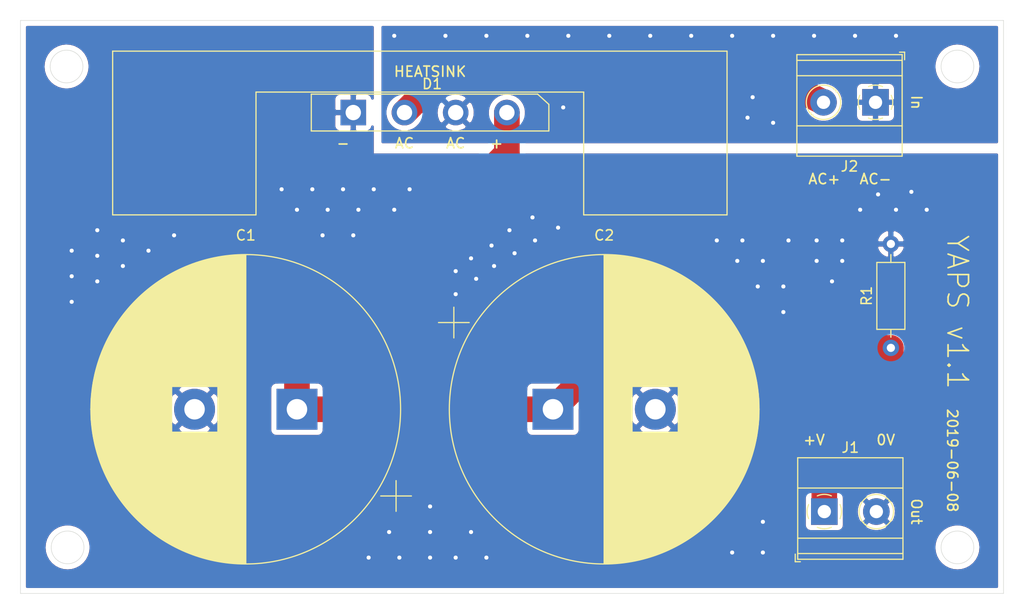
<source format=kicad_pcb>
(kicad_pcb (version 20171130) (host pcbnew "(5.1.0-0)")

  (general
    (thickness 1.6)
    (drawings 29)
    (tracks 93)
    (zones 0)
    (modules 6)
    (nets 5)
  )

  (page A4)
  (title_block
    (title "YAPS Power Stage")
    (date 2019-05-26)
    (rev 1.0)
    (company "Andrew Johnson")
  )

  (layers
    (0 F.Cu signal)
    (31 B.Cu signal)
    (32 B.Adhes user)
    (33 F.Adhes user)
    (34 B.Paste user)
    (35 F.Paste user)
    (36 B.SilkS user)
    (37 F.SilkS user)
    (38 B.Mask user)
    (39 F.Mask user)
    (40 Dwgs.User user)
    (41 Cmts.User user)
    (42 Eco1.User user)
    (43 Eco2.User user)
    (44 Edge.Cuts user)
    (45 Margin user)
    (46 B.CrtYd user)
    (47 F.CrtYd user)
    (48 B.Fab user)
    (49 F.Fab user)
  )

  (setup
    (last_trace_width 0.25)
    (trace_clearance 0.2)
    (zone_clearance 0.508)
    (zone_45_only no)
    (trace_min 0.2)
    (via_size 0.8)
    (via_drill 0.4)
    (via_min_size 0.6)
    (via_min_drill 0.3)
    (uvia_size 0.3)
    (uvia_drill 0.1)
    (uvias_allowed no)
    (uvia_min_size 0.2)
    (uvia_min_drill 0.1)
    (edge_width 0.05)
    (segment_width 0.2)
    (pcb_text_width 0.3)
    (pcb_text_size 1.5 1.5)
    (mod_edge_width 0.12)
    (mod_text_size 1 1)
    (mod_text_width 0.16)
    (pad_size 1.524 1.524)
    (pad_drill 0.762)
    (pad_to_mask_clearance 0.051)
    (aux_axis_origin 0 0)
    (visible_elements FFFFFF7F)
    (pcbplotparams
      (layerselection 0x010f0_ffffffff)
      (usegerberextensions true)
      (usegerberattributes false)
      (usegerberadvancedattributes false)
      (creategerberjobfile false)
      (excludeedgelayer true)
      (linewidth 0.150000)
      (plotframeref false)
      (viasonmask false)
      (mode 1)
      (useauxorigin false)
      (hpglpennumber 1)
      (hpglpenspeed 20)
      (hpglpendiameter 15.000000)
      (psnegative false)
      (psa4output false)
      (plotreference true)
      (plotvalue false)
      (plotinvisibletext false)
      (padsonsilk false)
      (subtractmaskfromsilk false)
      (outputformat 1)
      (mirror false)
      (drillshape 0)
      (scaleselection 1)
      (outputdirectory "Gerber/"))
  )

  (net 0 "")
  (net 1 +V)
  (net 2 0V)
  (net 3 Vac-)
  (net 4 Vac+)

  (net_class Default "This is the default net class."
    (clearance 0.2)
    (trace_width 0.25)
    (via_dia 0.8)
    (via_drill 0.4)
    (uvia_dia 0.3)
    (uvia_drill 0.1)
    (add_net 0V)
    (add_net Vac-)
  )

  (net_class AC+ ""
    (clearance 0.2)
    (trace_width 2.5)
    (via_dia 0.8)
    (via_drill 0.4)
    (uvia_dia 0.3)
    (uvia_drill 0.1)
    (add_net Vac+)
  )

  (net_class V+ ""
    (clearance 0.2)
    (trace_width 2.5)
    (via_dia 0.8)
    (via_drill 0.4)
    (uvia_dia 0.3)
    (uvia_drill 0.1)
    (add_net +V)
  )

  (module CustomFootprintLibrary:Diode_Bridge_23.0x3.5mm_P5.0mm (layer F.Cu) (tedit 5CFC37C4) (tstamp 5CFC3F91)
    (at 129.5 39)
    (descr "Taiwan Semiconductor GBU rectifier package, 5.08mm pitch, see http://www.farnell.com/datasheets/41665.pdf")
    (tags "Taiwan Semiconductor GBU rectifier diode bridge")
    (path /5CCB53B4)
    (fp_text reference D1 (at 0.7 -2.8 180) (layer F.SilkS)
      (effects (font (size 1 1) (thickness 0.15)))
    )
    (fp_text value GBU603 (at -0.2 3.1 180) (layer F.Fab)
      (effects (font (size 1 1) (thickness 0.15)))
    )
    (fp_line (start 12.1 -0.8) (end 11 -1.8) (layer F.SilkS) (width 0.12))
    (fp_line (start 12 -0.8) (end 10.9 -1.75) (layer F.Fab) (width 0.12))
    (fp_line (start 12.2 2) (end -11.2 2) (layer F.CrtYd) (width 0.05))
    (fp_line (start 12.2 2) (end 12.2 -2) (layer F.CrtYd) (width 0.05))
    (fp_line (start -11.2 -2) (end -11.2 2) (layer F.CrtYd) (width 0.05))
    (fp_line (start -11.2 -2) (end 12.2 -2) (layer F.CrtYd) (width 0.05))
    (fp_line (start -11 -1.75) (end 10.9 -1.75) (layer F.Fab) (width 0.12))
    (fp_line (start 12 -0.8) (end 12 1.75) (layer F.Fab) (width 0.12))
    (fp_line (start 12 1.75) (end -11 1.75) (layer F.Fab) (width 0.12))
    (fp_line (start -11 1.75) (end -11 -1.75) (layer F.Fab) (width 0.12))
    (fp_line (start -7 -1.75) (end -7 1.75) (layer F.Fab) (width 0.12))
    (fp_line (start -11.1 1.8) (end -11.1 -1.8) (layer F.SilkS) (width 0.12))
    (fp_line (start -11.1 -1.8) (end 11 -1.8) (layer F.SilkS) (width 0.12))
    (fp_line (start 12.1 -0.8) (end 12.1 1.8) (layer F.SilkS) (width 0.12))
    (fp_line (start 12.1 1.8) (end -11.1 1.8) (layer F.SilkS) (width 0.12))
    (fp_text user %R (at 0.5 0 180) (layer F.Fab)
      (effects (font (size 1 1) (thickness 0.15)))
    )
    (pad 1 thru_hole rect (at -7 0) (size 2.5 2.5) (drill 1.5) (layers *.Cu *.Mask)
      (net 2 0V))
    (pad 2 thru_hole circle (at -2 0) (size 2.5 2.5) (drill 1.5) (layers *.Cu *.Mask)
      (net 4 Vac+))
    (pad 3 thru_hole circle (at 3 0) (size 2.5 2.5) (drill 1.5) (layers *.Cu *.Mask)
      (net 3 Vac-))
    (pad 4 thru_hole circle (at 8 0) (size 2.5 2.5) (drill 1.5) (layers *.Cu *.Mask)
      (net 1 +V))
    (model ${KISYS3DMOD}/Diode_THT.3dshapes/Diode_Bridge_19.0x3.5x10.0mm_P5.0mm.wrl
      (at (xyz 0 0 0))
      (scale (xyz 1 1 1))
      (rotate (xyz 0 0 0))
    )
  )

  (module TerminalBlock_Phoenix:TerminalBlock_Phoenix_MKDS-1,5-2-5.08_1x02_P5.08mm_Horizontal (layer F.Cu) (tedit 5B294EBC) (tstamp 5CD42994)
    (at 168.5 78)
    (descr "Terminal Block Phoenix MKDS-1,5-2-5.08, 2 pins, pitch 5.08mm, size 10.2x9.8mm^2, drill diamater 1.3mm, pad diameter 2.6mm, see http://www.farnell.com/datasheets/100425.pdf, script-generated using https://github.com/pointhi/kicad-footprint-generator/scripts/TerminalBlock_Phoenix")
    (tags "THT Terminal Block Phoenix MKDS-1,5-2-5.08 pitch 5.08mm size 10.2x9.8mm^2 drill 1.3mm pad 2.6mm")
    (path /5CCB20D3)
    (fp_text reference J1 (at 2.54 -6.26) (layer F.SilkS)
      (effects (font (size 1 1) (thickness 0.15)))
    )
    (fp_text value Conn_01x02 (at 2.54 5.66) (layer F.Fab)
      (effects (font (size 1 1) (thickness 0.15)))
    )
    (fp_text user %R (at 2.54 3.2) (layer F.Fab)
      (effects (font (size 1 1) (thickness 0.15)))
    )
    (fp_line (start 8.13 -5.71) (end -3.04 -5.71) (layer F.CrtYd) (width 0.05))
    (fp_line (start 8.13 5.1) (end 8.13 -5.71) (layer F.CrtYd) (width 0.05))
    (fp_line (start -3.04 5.1) (end 8.13 5.1) (layer F.CrtYd) (width 0.05))
    (fp_line (start -3.04 -5.71) (end -3.04 5.1) (layer F.CrtYd) (width 0.05))
    (fp_line (start -2.84 4.9) (end -2.34 4.9) (layer F.SilkS) (width 0.12))
    (fp_line (start -2.84 4.16) (end -2.84 4.9) (layer F.SilkS) (width 0.12))
    (fp_line (start 3.853 1.023) (end 3.806 1.069) (layer F.SilkS) (width 0.12))
    (fp_line (start 6.15 -1.275) (end 6.115 -1.239) (layer F.SilkS) (width 0.12))
    (fp_line (start 4.046 1.239) (end 4.011 1.274) (layer F.SilkS) (width 0.12))
    (fp_line (start 6.355 -1.069) (end 6.308 -1.023) (layer F.SilkS) (width 0.12))
    (fp_line (start 6.035 -1.138) (end 3.943 0.955) (layer F.Fab) (width 0.1))
    (fp_line (start 6.218 -0.955) (end 4.126 1.138) (layer F.Fab) (width 0.1))
    (fp_line (start 0.955 -1.138) (end -1.138 0.955) (layer F.Fab) (width 0.1))
    (fp_line (start 1.138 -0.955) (end -0.955 1.138) (layer F.Fab) (width 0.1))
    (fp_line (start 7.68 -5.261) (end 7.68 4.66) (layer F.SilkS) (width 0.12))
    (fp_line (start -2.6 -5.261) (end -2.6 4.66) (layer F.SilkS) (width 0.12))
    (fp_line (start -2.6 4.66) (end 7.68 4.66) (layer F.SilkS) (width 0.12))
    (fp_line (start -2.6 -5.261) (end 7.68 -5.261) (layer F.SilkS) (width 0.12))
    (fp_line (start -2.6 -2.301) (end 7.68 -2.301) (layer F.SilkS) (width 0.12))
    (fp_line (start -2.54 -2.3) (end 7.62 -2.3) (layer F.Fab) (width 0.1))
    (fp_line (start -2.6 2.6) (end 7.68 2.6) (layer F.SilkS) (width 0.12))
    (fp_line (start -2.54 2.6) (end 7.62 2.6) (layer F.Fab) (width 0.1))
    (fp_line (start -2.6 4.1) (end 7.68 4.1) (layer F.SilkS) (width 0.12))
    (fp_line (start -2.54 4.1) (end 7.62 4.1) (layer F.Fab) (width 0.1))
    (fp_line (start -2.54 4.1) (end -2.54 -5.2) (layer F.Fab) (width 0.1))
    (fp_line (start -2.04 4.6) (end -2.54 4.1) (layer F.Fab) (width 0.1))
    (fp_line (start 7.62 4.6) (end -2.04 4.6) (layer F.Fab) (width 0.1))
    (fp_line (start 7.62 -5.2) (end 7.62 4.6) (layer F.Fab) (width 0.1))
    (fp_line (start -2.54 -5.2) (end 7.62 -5.2) (layer F.Fab) (width 0.1))
    (fp_circle (center 5.08 0) (end 6.76 0) (layer F.SilkS) (width 0.12))
    (fp_circle (center 5.08 0) (end 6.58 0) (layer F.Fab) (width 0.1))
    (fp_circle (center 0 0) (end 1.5 0) (layer F.Fab) (width 0.1))
    (fp_arc (start 0 0) (end -0.684 1.535) (angle -25) (layer F.SilkS) (width 0.12))
    (fp_arc (start 0 0) (end -1.535 -0.684) (angle -48) (layer F.SilkS) (width 0.12))
    (fp_arc (start 0 0) (end 0.684 -1.535) (angle -48) (layer F.SilkS) (width 0.12))
    (fp_arc (start 0 0) (end 1.535 0.684) (angle -48) (layer F.SilkS) (width 0.12))
    (fp_arc (start 0 0) (end 0 1.68) (angle -24) (layer F.SilkS) (width 0.12))
    (pad 2 thru_hole circle (at 5.08 0) (size 2.6 2.6) (drill 1.3) (layers *.Cu *.Mask)
      (net 2 0V))
    (pad 1 thru_hole rect (at 0 0) (size 2.6 2.6) (drill 1.3) (layers *.Cu *.Mask)
      (net 1 +V))
    (model ${KISYS3DMOD}/TerminalBlock_Phoenix.3dshapes/TerminalBlock_Phoenix_MKDS-1,5-2-5.08_1x02_P5.08mm_Horizontal.wrl
      (at (xyz 0 0 0))
      (scale (xyz 1 1 1))
      (rotate (xyz 0 0 0))
    )
  )

  (module TerminalBlock_Phoenix:TerminalBlock_Phoenix_MKDS-1,5-2-5.08_1x02_P5.08mm_Horizontal (layer F.Cu) (tedit 5B294EBC) (tstamp 5CD429C0)
    (at 173.5 38 180)
    (descr "Terminal Block Phoenix MKDS-1,5-2-5.08, 2 pins, pitch 5.08mm, size 10.2x9.8mm^2, drill diamater 1.3mm, pad diameter 2.6mm, see http://www.farnell.com/datasheets/100425.pdf, script-generated using https://github.com/pointhi/kicad-footprint-generator/scripts/TerminalBlock_Phoenix")
    (tags "THT Terminal Block Phoenix MKDS-1,5-2-5.08 pitch 5.08mm size 10.2x9.8mm^2 drill 1.3mm pad 2.6mm")
    (path /5CCB1C2A)
    (fp_text reference J2 (at 2.54 -6.26 180) (layer F.SilkS)
      (effects (font (size 1 1) (thickness 0.15)))
    )
    (fp_text value Conn_01x02 (at 2.54 5.66 180) (layer F.Fab)
      (effects (font (size 1 1) (thickness 0.15)))
    )
    (fp_arc (start 0 0) (end 0 1.68) (angle -24) (layer F.SilkS) (width 0.12))
    (fp_arc (start 0 0) (end 1.535 0.684) (angle -48) (layer F.SilkS) (width 0.12))
    (fp_arc (start 0 0) (end 0.684 -1.535) (angle -48) (layer F.SilkS) (width 0.12))
    (fp_arc (start 0 0) (end -1.535 -0.684) (angle -48) (layer F.SilkS) (width 0.12))
    (fp_arc (start 0 0) (end -0.684 1.535) (angle -25) (layer F.SilkS) (width 0.12))
    (fp_circle (center 0 0) (end 1.5 0) (layer F.Fab) (width 0.1))
    (fp_circle (center 5.08 0) (end 6.58 0) (layer F.Fab) (width 0.1))
    (fp_circle (center 5.08 0) (end 6.76 0) (layer F.SilkS) (width 0.12))
    (fp_line (start -2.54 -5.2) (end 7.62 -5.2) (layer F.Fab) (width 0.1))
    (fp_line (start 7.62 -5.2) (end 7.62 4.6) (layer F.Fab) (width 0.1))
    (fp_line (start 7.62 4.6) (end -2.04 4.6) (layer F.Fab) (width 0.1))
    (fp_line (start -2.04 4.6) (end -2.54 4.1) (layer F.Fab) (width 0.1))
    (fp_line (start -2.54 4.1) (end -2.54 -5.2) (layer F.Fab) (width 0.1))
    (fp_line (start -2.54 4.1) (end 7.62 4.1) (layer F.Fab) (width 0.1))
    (fp_line (start -2.6 4.1) (end 7.68 4.1) (layer F.SilkS) (width 0.12))
    (fp_line (start -2.54 2.6) (end 7.62 2.6) (layer F.Fab) (width 0.1))
    (fp_line (start -2.6 2.6) (end 7.68 2.6) (layer F.SilkS) (width 0.12))
    (fp_line (start -2.54 -2.3) (end 7.62 -2.3) (layer F.Fab) (width 0.1))
    (fp_line (start -2.6 -2.301) (end 7.68 -2.301) (layer F.SilkS) (width 0.12))
    (fp_line (start -2.6 -5.261) (end 7.68 -5.261) (layer F.SilkS) (width 0.12))
    (fp_line (start -2.6 4.66) (end 7.68 4.66) (layer F.SilkS) (width 0.12))
    (fp_line (start -2.6 -5.261) (end -2.6 4.66) (layer F.SilkS) (width 0.12))
    (fp_line (start 7.68 -5.261) (end 7.68 4.66) (layer F.SilkS) (width 0.12))
    (fp_line (start 1.138 -0.955) (end -0.955 1.138) (layer F.Fab) (width 0.1))
    (fp_line (start 0.955 -1.138) (end -1.138 0.955) (layer F.Fab) (width 0.1))
    (fp_line (start 6.218 -0.955) (end 4.126 1.138) (layer F.Fab) (width 0.1))
    (fp_line (start 6.035 -1.138) (end 3.943 0.955) (layer F.Fab) (width 0.1))
    (fp_line (start 6.355 -1.069) (end 6.308 -1.023) (layer F.SilkS) (width 0.12))
    (fp_line (start 4.046 1.239) (end 4.011 1.274) (layer F.SilkS) (width 0.12))
    (fp_line (start 6.15 -1.275) (end 6.115 -1.239) (layer F.SilkS) (width 0.12))
    (fp_line (start 3.853 1.023) (end 3.806 1.069) (layer F.SilkS) (width 0.12))
    (fp_line (start -2.84 4.16) (end -2.84 4.9) (layer F.SilkS) (width 0.12))
    (fp_line (start -2.84 4.9) (end -2.34 4.9) (layer F.SilkS) (width 0.12))
    (fp_line (start -3.04 -5.71) (end -3.04 5.1) (layer F.CrtYd) (width 0.05))
    (fp_line (start -3.04 5.1) (end 8.13 5.1) (layer F.CrtYd) (width 0.05))
    (fp_line (start 8.13 5.1) (end 8.13 -5.71) (layer F.CrtYd) (width 0.05))
    (fp_line (start 8.13 -5.71) (end -3.04 -5.71) (layer F.CrtYd) (width 0.05))
    (fp_text user %R (at 2.54 3.2 180) (layer F.Fab)
      (effects (font (size 1 1) (thickness 0.15)))
    )
    (pad 1 thru_hole rect (at 0 0 180) (size 2.6 2.6) (drill 1.3) (layers *.Cu *.Mask)
      (net 3 Vac-))
    (pad 2 thru_hole circle (at 5.08 0 180) (size 2.6 2.6) (drill 1.3) (layers *.Cu *.Mask)
      (net 4 Vac+))
    (model ${KISYS3DMOD}/TerminalBlock_Phoenix.3dshapes/TerminalBlock_Phoenix_MKDS-1,5-2-5.08_1x02_P5.08mm_Horizontal.wrl
      (at (xyz 0 0 0))
      (scale (xyz 1 1 1))
      (rotate (xyz 0 0 0))
    )
  )

  (module Resistor_THT:R_Axial_DIN0207_L6.3mm_D2.5mm_P10.16mm_Horizontal (layer F.Cu) (tedit 5AE5139B) (tstamp 5CD439A2)
    (at 175 62 90)
    (descr "Resistor, Axial_DIN0207 series, Axial, Horizontal, pin pitch=10.16mm, 0.25W = 1/4W, length*diameter=6.3*2.5mm^2, http://cdn-reichelt.de/documents/datenblatt/B400/1_4W%23YAG.pdf")
    (tags "Resistor Axial_DIN0207 series Axial Horizontal pin pitch 10.16mm 0.25W = 1/4W length 6.3mm diameter 2.5mm")
    (path /5CCC734D)
    (fp_text reference R1 (at 5.08 -2.37 90) (layer F.SilkS)
      (effects (font (size 1 1) (thickness 0.15)))
    )
    (fp_text value "10K 1W" (at 5.08 2.37 90) (layer F.Fab)
      (effects (font (size 1 1) (thickness 0.15)))
    )
    (fp_line (start 1.93 -1.25) (end 1.93 1.25) (layer F.Fab) (width 0.1))
    (fp_line (start 1.93 1.25) (end 8.23 1.25) (layer F.Fab) (width 0.1))
    (fp_line (start 8.23 1.25) (end 8.23 -1.25) (layer F.Fab) (width 0.1))
    (fp_line (start 8.23 -1.25) (end 1.93 -1.25) (layer F.Fab) (width 0.1))
    (fp_line (start 0 0) (end 1.93 0) (layer F.Fab) (width 0.1))
    (fp_line (start 10.16 0) (end 8.23 0) (layer F.Fab) (width 0.1))
    (fp_line (start 1.81 -1.37) (end 1.81 1.37) (layer F.SilkS) (width 0.12))
    (fp_line (start 1.81 1.37) (end 8.35 1.37) (layer F.SilkS) (width 0.12))
    (fp_line (start 8.35 1.37) (end 8.35 -1.37) (layer F.SilkS) (width 0.12))
    (fp_line (start 8.35 -1.37) (end 1.81 -1.37) (layer F.SilkS) (width 0.12))
    (fp_line (start 1.04 0) (end 1.81 0) (layer F.SilkS) (width 0.12))
    (fp_line (start 9.12 0) (end 8.35 0) (layer F.SilkS) (width 0.12))
    (fp_line (start -1.05 -1.5) (end -1.05 1.5) (layer F.CrtYd) (width 0.05))
    (fp_line (start -1.05 1.5) (end 11.21 1.5) (layer F.CrtYd) (width 0.05))
    (fp_line (start 11.21 1.5) (end 11.21 -1.5) (layer F.CrtYd) (width 0.05))
    (fp_line (start 11.21 -1.5) (end -1.05 -1.5) (layer F.CrtYd) (width 0.05))
    (fp_text user %R (at 5.08 0 180) (layer F.Fab)
      (effects (font (size 1 1) (thickness 0.15)))
    )
    (pad 1 thru_hole circle (at 0 0 90) (size 1.6 1.6) (drill 0.8) (layers *.Cu *.Mask)
      (net 1 +V))
    (pad 2 thru_hole oval (at 10.16 0 90) (size 1.6 1.6) (drill 0.8) (layers *.Cu *.Mask)
      (net 2 0V))
    (model ${KISYS3DMOD}/Resistor_THT.3dshapes/R_Axial_DIN0207_L6.3mm_D2.5mm_P10.16mm_Horizontal.wrl
      (at (xyz 0 0 0))
      (scale (xyz 1 1 1))
      (rotate (xyz 0 0 0))
    )
  )

  (module Capacitor_THT:CP_Radial_D30.0mm_P10.00mm_SnapIn (layer F.Cu) (tedit 5AE50EF1) (tstamp 5CD4DB16)
    (at 117 68 180)
    (descr "CP, Radial series, Radial, pin pitch=10.00mm, , diameter=30mm, Electrolytic Capacitor, , http://www.vishay.com/docs/28342/058059pll-si.pdf")
    (tags "CP Radial series Radial pin pitch 10.00mm  diameter 30mm Electrolytic Capacitor")
    (path /5CCB2A5C)
    (fp_text reference C1 (at 5 17 180) (layer F.SilkS)
      (effects (font (size 1 1) (thickness 0.15)))
    )
    (fp_text value 4700uF (at 5 -16.5 180) (layer F.Fab)
      (effects (font (size 1 1) (thickness 0.15)))
    )
    (fp_circle (center 5 0) (end 20 0) (layer F.Fab) (width 0.1))
    (fp_circle (center 5 0) (end 20.12 0) (layer F.SilkS) (width 0.12))
    (fp_circle (center 5 0) (end 20.25 0) (layer F.CrtYd) (width 0.05))
    (fp_line (start -7.909885 -6.5875) (end -4.909885 -6.5875) (layer F.Fab) (width 0.1))
    (fp_line (start -6.409885 -8.0875) (end -6.409885 -5.0875) (layer F.Fab) (width 0.1))
    (fp_line (start 5 -15.081) (end 5 15.081) (layer F.SilkS) (width 0.12))
    (fp_line (start 5.04 -15.08) (end 5.04 15.08) (layer F.SilkS) (width 0.12))
    (fp_line (start 5.08 -15.08) (end 5.08 15.08) (layer F.SilkS) (width 0.12))
    (fp_line (start 5.12 -15.08) (end 5.12 15.08) (layer F.SilkS) (width 0.12))
    (fp_line (start 5.16 -15.08) (end 5.16 15.08) (layer F.SilkS) (width 0.12))
    (fp_line (start 5.2 -15.079) (end 5.2 15.079) (layer F.SilkS) (width 0.12))
    (fp_line (start 5.24 -15.079) (end 5.24 15.079) (layer F.SilkS) (width 0.12))
    (fp_line (start 5.28 -15.078) (end 5.28 15.078) (layer F.SilkS) (width 0.12))
    (fp_line (start 5.32 -15.077) (end 5.32 15.077) (layer F.SilkS) (width 0.12))
    (fp_line (start 5.36 -15.076) (end 5.36 15.076) (layer F.SilkS) (width 0.12))
    (fp_line (start 5.4 -15.075) (end 5.4 15.075) (layer F.SilkS) (width 0.12))
    (fp_line (start 5.44 -15.074) (end 5.44 15.074) (layer F.SilkS) (width 0.12))
    (fp_line (start 5.48 -15.073) (end 5.48 15.073) (layer F.SilkS) (width 0.12))
    (fp_line (start 5.52 -15.072) (end 5.52 15.072) (layer F.SilkS) (width 0.12))
    (fp_line (start 5.56 -15.07) (end 5.56 15.07) (layer F.SilkS) (width 0.12))
    (fp_line (start 5.6 -15.069) (end 5.6 15.069) (layer F.SilkS) (width 0.12))
    (fp_line (start 5.64 -15.067) (end 5.64 15.067) (layer F.SilkS) (width 0.12))
    (fp_line (start 5.68 -15.065) (end 5.68 15.065) (layer F.SilkS) (width 0.12))
    (fp_line (start 5.721 -15.063) (end 5.721 15.063) (layer F.SilkS) (width 0.12))
    (fp_line (start 5.761 -15.061) (end 5.761 15.061) (layer F.SilkS) (width 0.12))
    (fp_line (start 5.801 -15.059) (end 5.801 15.059) (layer F.SilkS) (width 0.12))
    (fp_line (start 5.841 -15.057) (end 5.841 15.057) (layer F.SilkS) (width 0.12))
    (fp_line (start 5.881 -15.055) (end 5.881 15.055) (layer F.SilkS) (width 0.12))
    (fp_line (start 5.921 -15.052) (end 5.921 15.052) (layer F.SilkS) (width 0.12))
    (fp_line (start 5.961 -15.05) (end 5.961 15.05) (layer F.SilkS) (width 0.12))
    (fp_line (start 6.001 -15.047) (end 6.001 15.047) (layer F.SilkS) (width 0.12))
    (fp_line (start 6.041 -15.045) (end 6.041 15.045) (layer F.SilkS) (width 0.12))
    (fp_line (start 6.081 -15.042) (end 6.081 15.042) (layer F.SilkS) (width 0.12))
    (fp_line (start 6.121 -15.039) (end 6.121 15.039) (layer F.SilkS) (width 0.12))
    (fp_line (start 6.161 -15.036) (end 6.161 15.036) (layer F.SilkS) (width 0.12))
    (fp_line (start 6.201 -15.033) (end 6.201 15.033) (layer F.SilkS) (width 0.12))
    (fp_line (start 6.241 -15.03) (end 6.241 15.03) (layer F.SilkS) (width 0.12))
    (fp_line (start 6.281 -15.026) (end 6.281 15.026) (layer F.SilkS) (width 0.12))
    (fp_line (start 6.321 -15.023) (end 6.321 15.023) (layer F.SilkS) (width 0.12))
    (fp_line (start 6.361 -15.019) (end 6.361 15.019) (layer F.SilkS) (width 0.12))
    (fp_line (start 6.401 -15.016) (end 6.401 15.016) (layer F.SilkS) (width 0.12))
    (fp_line (start 6.441 -15.012) (end 6.441 15.012) (layer F.SilkS) (width 0.12))
    (fp_line (start 6.481 -15.008) (end 6.481 15.008) (layer F.SilkS) (width 0.12))
    (fp_line (start 6.521 -15.004) (end 6.521 15.004) (layer F.SilkS) (width 0.12))
    (fp_line (start 6.561 -15) (end 6.561 15) (layer F.SilkS) (width 0.12))
    (fp_line (start 6.601 -14.996) (end 6.601 14.996) (layer F.SilkS) (width 0.12))
    (fp_line (start 6.641 -14.991) (end 6.641 14.991) (layer F.SilkS) (width 0.12))
    (fp_line (start 6.681 -14.987) (end 6.681 14.987) (layer F.SilkS) (width 0.12))
    (fp_line (start 6.721 -14.982) (end 6.721 14.982) (layer F.SilkS) (width 0.12))
    (fp_line (start 6.761 -14.978) (end 6.761 14.978) (layer F.SilkS) (width 0.12))
    (fp_line (start 6.801 -14.973) (end 6.801 14.973) (layer F.SilkS) (width 0.12))
    (fp_line (start 6.841 -14.968) (end 6.841 14.968) (layer F.SilkS) (width 0.12))
    (fp_line (start 6.881 -14.963) (end 6.881 14.963) (layer F.SilkS) (width 0.12))
    (fp_line (start 6.921 -14.958) (end 6.921 14.958) (layer F.SilkS) (width 0.12))
    (fp_line (start 6.961 -14.953) (end 6.961 14.953) (layer F.SilkS) (width 0.12))
    (fp_line (start 7.001 -14.948) (end 7.001 14.948) (layer F.SilkS) (width 0.12))
    (fp_line (start 7.041 -14.942) (end 7.041 14.942) (layer F.SilkS) (width 0.12))
    (fp_line (start 7.081 -14.937) (end 7.081 14.937) (layer F.SilkS) (width 0.12))
    (fp_line (start 7.121 -14.931) (end 7.121 14.931) (layer F.SilkS) (width 0.12))
    (fp_line (start 7.161 -14.925) (end 7.161 14.925) (layer F.SilkS) (width 0.12))
    (fp_line (start 7.201 -14.92) (end 7.201 14.92) (layer F.SilkS) (width 0.12))
    (fp_line (start 7.241 -14.914) (end 7.241 14.914) (layer F.SilkS) (width 0.12))
    (fp_line (start 7.281 -14.908) (end 7.281 14.908) (layer F.SilkS) (width 0.12))
    (fp_line (start 7.321 -14.901) (end 7.321 14.901) (layer F.SilkS) (width 0.12))
    (fp_line (start 7.361 -14.895) (end 7.361 14.895) (layer F.SilkS) (width 0.12))
    (fp_line (start 7.401 -14.889) (end 7.401 14.889) (layer F.SilkS) (width 0.12))
    (fp_line (start 7.441 -14.882) (end 7.441 14.882) (layer F.SilkS) (width 0.12))
    (fp_line (start 7.481 -14.876) (end 7.481 14.876) (layer F.SilkS) (width 0.12))
    (fp_line (start 7.521 -14.869) (end 7.521 14.869) (layer F.SilkS) (width 0.12))
    (fp_line (start 7.561 -14.862) (end 7.561 14.862) (layer F.SilkS) (width 0.12))
    (fp_line (start 7.601 -14.855) (end 7.601 14.855) (layer F.SilkS) (width 0.12))
    (fp_line (start 7.641 -14.848) (end 7.641 14.848) (layer F.SilkS) (width 0.12))
    (fp_line (start 7.681 -14.841) (end 7.681 14.841) (layer F.SilkS) (width 0.12))
    (fp_line (start 7.721 -14.834) (end 7.721 14.834) (layer F.SilkS) (width 0.12))
    (fp_line (start 7.761 -14.826) (end 7.761 -2.24) (layer F.SilkS) (width 0.12))
    (fp_line (start 7.761 2.24) (end 7.761 14.826) (layer F.SilkS) (width 0.12))
    (fp_line (start 7.801 -14.819) (end 7.801 -2.24) (layer F.SilkS) (width 0.12))
    (fp_line (start 7.801 2.24) (end 7.801 14.819) (layer F.SilkS) (width 0.12))
    (fp_line (start 7.841 -14.811) (end 7.841 -2.24) (layer F.SilkS) (width 0.12))
    (fp_line (start 7.841 2.24) (end 7.841 14.811) (layer F.SilkS) (width 0.12))
    (fp_line (start 7.881 -14.804) (end 7.881 -2.24) (layer F.SilkS) (width 0.12))
    (fp_line (start 7.881 2.24) (end 7.881 14.804) (layer F.SilkS) (width 0.12))
    (fp_line (start 7.921 -14.796) (end 7.921 -2.24) (layer F.SilkS) (width 0.12))
    (fp_line (start 7.921 2.24) (end 7.921 14.796) (layer F.SilkS) (width 0.12))
    (fp_line (start 7.961 -14.788) (end 7.961 -2.24) (layer F.SilkS) (width 0.12))
    (fp_line (start 7.961 2.24) (end 7.961 14.788) (layer F.SilkS) (width 0.12))
    (fp_line (start 8.001 -14.78) (end 8.001 -2.24) (layer F.SilkS) (width 0.12))
    (fp_line (start 8.001 2.24) (end 8.001 14.78) (layer F.SilkS) (width 0.12))
    (fp_line (start 8.041 -14.772) (end 8.041 -2.24) (layer F.SilkS) (width 0.12))
    (fp_line (start 8.041 2.24) (end 8.041 14.772) (layer F.SilkS) (width 0.12))
    (fp_line (start 8.081 -14.763) (end 8.081 -2.24) (layer F.SilkS) (width 0.12))
    (fp_line (start 8.081 2.24) (end 8.081 14.763) (layer F.SilkS) (width 0.12))
    (fp_line (start 8.121 -14.755) (end 8.121 -2.24) (layer F.SilkS) (width 0.12))
    (fp_line (start 8.121 2.24) (end 8.121 14.755) (layer F.SilkS) (width 0.12))
    (fp_line (start 8.161 -14.747) (end 8.161 -2.24) (layer F.SilkS) (width 0.12))
    (fp_line (start 8.161 2.24) (end 8.161 14.747) (layer F.SilkS) (width 0.12))
    (fp_line (start 8.201 -14.738) (end 8.201 -2.24) (layer F.SilkS) (width 0.12))
    (fp_line (start 8.201 2.24) (end 8.201 14.738) (layer F.SilkS) (width 0.12))
    (fp_line (start 8.241 -14.729) (end 8.241 -2.24) (layer F.SilkS) (width 0.12))
    (fp_line (start 8.241 2.24) (end 8.241 14.729) (layer F.SilkS) (width 0.12))
    (fp_line (start 8.281 -14.72) (end 8.281 -2.24) (layer F.SilkS) (width 0.12))
    (fp_line (start 8.281 2.24) (end 8.281 14.72) (layer F.SilkS) (width 0.12))
    (fp_line (start 8.321 -14.711) (end 8.321 -2.24) (layer F.SilkS) (width 0.12))
    (fp_line (start 8.321 2.24) (end 8.321 14.711) (layer F.SilkS) (width 0.12))
    (fp_line (start 8.361 -14.702) (end 8.361 -2.24) (layer F.SilkS) (width 0.12))
    (fp_line (start 8.361 2.24) (end 8.361 14.702) (layer F.SilkS) (width 0.12))
    (fp_line (start 8.401 -14.693) (end 8.401 -2.24) (layer F.SilkS) (width 0.12))
    (fp_line (start 8.401 2.24) (end 8.401 14.693) (layer F.SilkS) (width 0.12))
    (fp_line (start 8.441 -14.684) (end 8.441 -2.24) (layer F.SilkS) (width 0.12))
    (fp_line (start 8.441 2.24) (end 8.441 14.684) (layer F.SilkS) (width 0.12))
    (fp_line (start 8.481 -14.675) (end 8.481 -2.24) (layer F.SilkS) (width 0.12))
    (fp_line (start 8.481 2.24) (end 8.481 14.675) (layer F.SilkS) (width 0.12))
    (fp_line (start 8.521 -14.665) (end 8.521 -2.24) (layer F.SilkS) (width 0.12))
    (fp_line (start 8.521 2.24) (end 8.521 14.665) (layer F.SilkS) (width 0.12))
    (fp_line (start 8.561 -14.655) (end 8.561 -2.24) (layer F.SilkS) (width 0.12))
    (fp_line (start 8.561 2.24) (end 8.561 14.655) (layer F.SilkS) (width 0.12))
    (fp_line (start 8.601 -14.646) (end 8.601 -2.24) (layer F.SilkS) (width 0.12))
    (fp_line (start 8.601 2.24) (end 8.601 14.646) (layer F.SilkS) (width 0.12))
    (fp_line (start 8.641 -14.636) (end 8.641 -2.24) (layer F.SilkS) (width 0.12))
    (fp_line (start 8.641 2.24) (end 8.641 14.636) (layer F.SilkS) (width 0.12))
    (fp_line (start 8.681 -14.626) (end 8.681 -2.24) (layer F.SilkS) (width 0.12))
    (fp_line (start 8.681 2.24) (end 8.681 14.626) (layer F.SilkS) (width 0.12))
    (fp_line (start 8.721 -14.616) (end 8.721 -2.24) (layer F.SilkS) (width 0.12))
    (fp_line (start 8.721 2.24) (end 8.721 14.616) (layer F.SilkS) (width 0.12))
    (fp_line (start 8.761 -14.606) (end 8.761 -2.24) (layer F.SilkS) (width 0.12))
    (fp_line (start 8.761 2.24) (end 8.761 14.606) (layer F.SilkS) (width 0.12))
    (fp_line (start 8.801 -14.595) (end 8.801 -2.24) (layer F.SilkS) (width 0.12))
    (fp_line (start 8.801 2.24) (end 8.801 14.595) (layer F.SilkS) (width 0.12))
    (fp_line (start 8.841 -14.585) (end 8.841 -2.24) (layer F.SilkS) (width 0.12))
    (fp_line (start 8.841 2.24) (end 8.841 14.585) (layer F.SilkS) (width 0.12))
    (fp_line (start 8.881 -14.574) (end 8.881 -2.24) (layer F.SilkS) (width 0.12))
    (fp_line (start 8.881 2.24) (end 8.881 14.574) (layer F.SilkS) (width 0.12))
    (fp_line (start 8.921 -14.564) (end 8.921 -2.24) (layer F.SilkS) (width 0.12))
    (fp_line (start 8.921 2.24) (end 8.921 14.564) (layer F.SilkS) (width 0.12))
    (fp_line (start 8.961 -14.553) (end 8.961 -2.24) (layer F.SilkS) (width 0.12))
    (fp_line (start 8.961 2.24) (end 8.961 14.553) (layer F.SilkS) (width 0.12))
    (fp_line (start 9.001 -14.542) (end 9.001 -2.24) (layer F.SilkS) (width 0.12))
    (fp_line (start 9.001 2.24) (end 9.001 14.542) (layer F.SilkS) (width 0.12))
    (fp_line (start 9.041 -14.531) (end 9.041 -2.24) (layer F.SilkS) (width 0.12))
    (fp_line (start 9.041 2.24) (end 9.041 14.531) (layer F.SilkS) (width 0.12))
    (fp_line (start 9.081 -14.52) (end 9.081 -2.24) (layer F.SilkS) (width 0.12))
    (fp_line (start 9.081 2.24) (end 9.081 14.52) (layer F.SilkS) (width 0.12))
    (fp_line (start 9.121 -14.508) (end 9.121 -2.24) (layer F.SilkS) (width 0.12))
    (fp_line (start 9.121 2.24) (end 9.121 14.508) (layer F.SilkS) (width 0.12))
    (fp_line (start 9.161 -14.497) (end 9.161 -2.24) (layer F.SilkS) (width 0.12))
    (fp_line (start 9.161 2.24) (end 9.161 14.497) (layer F.SilkS) (width 0.12))
    (fp_line (start 9.201 -14.485) (end 9.201 -2.24) (layer F.SilkS) (width 0.12))
    (fp_line (start 9.201 2.24) (end 9.201 14.485) (layer F.SilkS) (width 0.12))
    (fp_line (start 9.241 -14.474) (end 9.241 -2.24) (layer F.SilkS) (width 0.12))
    (fp_line (start 9.241 2.24) (end 9.241 14.474) (layer F.SilkS) (width 0.12))
    (fp_line (start 9.281 -14.462) (end 9.281 -2.24) (layer F.SilkS) (width 0.12))
    (fp_line (start 9.281 2.24) (end 9.281 14.462) (layer F.SilkS) (width 0.12))
    (fp_line (start 9.321 -14.45) (end 9.321 -2.24) (layer F.SilkS) (width 0.12))
    (fp_line (start 9.321 2.24) (end 9.321 14.45) (layer F.SilkS) (width 0.12))
    (fp_line (start 9.361 -14.438) (end 9.361 -2.24) (layer F.SilkS) (width 0.12))
    (fp_line (start 9.361 2.24) (end 9.361 14.438) (layer F.SilkS) (width 0.12))
    (fp_line (start 9.401 -14.426) (end 9.401 -2.24) (layer F.SilkS) (width 0.12))
    (fp_line (start 9.401 2.24) (end 9.401 14.426) (layer F.SilkS) (width 0.12))
    (fp_line (start 9.441 -14.414) (end 9.441 -2.24) (layer F.SilkS) (width 0.12))
    (fp_line (start 9.441 2.24) (end 9.441 14.414) (layer F.SilkS) (width 0.12))
    (fp_line (start 9.481 -14.402) (end 9.481 -2.24) (layer F.SilkS) (width 0.12))
    (fp_line (start 9.481 2.24) (end 9.481 14.402) (layer F.SilkS) (width 0.12))
    (fp_line (start 9.521 -14.389) (end 9.521 -2.24) (layer F.SilkS) (width 0.12))
    (fp_line (start 9.521 2.24) (end 9.521 14.389) (layer F.SilkS) (width 0.12))
    (fp_line (start 9.561 -14.376) (end 9.561 -2.24) (layer F.SilkS) (width 0.12))
    (fp_line (start 9.561 2.24) (end 9.561 14.376) (layer F.SilkS) (width 0.12))
    (fp_line (start 9.601 -14.364) (end 9.601 -2.24) (layer F.SilkS) (width 0.12))
    (fp_line (start 9.601 2.24) (end 9.601 14.364) (layer F.SilkS) (width 0.12))
    (fp_line (start 9.641 -14.351) (end 9.641 -2.24) (layer F.SilkS) (width 0.12))
    (fp_line (start 9.641 2.24) (end 9.641 14.351) (layer F.SilkS) (width 0.12))
    (fp_line (start 9.681 -14.338) (end 9.681 -2.24) (layer F.SilkS) (width 0.12))
    (fp_line (start 9.681 2.24) (end 9.681 14.338) (layer F.SilkS) (width 0.12))
    (fp_line (start 9.721 -14.325) (end 9.721 -2.24) (layer F.SilkS) (width 0.12))
    (fp_line (start 9.721 2.24) (end 9.721 14.325) (layer F.SilkS) (width 0.12))
    (fp_line (start 9.761 -14.312) (end 9.761 -2.24) (layer F.SilkS) (width 0.12))
    (fp_line (start 9.761 2.24) (end 9.761 14.312) (layer F.SilkS) (width 0.12))
    (fp_line (start 9.801 -14.298) (end 9.801 -2.24) (layer F.SilkS) (width 0.12))
    (fp_line (start 9.801 2.24) (end 9.801 14.298) (layer F.SilkS) (width 0.12))
    (fp_line (start 9.841 -14.285) (end 9.841 -2.24) (layer F.SilkS) (width 0.12))
    (fp_line (start 9.841 2.24) (end 9.841 14.285) (layer F.SilkS) (width 0.12))
    (fp_line (start 9.881 -14.271) (end 9.881 -2.24) (layer F.SilkS) (width 0.12))
    (fp_line (start 9.881 2.24) (end 9.881 14.271) (layer F.SilkS) (width 0.12))
    (fp_line (start 9.921 -14.258) (end 9.921 -2.24) (layer F.SilkS) (width 0.12))
    (fp_line (start 9.921 2.24) (end 9.921 14.258) (layer F.SilkS) (width 0.12))
    (fp_line (start 9.961 -14.244) (end 9.961 -2.24) (layer F.SilkS) (width 0.12))
    (fp_line (start 9.961 2.24) (end 9.961 14.244) (layer F.SilkS) (width 0.12))
    (fp_line (start 10.001 -14.23) (end 10.001 -2.24) (layer F.SilkS) (width 0.12))
    (fp_line (start 10.001 2.24) (end 10.001 14.23) (layer F.SilkS) (width 0.12))
    (fp_line (start 10.041 -14.216) (end 10.041 -2.24) (layer F.SilkS) (width 0.12))
    (fp_line (start 10.041 2.24) (end 10.041 14.216) (layer F.SilkS) (width 0.12))
    (fp_line (start 10.081 -14.202) (end 10.081 -2.24) (layer F.SilkS) (width 0.12))
    (fp_line (start 10.081 2.24) (end 10.081 14.202) (layer F.SilkS) (width 0.12))
    (fp_line (start 10.121 -14.187) (end 10.121 -2.24) (layer F.SilkS) (width 0.12))
    (fp_line (start 10.121 2.24) (end 10.121 14.187) (layer F.SilkS) (width 0.12))
    (fp_line (start 10.161 -14.173) (end 10.161 -2.24) (layer F.SilkS) (width 0.12))
    (fp_line (start 10.161 2.24) (end 10.161 14.173) (layer F.SilkS) (width 0.12))
    (fp_line (start 10.201 -14.158) (end 10.201 -2.24) (layer F.SilkS) (width 0.12))
    (fp_line (start 10.201 2.24) (end 10.201 14.158) (layer F.SilkS) (width 0.12))
    (fp_line (start 10.241 -14.143) (end 10.241 -2.24) (layer F.SilkS) (width 0.12))
    (fp_line (start 10.241 2.24) (end 10.241 14.143) (layer F.SilkS) (width 0.12))
    (fp_line (start 10.281 -14.129) (end 10.281 -2.24) (layer F.SilkS) (width 0.12))
    (fp_line (start 10.281 2.24) (end 10.281 14.129) (layer F.SilkS) (width 0.12))
    (fp_line (start 10.321 -14.114) (end 10.321 -2.24) (layer F.SilkS) (width 0.12))
    (fp_line (start 10.321 2.24) (end 10.321 14.114) (layer F.SilkS) (width 0.12))
    (fp_line (start 10.361 -14.099) (end 10.361 -2.24) (layer F.SilkS) (width 0.12))
    (fp_line (start 10.361 2.24) (end 10.361 14.099) (layer F.SilkS) (width 0.12))
    (fp_line (start 10.401 -14.083) (end 10.401 -2.24) (layer F.SilkS) (width 0.12))
    (fp_line (start 10.401 2.24) (end 10.401 14.083) (layer F.SilkS) (width 0.12))
    (fp_line (start 10.441 -14.068) (end 10.441 -2.24) (layer F.SilkS) (width 0.12))
    (fp_line (start 10.441 2.24) (end 10.441 14.068) (layer F.SilkS) (width 0.12))
    (fp_line (start 10.481 -14.052) (end 10.481 -2.24) (layer F.SilkS) (width 0.12))
    (fp_line (start 10.481 2.24) (end 10.481 14.052) (layer F.SilkS) (width 0.12))
    (fp_line (start 10.521 -14.037) (end 10.521 -2.24) (layer F.SilkS) (width 0.12))
    (fp_line (start 10.521 2.24) (end 10.521 14.037) (layer F.SilkS) (width 0.12))
    (fp_line (start 10.561 -14.021) (end 10.561 -2.24) (layer F.SilkS) (width 0.12))
    (fp_line (start 10.561 2.24) (end 10.561 14.021) (layer F.SilkS) (width 0.12))
    (fp_line (start 10.601 -14.005) (end 10.601 -2.24) (layer F.SilkS) (width 0.12))
    (fp_line (start 10.601 2.24) (end 10.601 14.005) (layer F.SilkS) (width 0.12))
    (fp_line (start 10.641 -13.989) (end 10.641 -2.24) (layer F.SilkS) (width 0.12))
    (fp_line (start 10.641 2.24) (end 10.641 13.989) (layer F.SilkS) (width 0.12))
    (fp_line (start 10.681 -13.973) (end 10.681 -2.24) (layer F.SilkS) (width 0.12))
    (fp_line (start 10.681 2.24) (end 10.681 13.973) (layer F.SilkS) (width 0.12))
    (fp_line (start 10.721 -13.957) (end 10.721 -2.24) (layer F.SilkS) (width 0.12))
    (fp_line (start 10.721 2.24) (end 10.721 13.957) (layer F.SilkS) (width 0.12))
    (fp_line (start 10.761 -13.94) (end 10.761 -2.24) (layer F.SilkS) (width 0.12))
    (fp_line (start 10.761 2.24) (end 10.761 13.94) (layer F.SilkS) (width 0.12))
    (fp_line (start 10.801 -13.924) (end 10.801 -2.24) (layer F.SilkS) (width 0.12))
    (fp_line (start 10.801 2.24) (end 10.801 13.924) (layer F.SilkS) (width 0.12))
    (fp_line (start 10.841 -13.907) (end 10.841 -2.24) (layer F.SilkS) (width 0.12))
    (fp_line (start 10.841 2.24) (end 10.841 13.907) (layer F.SilkS) (width 0.12))
    (fp_line (start 10.881 -13.89) (end 10.881 -2.24) (layer F.SilkS) (width 0.12))
    (fp_line (start 10.881 2.24) (end 10.881 13.89) (layer F.SilkS) (width 0.12))
    (fp_line (start 10.921 -13.873) (end 10.921 -2.24) (layer F.SilkS) (width 0.12))
    (fp_line (start 10.921 2.24) (end 10.921 13.873) (layer F.SilkS) (width 0.12))
    (fp_line (start 10.961 -13.856) (end 10.961 -2.24) (layer F.SilkS) (width 0.12))
    (fp_line (start 10.961 2.24) (end 10.961 13.856) (layer F.SilkS) (width 0.12))
    (fp_line (start 11.001 -13.839) (end 11.001 -2.24) (layer F.SilkS) (width 0.12))
    (fp_line (start 11.001 2.24) (end 11.001 13.839) (layer F.SilkS) (width 0.12))
    (fp_line (start 11.041 -13.822) (end 11.041 -2.24) (layer F.SilkS) (width 0.12))
    (fp_line (start 11.041 2.24) (end 11.041 13.822) (layer F.SilkS) (width 0.12))
    (fp_line (start 11.081 -13.804) (end 11.081 -2.24) (layer F.SilkS) (width 0.12))
    (fp_line (start 11.081 2.24) (end 11.081 13.804) (layer F.SilkS) (width 0.12))
    (fp_line (start 11.121 -13.787) (end 11.121 -2.24) (layer F.SilkS) (width 0.12))
    (fp_line (start 11.121 2.24) (end 11.121 13.787) (layer F.SilkS) (width 0.12))
    (fp_line (start 11.161 -13.769) (end 11.161 -2.24) (layer F.SilkS) (width 0.12))
    (fp_line (start 11.161 2.24) (end 11.161 13.769) (layer F.SilkS) (width 0.12))
    (fp_line (start 11.201 -13.751) (end 11.201 -2.24) (layer F.SilkS) (width 0.12))
    (fp_line (start 11.201 2.24) (end 11.201 13.751) (layer F.SilkS) (width 0.12))
    (fp_line (start 11.241 -13.733) (end 11.241 -2.24) (layer F.SilkS) (width 0.12))
    (fp_line (start 11.241 2.24) (end 11.241 13.733) (layer F.SilkS) (width 0.12))
    (fp_line (start 11.281 -13.715) (end 11.281 -2.24) (layer F.SilkS) (width 0.12))
    (fp_line (start 11.281 2.24) (end 11.281 13.715) (layer F.SilkS) (width 0.12))
    (fp_line (start 11.321 -13.696) (end 11.321 -2.24) (layer F.SilkS) (width 0.12))
    (fp_line (start 11.321 2.24) (end 11.321 13.696) (layer F.SilkS) (width 0.12))
    (fp_line (start 11.361 -13.678) (end 11.361 -2.24) (layer F.SilkS) (width 0.12))
    (fp_line (start 11.361 2.24) (end 11.361 13.678) (layer F.SilkS) (width 0.12))
    (fp_line (start 11.401 -13.659) (end 11.401 -2.24) (layer F.SilkS) (width 0.12))
    (fp_line (start 11.401 2.24) (end 11.401 13.659) (layer F.SilkS) (width 0.12))
    (fp_line (start 11.441 -13.64) (end 11.441 -2.24) (layer F.SilkS) (width 0.12))
    (fp_line (start 11.441 2.24) (end 11.441 13.64) (layer F.SilkS) (width 0.12))
    (fp_line (start 11.481 -13.622) (end 11.481 -2.24) (layer F.SilkS) (width 0.12))
    (fp_line (start 11.481 2.24) (end 11.481 13.622) (layer F.SilkS) (width 0.12))
    (fp_line (start 11.521 -13.602) (end 11.521 -2.24) (layer F.SilkS) (width 0.12))
    (fp_line (start 11.521 2.24) (end 11.521 13.602) (layer F.SilkS) (width 0.12))
    (fp_line (start 11.561 -13.583) (end 11.561 -2.24) (layer F.SilkS) (width 0.12))
    (fp_line (start 11.561 2.24) (end 11.561 13.583) (layer F.SilkS) (width 0.12))
    (fp_line (start 11.601 -13.564) (end 11.601 -2.24) (layer F.SilkS) (width 0.12))
    (fp_line (start 11.601 2.24) (end 11.601 13.564) (layer F.SilkS) (width 0.12))
    (fp_line (start 11.641 -13.544) (end 11.641 -2.24) (layer F.SilkS) (width 0.12))
    (fp_line (start 11.641 2.24) (end 11.641 13.544) (layer F.SilkS) (width 0.12))
    (fp_line (start 11.681 -13.525) (end 11.681 -2.24) (layer F.SilkS) (width 0.12))
    (fp_line (start 11.681 2.24) (end 11.681 13.525) (layer F.SilkS) (width 0.12))
    (fp_line (start 11.721 -13.505) (end 11.721 -2.24) (layer F.SilkS) (width 0.12))
    (fp_line (start 11.721 2.24) (end 11.721 13.505) (layer F.SilkS) (width 0.12))
    (fp_line (start 11.761 -13.485) (end 11.761 -2.24) (layer F.SilkS) (width 0.12))
    (fp_line (start 11.761 2.24) (end 11.761 13.485) (layer F.SilkS) (width 0.12))
    (fp_line (start 11.801 -13.465) (end 11.801 -2.24) (layer F.SilkS) (width 0.12))
    (fp_line (start 11.801 2.24) (end 11.801 13.465) (layer F.SilkS) (width 0.12))
    (fp_line (start 11.841 -13.445) (end 11.841 -2.24) (layer F.SilkS) (width 0.12))
    (fp_line (start 11.841 2.24) (end 11.841 13.445) (layer F.SilkS) (width 0.12))
    (fp_line (start 11.881 -13.425) (end 11.881 -2.24) (layer F.SilkS) (width 0.12))
    (fp_line (start 11.881 2.24) (end 11.881 13.425) (layer F.SilkS) (width 0.12))
    (fp_line (start 11.921 -13.404) (end 11.921 -2.24) (layer F.SilkS) (width 0.12))
    (fp_line (start 11.921 2.24) (end 11.921 13.404) (layer F.SilkS) (width 0.12))
    (fp_line (start 11.961 -13.383) (end 11.961 -2.24) (layer F.SilkS) (width 0.12))
    (fp_line (start 11.961 2.24) (end 11.961 13.383) (layer F.SilkS) (width 0.12))
    (fp_line (start 12.001 -13.363) (end 12.001 -2.24) (layer F.SilkS) (width 0.12))
    (fp_line (start 12.001 2.24) (end 12.001 13.363) (layer F.SilkS) (width 0.12))
    (fp_line (start 12.041 -13.342) (end 12.041 -2.24) (layer F.SilkS) (width 0.12))
    (fp_line (start 12.041 2.24) (end 12.041 13.342) (layer F.SilkS) (width 0.12))
    (fp_line (start 12.081 -13.32) (end 12.081 -2.24) (layer F.SilkS) (width 0.12))
    (fp_line (start 12.081 2.24) (end 12.081 13.32) (layer F.SilkS) (width 0.12))
    (fp_line (start 12.121 -13.299) (end 12.121 -2.24) (layer F.SilkS) (width 0.12))
    (fp_line (start 12.121 2.24) (end 12.121 13.299) (layer F.SilkS) (width 0.12))
    (fp_line (start 12.161 -13.278) (end 12.161 -2.24) (layer F.SilkS) (width 0.12))
    (fp_line (start 12.161 2.24) (end 12.161 13.278) (layer F.SilkS) (width 0.12))
    (fp_line (start 12.201 -13.256) (end 12.201 -2.24) (layer F.SilkS) (width 0.12))
    (fp_line (start 12.201 2.24) (end 12.201 13.256) (layer F.SilkS) (width 0.12))
    (fp_line (start 12.241 -13.234) (end 12.241 13.234) (layer F.SilkS) (width 0.12))
    (fp_line (start 12.281 -13.213) (end 12.281 13.213) (layer F.SilkS) (width 0.12))
    (fp_line (start 12.321 -13.19) (end 12.321 13.19) (layer F.SilkS) (width 0.12))
    (fp_line (start 12.361 -13.168) (end 12.361 13.168) (layer F.SilkS) (width 0.12))
    (fp_line (start 12.401 -13.146) (end 12.401 13.146) (layer F.SilkS) (width 0.12))
    (fp_line (start 12.441 -13.123) (end 12.441 13.123) (layer F.SilkS) (width 0.12))
    (fp_line (start 12.481 -13.101) (end 12.481 13.101) (layer F.SilkS) (width 0.12))
    (fp_line (start 12.521 -13.078) (end 12.521 13.078) (layer F.SilkS) (width 0.12))
    (fp_line (start 12.561 -13.055) (end 12.561 13.055) (layer F.SilkS) (width 0.12))
    (fp_line (start 12.601 -13.032) (end 12.601 13.032) (layer F.SilkS) (width 0.12))
    (fp_line (start 12.641 -13.008) (end 12.641 13.008) (layer F.SilkS) (width 0.12))
    (fp_line (start 12.681 -12.985) (end 12.681 12.985) (layer F.SilkS) (width 0.12))
    (fp_line (start 12.721 -12.961) (end 12.721 12.961) (layer F.SilkS) (width 0.12))
    (fp_line (start 12.761 -12.937) (end 12.761 12.937) (layer F.SilkS) (width 0.12))
    (fp_line (start 12.801 -12.913) (end 12.801 12.913) (layer F.SilkS) (width 0.12))
    (fp_line (start 12.841 -12.889) (end 12.841 12.889) (layer F.SilkS) (width 0.12))
    (fp_line (start 12.881 -12.865) (end 12.881 12.865) (layer F.SilkS) (width 0.12))
    (fp_line (start 12.921 -12.84) (end 12.921 12.84) (layer F.SilkS) (width 0.12))
    (fp_line (start 12.961 -12.816) (end 12.961 12.816) (layer F.SilkS) (width 0.12))
    (fp_line (start 13.001 -12.791) (end 13.001 12.791) (layer F.SilkS) (width 0.12))
    (fp_line (start 13.041 -12.766) (end 13.041 12.766) (layer F.SilkS) (width 0.12))
    (fp_line (start 13.081 -12.74) (end 13.081 12.74) (layer F.SilkS) (width 0.12))
    (fp_line (start 13.121 -12.715) (end 13.121 12.715) (layer F.SilkS) (width 0.12))
    (fp_line (start 13.161 -12.69) (end 13.161 12.69) (layer F.SilkS) (width 0.12))
    (fp_line (start 13.2 -12.664) (end 13.2 12.664) (layer F.SilkS) (width 0.12))
    (fp_line (start 13.24 -12.638) (end 13.24 12.638) (layer F.SilkS) (width 0.12))
    (fp_line (start 13.28 -12.612) (end 13.28 12.612) (layer F.SilkS) (width 0.12))
    (fp_line (start 13.32 -12.586) (end 13.32 12.586) (layer F.SilkS) (width 0.12))
    (fp_line (start 13.36 -12.559) (end 13.36 12.559) (layer F.SilkS) (width 0.12))
    (fp_line (start 13.4 -12.532) (end 13.4 12.532) (layer F.SilkS) (width 0.12))
    (fp_line (start 13.44 -12.506) (end 13.44 12.506) (layer F.SilkS) (width 0.12))
    (fp_line (start 13.48 -12.479) (end 13.48 12.479) (layer F.SilkS) (width 0.12))
    (fp_line (start 13.52 -12.451) (end 13.52 12.451) (layer F.SilkS) (width 0.12))
    (fp_line (start 13.56 -12.424) (end 13.56 12.424) (layer F.SilkS) (width 0.12))
    (fp_line (start 13.6 -12.397) (end 13.6 12.397) (layer F.SilkS) (width 0.12))
    (fp_line (start 13.64 -12.369) (end 13.64 12.369) (layer F.SilkS) (width 0.12))
    (fp_line (start 13.68 -12.341) (end 13.68 12.341) (layer F.SilkS) (width 0.12))
    (fp_line (start 13.72 -12.313) (end 13.72 12.313) (layer F.SilkS) (width 0.12))
    (fp_line (start 13.76 -12.284) (end 13.76 12.284) (layer F.SilkS) (width 0.12))
    (fp_line (start 13.8 -12.256) (end 13.8 12.256) (layer F.SilkS) (width 0.12))
    (fp_line (start 13.84 -12.227) (end 13.84 12.227) (layer F.SilkS) (width 0.12))
    (fp_line (start 13.88 -12.198) (end 13.88 12.198) (layer F.SilkS) (width 0.12))
    (fp_line (start 13.92 -12.169) (end 13.92 12.169) (layer F.SilkS) (width 0.12))
    (fp_line (start 13.96 -12.14) (end 13.96 12.14) (layer F.SilkS) (width 0.12))
    (fp_line (start 14 -12.11) (end 14 12.11) (layer F.SilkS) (width 0.12))
    (fp_line (start 14.04 -12.08) (end 14.04 12.08) (layer F.SilkS) (width 0.12))
    (fp_line (start 14.08 -12.05) (end 14.08 12.05) (layer F.SilkS) (width 0.12))
    (fp_line (start 14.12 -12.02) (end 14.12 12.02) (layer F.SilkS) (width 0.12))
    (fp_line (start 14.16 -11.99) (end 14.16 11.99) (layer F.SilkS) (width 0.12))
    (fp_line (start 14.2 -11.959) (end 14.2 11.959) (layer F.SilkS) (width 0.12))
    (fp_line (start 14.24 -11.929) (end 14.24 11.929) (layer F.SilkS) (width 0.12))
    (fp_line (start 14.28 -11.898) (end 14.28 11.898) (layer F.SilkS) (width 0.12))
    (fp_line (start 14.32 -11.866) (end 14.32 11.866) (layer F.SilkS) (width 0.12))
    (fp_line (start 14.36 -11.835) (end 14.36 11.835) (layer F.SilkS) (width 0.12))
    (fp_line (start 14.4 -11.803) (end 14.4 11.803) (layer F.SilkS) (width 0.12))
    (fp_line (start 14.44 -11.772) (end 14.44 11.772) (layer F.SilkS) (width 0.12))
    (fp_line (start 14.48 -11.739) (end 14.48 11.739) (layer F.SilkS) (width 0.12))
    (fp_line (start 14.52 -11.707) (end 14.52 11.707) (layer F.SilkS) (width 0.12))
    (fp_line (start 14.56 -11.675) (end 14.56 11.675) (layer F.SilkS) (width 0.12))
    (fp_line (start 14.6 -11.642) (end 14.6 11.642) (layer F.SilkS) (width 0.12))
    (fp_line (start 14.64 -11.609) (end 14.64 11.609) (layer F.SilkS) (width 0.12))
    (fp_line (start 14.68 -11.576) (end 14.68 11.576) (layer F.SilkS) (width 0.12))
    (fp_line (start 14.72 -11.542) (end 14.72 11.542) (layer F.SilkS) (width 0.12))
    (fp_line (start 14.76 -11.509) (end 14.76 11.509) (layer F.SilkS) (width 0.12))
    (fp_line (start 14.8 -11.475) (end 14.8 11.475) (layer F.SilkS) (width 0.12))
    (fp_line (start 14.84 -11.44) (end 14.84 11.44) (layer F.SilkS) (width 0.12))
    (fp_line (start 14.88 -11.406) (end 14.88 11.406) (layer F.SilkS) (width 0.12))
    (fp_line (start 14.92 -11.371) (end 14.92 11.371) (layer F.SilkS) (width 0.12))
    (fp_line (start 14.96 -11.336) (end 14.96 11.336) (layer F.SilkS) (width 0.12))
    (fp_line (start 15 -11.301) (end 15 11.301) (layer F.SilkS) (width 0.12))
    (fp_line (start 15.04 -11.266) (end 15.04 11.266) (layer F.SilkS) (width 0.12))
    (fp_line (start 15.08 -11.23) (end 15.08 11.23) (layer F.SilkS) (width 0.12))
    (fp_line (start 15.12 -11.194) (end 15.12 11.194) (layer F.SilkS) (width 0.12))
    (fp_line (start 15.16 -11.158) (end 15.16 11.158) (layer F.SilkS) (width 0.12))
    (fp_line (start 15.2 -11.122) (end 15.2 11.122) (layer F.SilkS) (width 0.12))
    (fp_line (start 15.24 -11.085) (end 15.24 11.085) (layer F.SilkS) (width 0.12))
    (fp_line (start 15.28 -11.048) (end 15.28 11.048) (layer F.SilkS) (width 0.12))
    (fp_line (start 15.32 -11.011) (end 15.32 11.011) (layer F.SilkS) (width 0.12))
    (fp_line (start 15.36 -10.973) (end 15.36 10.973) (layer F.SilkS) (width 0.12))
    (fp_line (start 15.4 -10.936) (end 15.4 10.936) (layer F.SilkS) (width 0.12))
    (fp_line (start 15.44 -10.898) (end 15.44 10.898) (layer F.SilkS) (width 0.12))
    (fp_line (start 15.48 -10.859) (end 15.48 10.859) (layer F.SilkS) (width 0.12))
    (fp_line (start 15.52 -10.821) (end 15.52 10.821) (layer F.SilkS) (width 0.12))
    (fp_line (start 15.56 -10.782) (end 15.56 10.782) (layer F.SilkS) (width 0.12))
    (fp_line (start 15.6 -10.743) (end 15.6 10.743) (layer F.SilkS) (width 0.12))
    (fp_line (start 15.64 -10.703) (end 15.64 10.703) (layer F.SilkS) (width 0.12))
    (fp_line (start 15.68 -10.663) (end 15.68 10.663) (layer F.SilkS) (width 0.12))
    (fp_line (start 15.72 -10.623) (end 15.72 10.623) (layer F.SilkS) (width 0.12))
    (fp_line (start 15.76 -10.583) (end 15.76 10.583) (layer F.SilkS) (width 0.12))
    (fp_line (start 15.8 -10.542) (end 15.8 10.542) (layer F.SilkS) (width 0.12))
    (fp_line (start 15.84 -10.501) (end 15.84 10.501) (layer F.SilkS) (width 0.12))
    (fp_line (start 15.88 -10.46) (end 15.88 10.46) (layer F.SilkS) (width 0.12))
    (fp_line (start 15.92 -10.418) (end 15.92 10.418) (layer F.SilkS) (width 0.12))
    (fp_line (start 15.96 -10.376) (end 15.96 10.376) (layer F.SilkS) (width 0.12))
    (fp_line (start 16 -10.334) (end 16 10.334) (layer F.SilkS) (width 0.12))
    (fp_line (start 16.04 -10.292) (end 16.04 10.292) (layer F.SilkS) (width 0.12))
    (fp_line (start 16.08 -10.249) (end 16.08 10.249) (layer F.SilkS) (width 0.12))
    (fp_line (start 16.12 -10.205) (end 16.12 10.205) (layer F.SilkS) (width 0.12))
    (fp_line (start 16.16 -10.162) (end 16.16 10.162) (layer F.SilkS) (width 0.12))
    (fp_line (start 16.2 -10.118) (end 16.2 10.118) (layer F.SilkS) (width 0.12))
    (fp_line (start 16.24 -10.074) (end 16.24 10.074) (layer F.SilkS) (width 0.12))
    (fp_line (start 16.28 -10.029) (end 16.28 10.029) (layer F.SilkS) (width 0.12))
    (fp_line (start 16.32 -9.984) (end 16.32 9.984) (layer F.SilkS) (width 0.12))
    (fp_line (start 16.36 -9.939) (end 16.36 9.939) (layer F.SilkS) (width 0.12))
    (fp_line (start 16.4 -9.893) (end 16.4 9.893) (layer F.SilkS) (width 0.12))
    (fp_line (start 16.44 -9.847) (end 16.44 9.847) (layer F.SilkS) (width 0.12))
    (fp_line (start 16.48 -9.8) (end 16.48 9.8) (layer F.SilkS) (width 0.12))
    (fp_line (start 16.52 -9.754) (end 16.52 9.754) (layer F.SilkS) (width 0.12))
    (fp_line (start 16.56 -9.706) (end 16.56 9.706) (layer F.SilkS) (width 0.12))
    (fp_line (start 16.6 -9.659) (end 16.6 9.659) (layer F.SilkS) (width 0.12))
    (fp_line (start 16.64 -9.611) (end 16.64 9.611) (layer F.SilkS) (width 0.12))
    (fp_line (start 16.68 -9.562) (end 16.68 9.562) (layer F.SilkS) (width 0.12))
    (fp_line (start 16.72 -9.513) (end 16.72 9.513) (layer F.SilkS) (width 0.12))
    (fp_line (start 16.76 -9.464) (end 16.76 9.464) (layer F.SilkS) (width 0.12))
    (fp_line (start 16.8 -9.414) (end 16.8 9.414) (layer F.SilkS) (width 0.12))
    (fp_line (start 16.84 -9.364) (end 16.84 9.364) (layer F.SilkS) (width 0.12))
    (fp_line (start 16.88 -9.314) (end 16.88 9.314) (layer F.SilkS) (width 0.12))
    (fp_line (start 16.92 -9.263) (end 16.92 9.263) (layer F.SilkS) (width 0.12))
    (fp_line (start 16.96 -9.211) (end 16.96 9.211) (layer F.SilkS) (width 0.12))
    (fp_line (start 17 -9.159) (end 17 9.159) (layer F.SilkS) (width 0.12))
    (fp_line (start 17.04 -9.107) (end 17.04 9.107) (layer F.SilkS) (width 0.12))
    (fp_line (start 17.08 -9.054) (end 17.08 9.054) (layer F.SilkS) (width 0.12))
    (fp_line (start 17.12 -9) (end 17.12 9) (layer F.SilkS) (width 0.12))
    (fp_line (start 17.16 -8.947) (end 17.16 8.947) (layer F.SilkS) (width 0.12))
    (fp_line (start 17.2 -8.892) (end 17.2 8.892) (layer F.SilkS) (width 0.12))
    (fp_line (start 17.24 -8.837) (end 17.24 8.837) (layer F.SilkS) (width 0.12))
    (fp_line (start 17.28 -8.782) (end 17.28 8.782) (layer F.SilkS) (width 0.12))
    (fp_line (start 17.32 -8.726) (end 17.32 8.726) (layer F.SilkS) (width 0.12))
    (fp_line (start 17.36 -8.669) (end 17.36 8.669) (layer F.SilkS) (width 0.12))
    (fp_line (start 17.4 -8.612) (end 17.4 8.612) (layer F.SilkS) (width 0.12))
    (fp_line (start 17.44 -8.555) (end 17.44 8.555) (layer F.SilkS) (width 0.12))
    (fp_line (start 17.48 -8.497) (end 17.48 8.497) (layer F.SilkS) (width 0.12))
    (fp_line (start 17.52 -8.438) (end 17.52 8.438) (layer F.SilkS) (width 0.12))
    (fp_line (start 17.56 -8.378) (end 17.56 8.378) (layer F.SilkS) (width 0.12))
    (fp_line (start 17.6 -8.318) (end 17.6 8.318) (layer F.SilkS) (width 0.12))
    (fp_line (start 17.64 -8.258) (end 17.64 8.258) (layer F.SilkS) (width 0.12))
    (fp_line (start 17.68 -8.197) (end 17.68 8.197) (layer F.SilkS) (width 0.12))
    (fp_line (start 17.72 -8.135) (end 17.72 8.135) (layer F.SilkS) (width 0.12))
    (fp_line (start 17.76 -8.072) (end 17.76 8.072) (layer F.SilkS) (width 0.12))
    (fp_line (start 17.8 -8.009) (end 17.8 8.009) (layer F.SilkS) (width 0.12))
    (fp_line (start 17.84 -7.945) (end 17.84 7.945) (layer F.SilkS) (width 0.12))
    (fp_line (start 17.88 -7.88) (end 17.88 7.88) (layer F.SilkS) (width 0.12))
    (fp_line (start 17.92 -7.815) (end 17.92 7.815) (layer F.SilkS) (width 0.12))
    (fp_line (start 17.96 -7.748) (end 17.96 7.748) (layer F.SilkS) (width 0.12))
    (fp_line (start 18 -7.682) (end 18 7.682) (layer F.SilkS) (width 0.12))
    (fp_line (start 18.04 -7.614) (end 18.04 7.614) (layer F.SilkS) (width 0.12))
    (fp_line (start 18.08 -7.545) (end 18.08 7.545) (layer F.SilkS) (width 0.12))
    (fp_line (start 18.12 -7.476) (end 18.12 7.476) (layer F.SilkS) (width 0.12))
    (fp_line (start 18.16 -7.406) (end 18.16 7.406) (layer F.SilkS) (width 0.12))
    (fp_line (start 18.2 -7.334) (end 18.2 7.334) (layer F.SilkS) (width 0.12))
    (fp_line (start 18.24 -7.262) (end 18.24 7.262) (layer F.SilkS) (width 0.12))
    (fp_line (start 18.28 -7.189) (end 18.28 7.189) (layer F.SilkS) (width 0.12))
    (fp_line (start 18.32 -7.115) (end 18.32 7.115) (layer F.SilkS) (width 0.12))
    (fp_line (start 18.36 -7.04) (end 18.36 7.04) (layer F.SilkS) (width 0.12))
    (fp_line (start 18.4 -6.964) (end 18.4 6.964) (layer F.SilkS) (width 0.12))
    (fp_line (start 18.44 -6.887) (end 18.44 6.887) (layer F.SilkS) (width 0.12))
    (fp_line (start 18.48 -6.809) (end 18.48 6.809) (layer F.SilkS) (width 0.12))
    (fp_line (start 18.52 -6.73) (end 18.52 6.73) (layer F.SilkS) (width 0.12))
    (fp_line (start 18.56 -6.649) (end 18.56 6.649) (layer F.SilkS) (width 0.12))
    (fp_line (start 18.6 -6.568) (end 18.6 6.568) (layer F.SilkS) (width 0.12))
    (fp_line (start 18.64 -6.485) (end 18.64 6.485) (layer F.SilkS) (width 0.12))
    (fp_line (start 18.68 -6.4) (end 18.68 6.4) (layer F.SilkS) (width 0.12))
    (fp_line (start 18.72 -6.315) (end 18.72 6.315) (layer F.SilkS) (width 0.12))
    (fp_line (start 18.76 -6.228) (end 18.76 6.228) (layer F.SilkS) (width 0.12))
    (fp_line (start 18.8 -6.139) (end 18.8 6.139) (layer F.SilkS) (width 0.12))
    (fp_line (start 18.84 -6.049) (end 18.84 6.049) (layer F.SilkS) (width 0.12))
    (fp_line (start 18.88 -5.957) (end 18.88 5.957) (layer F.SilkS) (width 0.12))
    (fp_line (start 18.92 -5.864) (end 18.92 5.864) (layer F.SilkS) (width 0.12))
    (fp_line (start 18.96 -5.768) (end 18.96 5.768) (layer F.SilkS) (width 0.12))
    (fp_line (start 19 -5.671) (end 19 5.671) (layer F.SilkS) (width 0.12))
    (fp_line (start 19.04 -5.572) (end 19.04 5.572) (layer F.SilkS) (width 0.12))
    (fp_line (start 19.08 -5.471) (end 19.08 5.471) (layer F.SilkS) (width 0.12))
    (fp_line (start 19.12 -5.368) (end 19.12 5.368) (layer F.SilkS) (width 0.12))
    (fp_line (start 19.16 -5.262) (end 19.16 5.262) (layer F.SilkS) (width 0.12))
    (fp_line (start 19.2 -5.154) (end 19.2 5.154) (layer F.SilkS) (width 0.12))
    (fp_line (start 19.24 -5.043) (end 19.24 5.043) (layer F.SilkS) (width 0.12))
    (fp_line (start 19.28 -4.93) (end 19.28 4.93) (layer F.SilkS) (width 0.12))
    (fp_line (start 19.32 -4.814) (end 19.32 4.814) (layer F.SilkS) (width 0.12))
    (fp_line (start 19.36 -4.694) (end 19.36 4.694) (layer F.SilkS) (width 0.12))
    (fp_line (start 19.4 -4.571) (end 19.4 4.571) (layer F.SilkS) (width 0.12))
    (fp_line (start 19.44 -4.444) (end 19.44 4.444) (layer F.SilkS) (width 0.12))
    (fp_line (start 19.48 -4.313) (end 19.48 4.313) (layer F.SilkS) (width 0.12))
    (fp_line (start 19.52 -4.178) (end 19.52 4.178) (layer F.SilkS) (width 0.12))
    (fp_line (start 19.56 -4.037) (end 19.56 4.037) (layer F.SilkS) (width 0.12))
    (fp_line (start 19.6 -3.892) (end 19.6 3.892) (layer F.SilkS) (width 0.12))
    (fp_line (start 19.64 -3.74) (end 19.64 3.74) (layer F.SilkS) (width 0.12))
    (fp_line (start 19.68 -3.582) (end 19.68 3.582) (layer F.SilkS) (width 0.12))
    (fp_line (start 19.72 -3.415) (end 19.72 3.415) (layer F.SilkS) (width 0.12))
    (fp_line (start 19.76 -3.24) (end 19.76 3.24) (layer F.SilkS) (width 0.12))
    (fp_line (start 19.8 -3.055) (end 19.8 3.055) (layer F.SilkS) (width 0.12))
    (fp_line (start 19.84 -2.857) (end 19.84 2.857) (layer F.SilkS) (width 0.12))
    (fp_line (start 19.88 -2.644) (end 19.88 2.644) (layer F.SilkS) (width 0.12))
    (fp_line (start 19.92 -2.412) (end 19.92 2.412) (layer F.SilkS) (width 0.12))
    (fp_line (start 19.96 -2.154) (end 19.96 2.154) (layer F.SilkS) (width 0.12))
    (fp_line (start 20 -1.862) (end 20 1.862) (layer F.SilkS) (width 0.12))
    (fp_line (start 20.04 -1.514) (end 20.04 1.514) (layer F.SilkS) (width 0.12))
    (fp_line (start 20.08 -1.06) (end 20.08 1.06) (layer F.SilkS) (width 0.12))
    (fp_line (start 20.12 -0.04) (end 20.12 0.04) (layer F.SilkS) (width 0.12))
    (fp_line (start -11.179131 -8.475) (end -8.179131 -8.475) (layer F.SilkS) (width 0.12))
    (fp_line (start -9.679131 -9.975) (end -9.679131 -6.975) (layer F.SilkS) (width 0.12))
    (fp_text user %R (at 5 0 180) (layer F.Fab)
      (effects (font (size 1 1) (thickness 0.15)))
    )
    (pad 1 thru_hole rect (at 0 0 180) (size 4 4) (drill 2) (layers *.Cu *.Mask)
      (net 1 +V))
    (pad 2 thru_hole circle (at 10 0 180) (size 4 4) (drill 2) (layers *.Cu *.Mask)
      (net 2 0V))
    (model ${KISYS3DMOD}/Capacitor_THT.3dshapes/CP_Radial_D30.0mm_P10.00mm_SnapIn.wrl
      (at (xyz 0 0 0))
      (scale (xyz 1 1 1))
      (rotate (xyz 0 0 0))
    )
  )

  (module Capacitor_THT:CP_Radial_D30.0mm_P10.00mm_SnapIn (layer F.Cu) (tedit 5AE50EF1) (tstamp 5CD4DD0E)
    (at 142 68)
    (descr "CP, Radial series, Radial, pin pitch=10.00mm, , diameter=30mm, Electrolytic Capacitor, , http://www.vishay.com/docs/28342/058059pll-si.pdf")
    (tags "CP Radial series Radial pin pitch 10.00mm  diameter 30mm Electrolytic Capacitor")
    (path /5CCB3D63)
    (fp_text reference C2 (at 5 -17) (layer F.SilkS)
      (effects (font (size 1 1) (thickness 0.15)))
    )
    (fp_text value 4700uF (at 5 16.25) (layer F.Fab)
      (effects (font (size 1 1) (thickness 0.15)))
    )
    (fp_text user %R (at 5 0) (layer F.Fab)
      (effects (font (size 1 1) (thickness 0.15)))
    )
    (fp_line (start -9.679131 -9.975) (end -9.679131 -6.975) (layer F.SilkS) (width 0.12))
    (fp_line (start -11.179131 -8.475) (end -8.179131 -8.475) (layer F.SilkS) (width 0.12))
    (fp_line (start 20.12 -0.04) (end 20.12 0.04) (layer F.SilkS) (width 0.12))
    (fp_line (start 20.08 -1.06) (end 20.08 1.06) (layer F.SilkS) (width 0.12))
    (fp_line (start 20.04 -1.514) (end 20.04 1.514) (layer F.SilkS) (width 0.12))
    (fp_line (start 20 -1.862) (end 20 1.862) (layer F.SilkS) (width 0.12))
    (fp_line (start 19.96 -2.154) (end 19.96 2.154) (layer F.SilkS) (width 0.12))
    (fp_line (start 19.92 -2.412) (end 19.92 2.412) (layer F.SilkS) (width 0.12))
    (fp_line (start 19.88 -2.644) (end 19.88 2.644) (layer F.SilkS) (width 0.12))
    (fp_line (start 19.84 -2.857) (end 19.84 2.857) (layer F.SilkS) (width 0.12))
    (fp_line (start 19.8 -3.055) (end 19.8 3.055) (layer F.SilkS) (width 0.12))
    (fp_line (start 19.76 -3.24) (end 19.76 3.24) (layer F.SilkS) (width 0.12))
    (fp_line (start 19.72 -3.415) (end 19.72 3.415) (layer F.SilkS) (width 0.12))
    (fp_line (start 19.68 -3.582) (end 19.68 3.582) (layer F.SilkS) (width 0.12))
    (fp_line (start 19.64 -3.74) (end 19.64 3.74) (layer F.SilkS) (width 0.12))
    (fp_line (start 19.6 -3.892) (end 19.6 3.892) (layer F.SilkS) (width 0.12))
    (fp_line (start 19.56 -4.037) (end 19.56 4.037) (layer F.SilkS) (width 0.12))
    (fp_line (start 19.52 -4.178) (end 19.52 4.178) (layer F.SilkS) (width 0.12))
    (fp_line (start 19.48 -4.313) (end 19.48 4.313) (layer F.SilkS) (width 0.12))
    (fp_line (start 19.44 -4.444) (end 19.44 4.444) (layer F.SilkS) (width 0.12))
    (fp_line (start 19.4 -4.571) (end 19.4 4.571) (layer F.SilkS) (width 0.12))
    (fp_line (start 19.36 -4.694) (end 19.36 4.694) (layer F.SilkS) (width 0.12))
    (fp_line (start 19.32 -4.814) (end 19.32 4.814) (layer F.SilkS) (width 0.12))
    (fp_line (start 19.28 -4.93) (end 19.28 4.93) (layer F.SilkS) (width 0.12))
    (fp_line (start 19.24 -5.043) (end 19.24 5.043) (layer F.SilkS) (width 0.12))
    (fp_line (start 19.2 -5.154) (end 19.2 5.154) (layer F.SilkS) (width 0.12))
    (fp_line (start 19.16 -5.262) (end 19.16 5.262) (layer F.SilkS) (width 0.12))
    (fp_line (start 19.12 -5.368) (end 19.12 5.368) (layer F.SilkS) (width 0.12))
    (fp_line (start 19.08 -5.471) (end 19.08 5.471) (layer F.SilkS) (width 0.12))
    (fp_line (start 19.04 -5.572) (end 19.04 5.572) (layer F.SilkS) (width 0.12))
    (fp_line (start 19 -5.671) (end 19 5.671) (layer F.SilkS) (width 0.12))
    (fp_line (start 18.96 -5.768) (end 18.96 5.768) (layer F.SilkS) (width 0.12))
    (fp_line (start 18.92 -5.864) (end 18.92 5.864) (layer F.SilkS) (width 0.12))
    (fp_line (start 18.88 -5.957) (end 18.88 5.957) (layer F.SilkS) (width 0.12))
    (fp_line (start 18.84 -6.049) (end 18.84 6.049) (layer F.SilkS) (width 0.12))
    (fp_line (start 18.8 -6.139) (end 18.8 6.139) (layer F.SilkS) (width 0.12))
    (fp_line (start 18.76 -6.228) (end 18.76 6.228) (layer F.SilkS) (width 0.12))
    (fp_line (start 18.72 -6.315) (end 18.72 6.315) (layer F.SilkS) (width 0.12))
    (fp_line (start 18.68 -6.4) (end 18.68 6.4) (layer F.SilkS) (width 0.12))
    (fp_line (start 18.64 -6.485) (end 18.64 6.485) (layer F.SilkS) (width 0.12))
    (fp_line (start 18.6 -6.568) (end 18.6 6.568) (layer F.SilkS) (width 0.12))
    (fp_line (start 18.56 -6.649) (end 18.56 6.649) (layer F.SilkS) (width 0.12))
    (fp_line (start 18.52 -6.73) (end 18.52 6.73) (layer F.SilkS) (width 0.12))
    (fp_line (start 18.48 -6.809) (end 18.48 6.809) (layer F.SilkS) (width 0.12))
    (fp_line (start 18.44 -6.887) (end 18.44 6.887) (layer F.SilkS) (width 0.12))
    (fp_line (start 18.4 -6.964) (end 18.4 6.964) (layer F.SilkS) (width 0.12))
    (fp_line (start 18.36 -7.04) (end 18.36 7.04) (layer F.SilkS) (width 0.12))
    (fp_line (start 18.32 -7.115) (end 18.32 7.115) (layer F.SilkS) (width 0.12))
    (fp_line (start 18.28 -7.189) (end 18.28 7.189) (layer F.SilkS) (width 0.12))
    (fp_line (start 18.24 -7.262) (end 18.24 7.262) (layer F.SilkS) (width 0.12))
    (fp_line (start 18.2 -7.334) (end 18.2 7.334) (layer F.SilkS) (width 0.12))
    (fp_line (start 18.16 -7.406) (end 18.16 7.406) (layer F.SilkS) (width 0.12))
    (fp_line (start 18.12 -7.476) (end 18.12 7.476) (layer F.SilkS) (width 0.12))
    (fp_line (start 18.08 -7.545) (end 18.08 7.545) (layer F.SilkS) (width 0.12))
    (fp_line (start 18.04 -7.614) (end 18.04 7.614) (layer F.SilkS) (width 0.12))
    (fp_line (start 18 -7.682) (end 18 7.682) (layer F.SilkS) (width 0.12))
    (fp_line (start 17.96 -7.748) (end 17.96 7.748) (layer F.SilkS) (width 0.12))
    (fp_line (start 17.92 -7.815) (end 17.92 7.815) (layer F.SilkS) (width 0.12))
    (fp_line (start 17.88 -7.88) (end 17.88 7.88) (layer F.SilkS) (width 0.12))
    (fp_line (start 17.84 -7.945) (end 17.84 7.945) (layer F.SilkS) (width 0.12))
    (fp_line (start 17.8 -8.009) (end 17.8 8.009) (layer F.SilkS) (width 0.12))
    (fp_line (start 17.76 -8.072) (end 17.76 8.072) (layer F.SilkS) (width 0.12))
    (fp_line (start 17.72 -8.135) (end 17.72 8.135) (layer F.SilkS) (width 0.12))
    (fp_line (start 17.68 -8.197) (end 17.68 8.197) (layer F.SilkS) (width 0.12))
    (fp_line (start 17.64 -8.258) (end 17.64 8.258) (layer F.SilkS) (width 0.12))
    (fp_line (start 17.6 -8.318) (end 17.6 8.318) (layer F.SilkS) (width 0.12))
    (fp_line (start 17.56 -8.378) (end 17.56 8.378) (layer F.SilkS) (width 0.12))
    (fp_line (start 17.52 -8.438) (end 17.52 8.438) (layer F.SilkS) (width 0.12))
    (fp_line (start 17.48 -8.497) (end 17.48 8.497) (layer F.SilkS) (width 0.12))
    (fp_line (start 17.44 -8.555) (end 17.44 8.555) (layer F.SilkS) (width 0.12))
    (fp_line (start 17.4 -8.612) (end 17.4 8.612) (layer F.SilkS) (width 0.12))
    (fp_line (start 17.36 -8.669) (end 17.36 8.669) (layer F.SilkS) (width 0.12))
    (fp_line (start 17.32 -8.726) (end 17.32 8.726) (layer F.SilkS) (width 0.12))
    (fp_line (start 17.28 -8.782) (end 17.28 8.782) (layer F.SilkS) (width 0.12))
    (fp_line (start 17.24 -8.837) (end 17.24 8.837) (layer F.SilkS) (width 0.12))
    (fp_line (start 17.2 -8.892) (end 17.2 8.892) (layer F.SilkS) (width 0.12))
    (fp_line (start 17.16 -8.947) (end 17.16 8.947) (layer F.SilkS) (width 0.12))
    (fp_line (start 17.12 -9) (end 17.12 9) (layer F.SilkS) (width 0.12))
    (fp_line (start 17.08 -9.054) (end 17.08 9.054) (layer F.SilkS) (width 0.12))
    (fp_line (start 17.04 -9.107) (end 17.04 9.107) (layer F.SilkS) (width 0.12))
    (fp_line (start 17 -9.159) (end 17 9.159) (layer F.SilkS) (width 0.12))
    (fp_line (start 16.96 -9.211) (end 16.96 9.211) (layer F.SilkS) (width 0.12))
    (fp_line (start 16.92 -9.263) (end 16.92 9.263) (layer F.SilkS) (width 0.12))
    (fp_line (start 16.88 -9.314) (end 16.88 9.314) (layer F.SilkS) (width 0.12))
    (fp_line (start 16.84 -9.364) (end 16.84 9.364) (layer F.SilkS) (width 0.12))
    (fp_line (start 16.8 -9.414) (end 16.8 9.414) (layer F.SilkS) (width 0.12))
    (fp_line (start 16.76 -9.464) (end 16.76 9.464) (layer F.SilkS) (width 0.12))
    (fp_line (start 16.72 -9.513) (end 16.72 9.513) (layer F.SilkS) (width 0.12))
    (fp_line (start 16.68 -9.562) (end 16.68 9.562) (layer F.SilkS) (width 0.12))
    (fp_line (start 16.64 -9.611) (end 16.64 9.611) (layer F.SilkS) (width 0.12))
    (fp_line (start 16.6 -9.659) (end 16.6 9.659) (layer F.SilkS) (width 0.12))
    (fp_line (start 16.56 -9.706) (end 16.56 9.706) (layer F.SilkS) (width 0.12))
    (fp_line (start 16.52 -9.754) (end 16.52 9.754) (layer F.SilkS) (width 0.12))
    (fp_line (start 16.48 -9.8) (end 16.48 9.8) (layer F.SilkS) (width 0.12))
    (fp_line (start 16.44 -9.847) (end 16.44 9.847) (layer F.SilkS) (width 0.12))
    (fp_line (start 16.4 -9.893) (end 16.4 9.893) (layer F.SilkS) (width 0.12))
    (fp_line (start 16.36 -9.939) (end 16.36 9.939) (layer F.SilkS) (width 0.12))
    (fp_line (start 16.32 -9.984) (end 16.32 9.984) (layer F.SilkS) (width 0.12))
    (fp_line (start 16.28 -10.029) (end 16.28 10.029) (layer F.SilkS) (width 0.12))
    (fp_line (start 16.24 -10.074) (end 16.24 10.074) (layer F.SilkS) (width 0.12))
    (fp_line (start 16.2 -10.118) (end 16.2 10.118) (layer F.SilkS) (width 0.12))
    (fp_line (start 16.16 -10.162) (end 16.16 10.162) (layer F.SilkS) (width 0.12))
    (fp_line (start 16.12 -10.205) (end 16.12 10.205) (layer F.SilkS) (width 0.12))
    (fp_line (start 16.08 -10.249) (end 16.08 10.249) (layer F.SilkS) (width 0.12))
    (fp_line (start 16.04 -10.292) (end 16.04 10.292) (layer F.SilkS) (width 0.12))
    (fp_line (start 16 -10.334) (end 16 10.334) (layer F.SilkS) (width 0.12))
    (fp_line (start 15.96 -10.376) (end 15.96 10.376) (layer F.SilkS) (width 0.12))
    (fp_line (start 15.92 -10.418) (end 15.92 10.418) (layer F.SilkS) (width 0.12))
    (fp_line (start 15.88 -10.46) (end 15.88 10.46) (layer F.SilkS) (width 0.12))
    (fp_line (start 15.84 -10.501) (end 15.84 10.501) (layer F.SilkS) (width 0.12))
    (fp_line (start 15.8 -10.542) (end 15.8 10.542) (layer F.SilkS) (width 0.12))
    (fp_line (start 15.76 -10.583) (end 15.76 10.583) (layer F.SilkS) (width 0.12))
    (fp_line (start 15.72 -10.623) (end 15.72 10.623) (layer F.SilkS) (width 0.12))
    (fp_line (start 15.68 -10.663) (end 15.68 10.663) (layer F.SilkS) (width 0.12))
    (fp_line (start 15.64 -10.703) (end 15.64 10.703) (layer F.SilkS) (width 0.12))
    (fp_line (start 15.6 -10.743) (end 15.6 10.743) (layer F.SilkS) (width 0.12))
    (fp_line (start 15.56 -10.782) (end 15.56 10.782) (layer F.SilkS) (width 0.12))
    (fp_line (start 15.52 -10.821) (end 15.52 10.821) (layer F.SilkS) (width 0.12))
    (fp_line (start 15.48 -10.859) (end 15.48 10.859) (layer F.SilkS) (width 0.12))
    (fp_line (start 15.44 -10.898) (end 15.44 10.898) (layer F.SilkS) (width 0.12))
    (fp_line (start 15.4 -10.936) (end 15.4 10.936) (layer F.SilkS) (width 0.12))
    (fp_line (start 15.36 -10.973) (end 15.36 10.973) (layer F.SilkS) (width 0.12))
    (fp_line (start 15.32 -11.011) (end 15.32 11.011) (layer F.SilkS) (width 0.12))
    (fp_line (start 15.28 -11.048) (end 15.28 11.048) (layer F.SilkS) (width 0.12))
    (fp_line (start 15.24 -11.085) (end 15.24 11.085) (layer F.SilkS) (width 0.12))
    (fp_line (start 15.2 -11.122) (end 15.2 11.122) (layer F.SilkS) (width 0.12))
    (fp_line (start 15.16 -11.158) (end 15.16 11.158) (layer F.SilkS) (width 0.12))
    (fp_line (start 15.12 -11.194) (end 15.12 11.194) (layer F.SilkS) (width 0.12))
    (fp_line (start 15.08 -11.23) (end 15.08 11.23) (layer F.SilkS) (width 0.12))
    (fp_line (start 15.04 -11.266) (end 15.04 11.266) (layer F.SilkS) (width 0.12))
    (fp_line (start 15 -11.301) (end 15 11.301) (layer F.SilkS) (width 0.12))
    (fp_line (start 14.96 -11.336) (end 14.96 11.336) (layer F.SilkS) (width 0.12))
    (fp_line (start 14.92 -11.371) (end 14.92 11.371) (layer F.SilkS) (width 0.12))
    (fp_line (start 14.88 -11.406) (end 14.88 11.406) (layer F.SilkS) (width 0.12))
    (fp_line (start 14.84 -11.44) (end 14.84 11.44) (layer F.SilkS) (width 0.12))
    (fp_line (start 14.8 -11.475) (end 14.8 11.475) (layer F.SilkS) (width 0.12))
    (fp_line (start 14.76 -11.509) (end 14.76 11.509) (layer F.SilkS) (width 0.12))
    (fp_line (start 14.72 -11.542) (end 14.72 11.542) (layer F.SilkS) (width 0.12))
    (fp_line (start 14.68 -11.576) (end 14.68 11.576) (layer F.SilkS) (width 0.12))
    (fp_line (start 14.64 -11.609) (end 14.64 11.609) (layer F.SilkS) (width 0.12))
    (fp_line (start 14.6 -11.642) (end 14.6 11.642) (layer F.SilkS) (width 0.12))
    (fp_line (start 14.56 -11.675) (end 14.56 11.675) (layer F.SilkS) (width 0.12))
    (fp_line (start 14.52 -11.707) (end 14.52 11.707) (layer F.SilkS) (width 0.12))
    (fp_line (start 14.48 -11.739) (end 14.48 11.739) (layer F.SilkS) (width 0.12))
    (fp_line (start 14.44 -11.772) (end 14.44 11.772) (layer F.SilkS) (width 0.12))
    (fp_line (start 14.4 -11.803) (end 14.4 11.803) (layer F.SilkS) (width 0.12))
    (fp_line (start 14.36 -11.835) (end 14.36 11.835) (layer F.SilkS) (width 0.12))
    (fp_line (start 14.32 -11.866) (end 14.32 11.866) (layer F.SilkS) (width 0.12))
    (fp_line (start 14.28 -11.898) (end 14.28 11.898) (layer F.SilkS) (width 0.12))
    (fp_line (start 14.24 -11.929) (end 14.24 11.929) (layer F.SilkS) (width 0.12))
    (fp_line (start 14.2 -11.959) (end 14.2 11.959) (layer F.SilkS) (width 0.12))
    (fp_line (start 14.16 -11.99) (end 14.16 11.99) (layer F.SilkS) (width 0.12))
    (fp_line (start 14.12 -12.02) (end 14.12 12.02) (layer F.SilkS) (width 0.12))
    (fp_line (start 14.08 -12.05) (end 14.08 12.05) (layer F.SilkS) (width 0.12))
    (fp_line (start 14.04 -12.08) (end 14.04 12.08) (layer F.SilkS) (width 0.12))
    (fp_line (start 14 -12.11) (end 14 12.11) (layer F.SilkS) (width 0.12))
    (fp_line (start 13.96 -12.14) (end 13.96 12.14) (layer F.SilkS) (width 0.12))
    (fp_line (start 13.92 -12.169) (end 13.92 12.169) (layer F.SilkS) (width 0.12))
    (fp_line (start 13.88 -12.198) (end 13.88 12.198) (layer F.SilkS) (width 0.12))
    (fp_line (start 13.84 -12.227) (end 13.84 12.227) (layer F.SilkS) (width 0.12))
    (fp_line (start 13.8 -12.256) (end 13.8 12.256) (layer F.SilkS) (width 0.12))
    (fp_line (start 13.76 -12.284) (end 13.76 12.284) (layer F.SilkS) (width 0.12))
    (fp_line (start 13.72 -12.313) (end 13.72 12.313) (layer F.SilkS) (width 0.12))
    (fp_line (start 13.68 -12.341) (end 13.68 12.341) (layer F.SilkS) (width 0.12))
    (fp_line (start 13.64 -12.369) (end 13.64 12.369) (layer F.SilkS) (width 0.12))
    (fp_line (start 13.6 -12.397) (end 13.6 12.397) (layer F.SilkS) (width 0.12))
    (fp_line (start 13.56 -12.424) (end 13.56 12.424) (layer F.SilkS) (width 0.12))
    (fp_line (start 13.52 -12.451) (end 13.52 12.451) (layer F.SilkS) (width 0.12))
    (fp_line (start 13.48 -12.479) (end 13.48 12.479) (layer F.SilkS) (width 0.12))
    (fp_line (start 13.44 -12.506) (end 13.44 12.506) (layer F.SilkS) (width 0.12))
    (fp_line (start 13.4 -12.532) (end 13.4 12.532) (layer F.SilkS) (width 0.12))
    (fp_line (start 13.36 -12.559) (end 13.36 12.559) (layer F.SilkS) (width 0.12))
    (fp_line (start 13.32 -12.586) (end 13.32 12.586) (layer F.SilkS) (width 0.12))
    (fp_line (start 13.28 -12.612) (end 13.28 12.612) (layer F.SilkS) (width 0.12))
    (fp_line (start 13.24 -12.638) (end 13.24 12.638) (layer F.SilkS) (width 0.12))
    (fp_line (start 13.2 -12.664) (end 13.2 12.664) (layer F.SilkS) (width 0.12))
    (fp_line (start 13.161 -12.69) (end 13.161 12.69) (layer F.SilkS) (width 0.12))
    (fp_line (start 13.121 -12.715) (end 13.121 12.715) (layer F.SilkS) (width 0.12))
    (fp_line (start 13.081 -12.74) (end 13.081 12.74) (layer F.SilkS) (width 0.12))
    (fp_line (start 13.041 -12.766) (end 13.041 12.766) (layer F.SilkS) (width 0.12))
    (fp_line (start 13.001 -12.791) (end 13.001 12.791) (layer F.SilkS) (width 0.12))
    (fp_line (start 12.961 -12.816) (end 12.961 12.816) (layer F.SilkS) (width 0.12))
    (fp_line (start 12.921 -12.84) (end 12.921 12.84) (layer F.SilkS) (width 0.12))
    (fp_line (start 12.881 -12.865) (end 12.881 12.865) (layer F.SilkS) (width 0.12))
    (fp_line (start 12.841 -12.889) (end 12.841 12.889) (layer F.SilkS) (width 0.12))
    (fp_line (start 12.801 -12.913) (end 12.801 12.913) (layer F.SilkS) (width 0.12))
    (fp_line (start 12.761 -12.937) (end 12.761 12.937) (layer F.SilkS) (width 0.12))
    (fp_line (start 12.721 -12.961) (end 12.721 12.961) (layer F.SilkS) (width 0.12))
    (fp_line (start 12.681 -12.985) (end 12.681 12.985) (layer F.SilkS) (width 0.12))
    (fp_line (start 12.641 -13.008) (end 12.641 13.008) (layer F.SilkS) (width 0.12))
    (fp_line (start 12.601 -13.032) (end 12.601 13.032) (layer F.SilkS) (width 0.12))
    (fp_line (start 12.561 -13.055) (end 12.561 13.055) (layer F.SilkS) (width 0.12))
    (fp_line (start 12.521 -13.078) (end 12.521 13.078) (layer F.SilkS) (width 0.12))
    (fp_line (start 12.481 -13.101) (end 12.481 13.101) (layer F.SilkS) (width 0.12))
    (fp_line (start 12.441 -13.123) (end 12.441 13.123) (layer F.SilkS) (width 0.12))
    (fp_line (start 12.401 -13.146) (end 12.401 13.146) (layer F.SilkS) (width 0.12))
    (fp_line (start 12.361 -13.168) (end 12.361 13.168) (layer F.SilkS) (width 0.12))
    (fp_line (start 12.321 -13.19) (end 12.321 13.19) (layer F.SilkS) (width 0.12))
    (fp_line (start 12.281 -13.213) (end 12.281 13.213) (layer F.SilkS) (width 0.12))
    (fp_line (start 12.241 -13.234) (end 12.241 13.234) (layer F.SilkS) (width 0.12))
    (fp_line (start 12.201 2.24) (end 12.201 13.256) (layer F.SilkS) (width 0.12))
    (fp_line (start 12.201 -13.256) (end 12.201 -2.24) (layer F.SilkS) (width 0.12))
    (fp_line (start 12.161 2.24) (end 12.161 13.278) (layer F.SilkS) (width 0.12))
    (fp_line (start 12.161 -13.278) (end 12.161 -2.24) (layer F.SilkS) (width 0.12))
    (fp_line (start 12.121 2.24) (end 12.121 13.299) (layer F.SilkS) (width 0.12))
    (fp_line (start 12.121 -13.299) (end 12.121 -2.24) (layer F.SilkS) (width 0.12))
    (fp_line (start 12.081 2.24) (end 12.081 13.32) (layer F.SilkS) (width 0.12))
    (fp_line (start 12.081 -13.32) (end 12.081 -2.24) (layer F.SilkS) (width 0.12))
    (fp_line (start 12.041 2.24) (end 12.041 13.342) (layer F.SilkS) (width 0.12))
    (fp_line (start 12.041 -13.342) (end 12.041 -2.24) (layer F.SilkS) (width 0.12))
    (fp_line (start 12.001 2.24) (end 12.001 13.363) (layer F.SilkS) (width 0.12))
    (fp_line (start 12.001 -13.363) (end 12.001 -2.24) (layer F.SilkS) (width 0.12))
    (fp_line (start 11.961 2.24) (end 11.961 13.383) (layer F.SilkS) (width 0.12))
    (fp_line (start 11.961 -13.383) (end 11.961 -2.24) (layer F.SilkS) (width 0.12))
    (fp_line (start 11.921 2.24) (end 11.921 13.404) (layer F.SilkS) (width 0.12))
    (fp_line (start 11.921 -13.404) (end 11.921 -2.24) (layer F.SilkS) (width 0.12))
    (fp_line (start 11.881 2.24) (end 11.881 13.425) (layer F.SilkS) (width 0.12))
    (fp_line (start 11.881 -13.425) (end 11.881 -2.24) (layer F.SilkS) (width 0.12))
    (fp_line (start 11.841 2.24) (end 11.841 13.445) (layer F.SilkS) (width 0.12))
    (fp_line (start 11.841 -13.445) (end 11.841 -2.24) (layer F.SilkS) (width 0.12))
    (fp_line (start 11.801 2.24) (end 11.801 13.465) (layer F.SilkS) (width 0.12))
    (fp_line (start 11.801 -13.465) (end 11.801 -2.24) (layer F.SilkS) (width 0.12))
    (fp_line (start 11.761 2.24) (end 11.761 13.485) (layer F.SilkS) (width 0.12))
    (fp_line (start 11.761 -13.485) (end 11.761 -2.24) (layer F.SilkS) (width 0.12))
    (fp_line (start 11.721 2.24) (end 11.721 13.505) (layer F.SilkS) (width 0.12))
    (fp_line (start 11.721 -13.505) (end 11.721 -2.24) (layer F.SilkS) (width 0.12))
    (fp_line (start 11.681 2.24) (end 11.681 13.525) (layer F.SilkS) (width 0.12))
    (fp_line (start 11.681 -13.525) (end 11.681 -2.24) (layer F.SilkS) (width 0.12))
    (fp_line (start 11.641 2.24) (end 11.641 13.544) (layer F.SilkS) (width 0.12))
    (fp_line (start 11.641 -13.544) (end 11.641 -2.24) (layer F.SilkS) (width 0.12))
    (fp_line (start 11.601 2.24) (end 11.601 13.564) (layer F.SilkS) (width 0.12))
    (fp_line (start 11.601 -13.564) (end 11.601 -2.24) (layer F.SilkS) (width 0.12))
    (fp_line (start 11.561 2.24) (end 11.561 13.583) (layer F.SilkS) (width 0.12))
    (fp_line (start 11.561 -13.583) (end 11.561 -2.24) (layer F.SilkS) (width 0.12))
    (fp_line (start 11.521 2.24) (end 11.521 13.602) (layer F.SilkS) (width 0.12))
    (fp_line (start 11.521 -13.602) (end 11.521 -2.24) (layer F.SilkS) (width 0.12))
    (fp_line (start 11.481 2.24) (end 11.481 13.622) (layer F.SilkS) (width 0.12))
    (fp_line (start 11.481 -13.622) (end 11.481 -2.24) (layer F.SilkS) (width 0.12))
    (fp_line (start 11.441 2.24) (end 11.441 13.64) (layer F.SilkS) (width 0.12))
    (fp_line (start 11.441 -13.64) (end 11.441 -2.24) (layer F.SilkS) (width 0.12))
    (fp_line (start 11.401 2.24) (end 11.401 13.659) (layer F.SilkS) (width 0.12))
    (fp_line (start 11.401 -13.659) (end 11.401 -2.24) (layer F.SilkS) (width 0.12))
    (fp_line (start 11.361 2.24) (end 11.361 13.678) (layer F.SilkS) (width 0.12))
    (fp_line (start 11.361 -13.678) (end 11.361 -2.24) (layer F.SilkS) (width 0.12))
    (fp_line (start 11.321 2.24) (end 11.321 13.696) (layer F.SilkS) (width 0.12))
    (fp_line (start 11.321 -13.696) (end 11.321 -2.24) (layer F.SilkS) (width 0.12))
    (fp_line (start 11.281 2.24) (end 11.281 13.715) (layer F.SilkS) (width 0.12))
    (fp_line (start 11.281 -13.715) (end 11.281 -2.24) (layer F.SilkS) (width 0.12))
    (fp_line (start 11.241 2.24) (end 11.241 13.733) (layer F.SilkS) (width 0.12))
    (fp_line (start 11.241 -13.733) (end 11.241 -2.24) (layer F.SilkS) (width 0.12))
    (fp_line (start 11.201 2.24) (end 11.201 13.751) (layer F.SilkS) (width 0.12))
    (fp_line (start 11.201 -13.751) (end 11.201 -2.24) (layer F.SilkS) (width 0.12))
    (fp_line (start 11.161 2.24) (end 11.161 13.769) (layer F.SilkS) (width 0.12))
    (fp_line (start 11.161 -13.769) (end 11.161 -2.24) (layer F.SilkS) (width 0.12))
    (fp_line (start 11.121 2.24) (end 11.121 13.787) (layer F.SilkS) (width 0.12))
    (fp_line (start 11.121 -13.787) (end 11.121 -2.24) (layer F.SilkS) (width 0.12))
    (fp_line (start 11.081 2.24) (end 11.081 13.804) (layer F.SilkS) (width 0.12))
    (fp_line (start 11.081 -13.804) (end 11.081 -2.24) (layer F.SilkS) (width 0.12))
    (fp_line (start 11.041 2.24) (end 11.041 13.822) (layer F.SilkS) (width 0.12))
    (fp_line (start 11.041 -13.822) (end 11.041 -2.24) (layer F.SilkS) (width 0.12))
    (fp_line (start 11.001 2.24) (end 11.001 13.839) (layer F.SilkS) (width 0.12))
    (fp_line (start 11.001 -13.839) (end 11.001 -2.24) (layer F.SilkS) (width 0.12))
    (fp_line (start 10.961 2.24) (end 10.961 13.856) (layer F.SilkS) (width 0.12))
    (fp_line (start 10.961 -13.856) (end 10.961 -2.24) (layer F.SilkS) (width 0.12))
    (fp_line (start 10.921 2.24) (end 10.921 13.873) (layer F.SilkS) (width 0.12))
    (fp_line (start 10.921 -13.873) (end 10.921 -2.24) (layer F.SilkS) (width 0.12))
    (fp_line (start 10.881 2.24) (end 10.881 13.89) (layer F.SilkS) (width 0.12))
    (fp_line (start 10.881 -13.89) (end 10.881 -2.24) (layer F.SilkS) (width 0.12))
    (fp_line (start 10.841 2.24) (end 10.841 13.907) (layer F.SilkS) (width 0.12))
    (fp_line (start 10.841 -13.907) (end 10.841 -2.24) (layer F.SilkS) (width 0.12))
    (fp_line (start 10.801 2.24) (end 10.801 13.924) (layer F.SilkS) (width 0.12))
    (fp_line (start 10.801 -13.924) (end 10.801 -2.24) (layer F.SilkS) (width 0.12))
    (fp_line (start 10.761 2.24) (end 10.761 13.94) (layer F.SilkS) (width 0.12))
    (fp_line (start 10.761 -13.94) (end 10.761 -2.24) (layer F.SilkS) (width 0.12))
    (fp_line (start 10.721 2.24) (end 10.721 13.957) (layer F.SilkS) (width 0.12))
    (fp_line (start 10.721 -13.957) (end 10.721 -2.24) (layer F.SilkS) (width 0.12))
    (fp_line (start 10.681 2.24) (end 10.681 13.973) (layer F.SilkS) (width 0.12))
    (fp_line (start 10.681 -13.973) (end 10.681 -2.24) (layer F.SilkS) (width 0.12))
    (fp_line (start 10.641 2.24) (end 10.641 13.989) (layer F.SilkS) (width 0.12))
    (fp_line (start 10.641 -13.989) (end 10.641 -2.24) (layer F.SilkS) (width 0.12))
    (fp_line (start 10.601 2.24) (end 10.601 14.005) (layer F.SilkS) (width 0.12))
    (fp_line (start 10.601 -14.005) (end 10.601 -2.24) (layer F.SilkS) (width 0.12))
    (fp_line (start 10.561 2.24) (end 10.561 14.021) (layer F.SilkS) (width 0.12))
    (fp_line (start 10.561 -14.021) (end 10.561 -2.24) (layer F.SilkS) (width 0.12))
    (fp_line (start 10.521 2.24) (end 10.521 14.037) (layer F.SilkS) (width 0.12))
    (fp_line (start 10.521 -14.037) (end 10.521 -2.24) (layer F.SilkS) (width 0.12))
    (fp_line (start 10.481 2.24) (end 10.481 14.052) (layer F.SilkS) (width 0.12))
    (fp_line (start 10.481 -14.052) (end 10.481 -2.24) (layer F.SilkS) (width 0.12))
    (fp_line (start 10.441 2.24) (end 10.441 14.068) (layer F.SilkS) (width 0.12))
    (fp_line (start 10.441 -14.068) (end 10.441 -2.24) (layer F.SilkS) (width 0.12))
    (fp_line (start 10.401 2.24) (end 10.401 14.083) (layer F.SilkS) (width 0.12))
    (fp_line (start 10.401 -14.083) (end 10.401 -2.24) (layer F.SilkS) (width 0.12))
    (fp_line (start 10.361 2.24) (end 10.361 14.099) (layer F.SilkS) (width 0.12))
    (fp_line (start 10.361 -14.099) (end 10.361 -2.24) (layer F.SilkS) (width 0.12))
    (fp_line (start 10.321 2.24) (end 10.321 14.114) (layer F.SilkS) (width 0.12))
    (fp_line (start 10.321 -14.114) (end 10.321 -2.24) (layer F.SilkS) (width 0.12))
    (fp_line (start 10.281 2.24) (end 10.281 14.129) (layer F.SilkS) (width 0.12))
    (fp_line (start 10.281 -14.129) (end 10.281 -2.24) (layer F.SilkS) (width 0.12))
    (fp_line (start 10.241 2.24) (end 10.241 14.143) (layer F.SilkS) (width 0.12))
    (fp_line (start 10.241 -14.143) (end 10.241 -2.24) (layer F.SilkS) (width 0.12))
    (fp_line (start 10.201 2.24) (end 10.201 14.158) (layer F.SilkS) (width 0.12))
    (fp_line (start 10.201 -14.158) (end 10.201 -2.24) (layer F.SilkS) (width 0.12))
    (fp_line (start 10.161 2.24) (end 10.161 14.173) (layer F.SilkS) (width 0.12))
    (fp_line (start 10.161 -14.173) (end 10.161 -2.24) (layer F.SilkS) (width 0.12))
    (fp_line (start 10.121 2.24) (end 10.121 14.187) (layer F.SilkS) (width 0.12))
    (fp_line (start 10.121 -14.187) (end 10.121 -2.24) (layer F.SilkS) (width 0.12))
    (fp_line (start 10.081 2.24) (end 10.081 14.202) (layer F.SilkS) (width 0.12))
    (fp_line (start 10.081 -14.202) (end 10.081 -2.24) (layer F.SilkS) (width 0.12))
    (fp_line (start 10.041 2.24) (end 10.041 14.216) (layer F.SilkS) (width 0.12))
    (fp_line (start 10.041 -14.216) (end 10.041 -2.24) (layer F.SilkS) (width 0.12))
    (fp_line (start 10.001 2.24) (end 10.001 14.23) (layer F.SilkS) (width 0.12))
    (fp_line (start 10.001 -14.23) (end 10.001 -2.24) (layer F.SilkS) (width 0.12))
    (fp_line (start 9.961 2.24) (end 9.961 14.244) (layer F.SilkS) (width 0.12))
    (fp_line (start 9.961 -14.244) (end 9.961 -2.24) (layer F.SilkS) (width 0.12))
    (fp_line (start 9.921 2.24) (end 9.921 14.258) (layer F.SilkS) (width 0.12))
    (fp_line (start 9.921 -14.258) (end 9.921 -2.24) (layer F.SilkS) (width 0.12))
    (fp_line (start 9.881 2.24) (end 9.881 14.271) (layer F.SilkS) (width 0.12))
    (fp_line (start 9.881 -14.271) (end 9.881 -2.24) (layer F.SilkS) (width 0.12))
    (fp_line (start 9.841 2.24) (end 9.841 14.285) (layer F.SilkS) (width 0.12))
    (fp_line (start 9.841 -14.285) (end 9.841 -2.24) (layer F.SilkS) (width 0.12))
    (fp_line (start 9.801 2.24) (end 9.801 14.298) (layer F.SilkS) (width 0.12))
    (fp_line (start 9.801 -14.298) (end 9.801 -2.24) (layer F.SilkS) (width 0.12))
    (fp_line (start 9.761 2.24) (end 9.761 14.312) (layer F.SilkS) (width 0.12))
    (fp_line (start 9.761 -14.312) (end 9.761 -2.24) (layer F.SilkS) (width 0.12))
    (fp_line (start 9.721 2.24) (end 9.721 14.325) (layer F.SilkS) (width 0.12))
    (fp_line (start 9.721 -14.325) (end 9.721 -2.24) (layer F.SilkS) (width 0.12))
    (fp_line (start 9.681 2.24) (end 9.681 14.338) (layer F.SilkS) (width 0.12))
    (fp_line (start 9.681 -14.338) (end 9.681 -2.24) (layer F.SilkS) (width 0.12))
    (fp_line (start 9.641 2.24) (end 9.641 14.351) (layer F.SilkS) (width 0.12))
    (fp_line (start 9.641 -14.351) (end 9.641 -2.24) (layer F.SilkS) (width 0.12))
    (fp_line (start 9.601 2.24) (end 9.601 14.364) (layer F.SilkS) (width 0.12))
    (fp_line (start 9.601 -14.364) (end 9.601 -2.24) (layer F.SilkS) (width 0.12))
    (fp_line (start 9.561 2.24) (end 9.561 14.376) (layer F.SilkS) (width 0.12))
    (fp_line (start 9.561 -14.376) (end 9.561 -2.24) (layer F.SilkS) (width 0.12))
    (fp_line (start 9.521 2.24) (end 9.521 14.389) (layer F.SilkS) (width 0.12))
    (fp_line (start 9.521 -14.389) (end 9.521 -2.24) (layer F.SilkS) (width 0.12))
    (fp_line (start 9.481 2.24) (end 9.481 14.402) (layer F.SilkS) (width 0.12))
    (fp_line (start 9.481 -14.402) (end 9.481 -2.24) (layer F.SilkS) (width 0.12))
    (fp_line (start 9.441 2.24) (end 9.441 14.414) (layer F.SilkS) (width 0.12))
    (fp_line (start 9.441 -14.414) (end 9.441 -2.24) (layer F.SilkS) (width 0.12))
    (fp_line (start 9.401 2.24) (end 9.401 14.426) (layer F.SilkS) (width 0.12))
    (fp_line (start 9.401 -14.426) (end 9.401 -2.24) (layer F.SilkS) (width 0.12))
    (fp_line (start 9.361 2.24) (end 9.361 14.438) (layer F.SilkS) (width 0.12))
    (fp_line (start 9.361 -14.438) (end 9.361 -2.24) (layer F.SilkS) (width 0.12))
    (fp_line (start 9.321 2.24) (end 9.321 14.45) (layer F.SilkS) (width 0.12))
    (fp_line (start 9.321 -14.45) (end 9.321 -2.24) (layer F.SilkS) (width 0.12))
    (fp_line (start 9.281 2.24) (end 9.281 14.462) (layer F.SilkS) (width 0.12))
    (fp_line (start 9.281 -14.462) (end 9.281 -2.24) (layer F.SilkS) (width 0.12))
    (fp_line (start 9.241 2.24) (end 9.241 14.474) (layer F.SilkS) (width 0.12))
    (fp_line (start 9.241 -14.474) (end 9.241 -2.24) (layer F.SilkS) (width 0.12))
    (fp_line (start 9.201 2.24) (end 9.201 14.485) (layer F.SilkS) (width 0.12))
    (fp_line (start 9.201 -14.485) (end 9.201 -2.24) (layer F.SilkS) (width 0.12))
    (fp_line (start 9.161 2.24) (end 9.161 14.497) (layer F.SilkS) (width 0.12))
    (fp_line (start 9.161 -14.497) (end 9.161 -2.24) (layer F.SilkS) (width 0.12))
    (fp_line (start 9.121 2.24) (end 9.121 14.508) (layer F.SilkS) (width 0.12))
    (fp_line (start 9.121 -14.508) (end 9.121 -2.24) (layer F.SilkS) (width 0.12))
    (fp_line (start 9.081 2.24) (end 9.081 14.52) (layer F.SilkS) (width 0.12))
    (fp_line (start 9.081 -14.52) (end 9.081 -2.24) (layer F.SilkS) (width 0.12))
    (fp_line (start 9.041 2.24) (end 9.041 14.531) (layer F.SilkS) (width 0.12))
    (fp_line (start 9.041 -14.531) (end 9.041 -2.24) (layer F.SilkS) (width 0.12))
    (fp_line (start 9.001 2.24) (end 9.001 14.542) (layer F.SilkS) (width 0.12))
    (fp_line (start 9.001 -14.542) (end 9.001 -2.24) (layer F.SilkS) (width 0.12))
    (fp_line (start 8.961 2.24) (end 8.961 14.553) (layer F.SilkS) (width 0.12))
    (fp_line (start 8.961 -14.553) (end 8.961 -2.24) (layer F.SilkS) (width 0.12))
    (fp_line (start 8.921 2.24) (end 8.921 14.564) (layer F.SilkS) (width 0.12))
    (fp_line (start 8.921 -14.564) (end 8.921 -2.24) (layer F.SilkS) (width 0.12))
    (fp_line (start 8.881 2.24) (end 8.881 14.574) (layer F.SilkS) (width 0.12))
    (fp_line (start 8.881 -14.574) (end 8.881 -2.24) (layer F.SilkS) (width 0.12))
    (fp_line (start 8.841 2.24) (end 8.841 14.585) (layer F.SilkS) (width 0.12))
    (fp_line (start 8.841 -14.585) (end 8.841 -2.24) (layer F.SilkS) (width 0.12))
    (fp_line (start 8.801 2.24) (end 8.801 14.595) (layer F.SilkS) (width 0.12))
    (fp_line (start 8.801 -14.595) (end 8.801 -2.24) (layer F.SilkS) (width 0.12))
    (fp_line (start 8.761 2.24) (end 8.761 14.606) (layer F.SilkS) (width 0.12))
    (fp_line (start 8.761 -14.606) (end 8.761 -2.24) (layer F.SilkS) (width 0.12))
    (fp_line (start 8.721 2.24) (end 8.721 14.616) (layer F.SilkS) (width 0.12))
    (fp_line (start 8.721 -14.616) (end 8.721 -2.24) (layer F.SilkS) (width 0.12))
    (fp_line (start 8.681 2.24) (end 8.681 14.626) (layer F.SilkS) (width 0.12))
    (fp_line (start 8.681 -14.626) (end 8.681 -2.24) (layer F.SilkS) (width 0.12))
    (fp_line (start 8.641 2.24) (end 8.641 14.636) (layer F.SilkS) (width 0.12))
    (fp_line (start 8.641 -14.636) (end 8.641 -2.24) (layer F.SilkS) (width 0.12))
    (fp_line (start 8.601 2.24) (end 8.601 14.646) (layer F.SilkS) (width 0.12))
    (fp_line (start 8.601 -14.646) (end 8.601 -2.24) (layer F.SilkS) (width 0.12))
    (fp_line (start 8.561 2.24) (end 8.561 14.655) (layer F.SilkS) (width 0.12))
    (fp_line (start 8.561 -14.655) (end 8.561 -2.24) (layer F.SilkS) (width 0.12))
    (fp_line (start 8.521 2.24) (end 8.521 14.665) (layer F.SilkS) (width 0.12))
    (fp_line (start 8.521 -14.665) (end 8.521 -2.24) (layer F.SilkS) (width 0.12))
    (fp_line (start 8.481 2.24) (end 8.481 14.675) (layer F.SilkS) (width 0.12))
    (fp_line (start 8.481 -14.675) (end 8.481 -2.24) (layer F.SilkS) (width 0.12))
    (fp_line (start 8.441 2.24) (end 8.441 14.684) (layer F.SilkS) (width 0.12))
    (fp_line (start 8.441 -14.684) (end 8.441 -2.24) (layer F.SilkS) (width 0.12))
    (fp_line (start 8.401 2.24) (end 8.401 14.693) (layer F.SilkS) (width 0.12))
    (fp_line (start 8.401 -14.693) (end 8.401 -2.24) (layer F.SilkS) (width 0.12))
    (fp_line (start 8.361 2.24) (end 8.361 14.702) (layer F.SilkS) (width 0.12))
    (fp_line (start 8.361 -14.702) (end 8.361 -2.24) (layer F.SilkS) (width 0.12))
    (fp_line (start 8.321 2.24) (end 8.321 14.711) (layer F.SilkS) (width 0.12))
    (fp_line (start 8.321 -14.711) (end 8.321 -2.24) (layer F.SilkS) (width 0.12))
    (fp_line (start 8.281 2.24) (end 8.281 14.72) (layer F.SilkS) (width 0.12))
    (fp_line (start 8.281 -14.72) (end 8.281 -2.24) (layer F.SilkS) (width 0.12))
    (fp_line (start 8.241 2.24) (end 8.241 14.729) (layer F.SilkS) (width 0.12))
    (fp_line (start 8.241 -14.729) (end 8.241 -2.24) (layer F.SilkS) (width 0.12))
    (fp_line (start 8.201 2.24) (end 8.201 14.738) (layer F.SilkS) (width 0.12))
    (fp_line (start 8.201 -14.738) (end 8.201 -2.24) (layer F.SilkS) (width 0.12))
    (fp_line (start 8.161 2.24) (end 8.161 14.747) (layer F.SilkS) (width 0.12))
    (fp_line (start 8.161 -14.747) (end 8.161 -2.24) (layer F.SilkS) (width 0.12))
    (fp_line (start 8.121 2.24) (end 8.121 14.755) (layer F.SilkS) (width 0.12))
    (fp_line (start 8.121 -14.755) (end 8.121 -2.24) (layer F.SilkS) (width 0.12))
    (fp_line (start 8.081 2.24) (end 8.081 14.763) (layer F.SilkS) (width 0.12))
    (fp_line (start 8.081 -14.763) (end 8.081 -2.24) (layer F.SilkS) (width 0.12))
    (fp_line (start 8.041 2.24) (end 8.041 14.772) (layer F.SilkS) (width 0.12))
    (fp_line (start 8.041 -14.772) (end 8.041 -2.24) (layer F.SilkS) (width 0.12))
    (fp_line (start 8.001 2.24) (end 8.001 14.78) (layer F.SilkS) (width 0.12))
    (fp_line (start 8.001 -14.78) (end 8.001 -2.24) (layer F.SilkS) (width 0.12))
    (fp_line (start 7.961 2.24) (end 7.961 14.788) (layer F.SilkS) (width 0.12))
    (fp_line (start 7.961 -14.788) (end 7.961 -2.24) (layer F.SilkS) (width 0.12))
    (fp_line (start 7.921 2.24) (end 7.921 14.796) (layer F.SilkS) (width 0.12))
    (fp_line (start 7.921 -14.796) (end 7.921 -2.24) (layer F.SilkS) (width 0.12))
    (fp_line (start 7.881 2.24) (end 7.881 14.804) (layer F.SilkS) (width 0.12))
    (fp_line (start 7.881 -14.804) (end 7.881 -2.24) (layer F.SilkS) (width 0.12))
    (fp_line (start 7.841 2.24) (end 7.841 14.811) (layer F.SilkS) (width 0.12))
    (fp_line (start 7.841 -14.811) (end 7.841 -2.24) (layer F.SilkS) (width 0.12))
    (fp_line (start 7.801 2.24) (end 7.801 14.819) (layer F.SilkS) (width 0.12))
    (fp_line (start 7.801 -14.819) (end 7.801 -2.24) (layer F.SilkS) (width 0.12))
    (fp_line (start 7.761 2.24) (end 7.761 14.826) (layer F.SilkS) (width 0.12))
    (fp_line (start 7.761 -14.826) (end 7.761 -2.24) (layer F.SilkS) (width 0.12))
    (fp_line (start 7.721 -14.834) (end 7.721 14.834) (layer F.SilkS) (width 0.12))
    (fp_line (start 7.681 -14.841) (end 7.681 14.841) (layer F.SilkS) (width 0.12))
    (fp_line (start 7.641 -14.848) (end 7.641 14.848) (layer F.SilkS) (width 0.12))
    (fp_line (start 7.601 -14.855) (end 7.601 14.855) (layer F.SilkS) (width 0.12))
    (fp_line (start 7.561 -14.862) (end 7.561 14.862) (layer F.SilkS) (width 0.12))
    (fp_line (start 7.521 -14.869) (end 7.521 14.869) (layer F.SilkS) (width 0.12))
    (fp_line (start 7.481 -14.876) (end 7.481 14.876) (layer F.SilkS) (width 0.12))
    (fp_line (start 7.441 -14.882) (end 7.441 14.882) (layer F.SilkS) (width 0.12))
    (fp_line (start 7.401 -14.889) (end 7.401 14.889) (layer F.SilkS) (width 0.12))
    (fp_line (start 7.361 -14.895) (end 7.361 14.895) (layer F.SilkS) (width 0.12))
    (fp_line (start 7.321 -14.901) (end 7.321 14.901) (layer F.SilkS) (width 0.12))
    (fp_line (start 7.281 -14.908) (end 7.281 14.908) (layer F.SilkS) (width 0.12))
    (fp_line (start 7.241 -14.914) (end 7.241 14.914) (layer F.SilkS) (width 0.12))
    (fp_line (start 7.201 -14.92) (end 7.201 14.92) (layer F.SilkS) (width 0.12))
    (fp_line (start 7.161 -14.925) (end 7.161 14.925) (layer F.SilkS) (width 0.12))
    (fp_line (start 7.121 -14.931) (end 7.121 14.931) (layer F.SilkS) (width 0.12))
    (fp_line (start 7.081 -14.937) (end 7.081 14.937) (layer F.SilkS) (width 0.12))
    (fp_line (start 7.041 -14.942) (end 7.041 14.942) (layer F.SilkS) (width 0.12))
    (fp_line (start 7.001 -14.948) (end 7.001 14.948) (layer F.SilkS) (width 0.12))
    (fp_line (start 6.961 -14.953) (end 6.961 14.953) (layer F.SilkS) (width 0.12))
    (fp_line (start 6.921 -14.958) (end 6.921 14.958) (layer F.SilkS) (width 0.12))
    (fp_line (start 6.881 -14.963) (end 6.881 14.963) (layer F.SilkS) (width 0.12))
    (fp_line (start 6.841 -14.968) (end 6.841 14.968) (layer F.SilkS) (width 0.12))
    (fp_line (start 6.801 -14.973) (end 6.801 14.973) (layer F.SilkS) (width 0.12))
    (fp_line (start 6.761 -14.978) (end 6.761 14.978) (layer F.SilkS) (width 0.12))
    (fp_line (start 6.721 -14.982) (end 6.721 14.982) (layer F.SilkS) (width 0.12))
    (fp_line (start 6.681 -14.987) (end 6.681 14.987) (layer F.SilkS) (width 0.12))
    (fp_line (start 6.641 -14.991) (end 6.641 14.991) (layer F.SilkS) (width 0.12))
    (fp_line (start 6.601 -14.996) (end 6.601 14.996) (layer F.SilkS) (width 0.12))
    (fp_line (start 6.561 -15) (end 6.561 15) (layer F.SilkS) (width 0.12))
    (fp_line (start 6.521 -15.004) (end 6.521 15.004) (layer F.SilkS) (width 0.12))
    (fp_line (start 6.481 -15.008) (end 6.481 15.008) (layer F.SilkS) (width 0.12))
    (fp_line (start 6.441 -15.012) (end 6.441 15.012) (layer F.SilkS) (width 0.12))
    (fp_line (start 6.401 -15.016) (end 6.401 15.016) (layer F.SilkS) (width 0.12))
    (fp_line (start 6.361 -15.019) (end 6.361 15.019) (layer F.SilkS) (width 0.12))
    (fp_line (start 6.321 -15.023) (end 6.321 15.023) (layer F.SilkS) (width 0.12))
    (fp_line (start 6.281 -15.026) (end 6.281 15.026) (layer F.SilkS) (width 0.12))
    (fp_line (start 6.241 -15.03) (end 6.241 15.03) (layer F.SilkS) (width 0.12))
    (fp_line (start 6.201 -15.033) (end 6.201 15.033) (layer F.SilkS) (width 0.12))
    (fp_line (start 6.161 -15.036) (end 6.161 15.036) (layer F.SilkS) (width 0.12))
    (fp_line (start 6.121 -15.039) (end 6.121 15.039) (layer F.SilkS) (width 0.12))
    (fp_line (start 6.081 -15.042) (end 6.081 15.042) (layer F.SilkS) (width 0.12))
    (fp_line (start 6.041 -15.045) (end 6.041 15.045) (layer F.SilkS) (width 0.12))
    (fp_line (start 6.001 -15.047) (end 6.001 15.047) (layer F.SilkS) (width 0.12))
    (fp_line (start 5.961 -15.05) (end 5.961 15.05) (layer F.SilkS) (width 0.12))
    (fp_line (start 5.921 -15.052) (end 5.921 15.052) (layer F.SilkS) (width 0.12))
    (fp_line (start 5.881 -15.055) (end 5.881 15.055) (layer F.SilkS) (width 0.12))
    (fp_line (start 5.841 -15.057) (end 5.841 15.057) (layer F.SilkS) (width 0.12))
    (fp_line (start 5.801 -15.059) (end 5.801 15.059) (layer F.SilkS) (width 0.12))
    (fp_line (start 5.761 -15.061) (end 5.761 15.061) (layer F.SilkS) (width 0.12))
    (fp_line (start 5.721 -15.063) (end 5.721 15.063) (layer F.SilkS) (width 0.12))
    (fp_line (start 5.68 -15.065) (end 5.68 15.065) (layer F.SilkS) (width 0.12))
    (fp_line (start 5.64 -15.067) (end 5.64 15.067) (layer F.SilkS) (width 0.12))
    (fp_line (start 5.6 -15.069) (end 5.6 15.069) (layer F.SilkS) (width 0.12))
    (fp_line (start 5.56 -15.07) (end 5.56 15.07) (layer F.SilkS) (width 0.12))
    (fp_line (start 5.52 -15.072) (end 5.52 15.072) (layer F.SilkS) (width 0.12))
    (fp_line (start 5.48 -15.073) (end 5.48 15.073) (layer F.SilkS) (width 0.12))
    (fp_line (start 5.44 -15.074) (end 5.44 15.074) (layer F.SilkS) (width 0.12))
    (fp_line (start 5.4 -15.075) (end 5.4 15.075) (layer F.SilkS) (width 0.12))
    (fp_line (start 5.36 -15.076) (end 5.36 15.076) (layer F.SilkS) (width 0.12))
    (fp_line (start 5.32 -15.077) (end 5.32 15.077) (layer F.SilkS) (width 0.12))
    (fp_line (start 5.28 -15.078) (end 5.28 15.078) (layer F.SilkS) (width 0.12))
    (fp_line (start 5.24 -15.079) (end 5.24 15.079) (layer F.SilkS) (width 0.12))
    (fp_line (start 5.2 -15.079) (end 5.2 15.079) (layer F.SilkS) (width 0.12))
    (fp_line (start 5.16 -15.08) (end 5.16 15.08) (layer F.SilkS) (width 0.12))
    (fp_line (start 5.12 -15.08) (end 5.12 15.08) (layer F.SilkS) (width 0.12))
    (fp_line (start 5.08 -15.08) (end 5.08 15.08) (layer F.SilkS) (width 0.12))
    (fp_line (start 5.04 -15.08) (end 5.04 15.08) (layer F.SilkS) (width 0.12))
    (fp_line (start 5 -15.081) (end 5 15.081) (layer F.SilkS) (width 0.12))
    (fp_line (start -6.409885 -8.0875) (end -6.409885 -5.0875) (layer F.Fab) (width 0.1))
    (fp_line (start -7.909885 -6.5875) (end -4.909885 -6.5875) (layer F.Fab) (width 0.1))
    (fp_circle (center 5 0) (end 20.25 0) (layer F.CrtYd) (width 0.05))
    (fp_circle (center 5 0) (end 20.12 0) (layer F.SilkS) (width 0.12))
    (fp_circle (center 5 0) (end 20 0) (layer F.Fab) (width 0.1))
    (pad 2 thru_hole circle (at 10 0) (size 4 4) (drill 2) (layers *.Cu *.Mask)
      (net 2 0V))
    (pad 1 thru_hole rect (at 0 0) (size 4 4) (drill 2) (layers *.Cu *.Mask)
      (net 1 +V))
    (model ${KISYS3DMOD}/Capacitor_THT.3dshapes/CP_Radial_D30.0mm_P10.00mm_SnapIn.wrl
      (at (xyz 0 0 0))
      (scale (xyz 1 1 1))
      (rotate (xyz 0 0 0))
    )
  )

  (gr_text Out (at 177.5 78 270) (layer F.SilkS)
    (effects (font (size 1 1) (thickness 0.16)))
  )
  (gr_text In (at 177.5 38 270) (layer F.SilkS)
    (effects (font (size 1 1) (thickness 0.16)))
  )
  (gr_text 2019-06-08 (at 181 73 270) (layer F.SilkS)
    (effects (font (size 1 1) (thickness 0.16)))
  )
  (gr_text "YAPS v1.1" (at 181.5 58.5 270) (layer F.SilkS)
    (effects (font (size 2 2) (thickness 0.16)))
  )
  (gr_circle (center 181.5 81.5) (end 183.1 81.5) (layer Edge.Cuts) (width 0.05) (tstamp 5CD4B0B2))
  (gr_circle (center 94.6 81.5) (end 96.2 81.5) (layer Edge.Cuts) (width 0.05) (tstamp 5CD4B0B2))
  (gr_text AC (at 132.5 42) (layer F.SilkS)
    (effects (font (size 1 1) (thickness 0.16)))
  )
  (gr_text AC (at 127.5 42) (layer F.SilkS)
    (effects (font (size 1 1) (thickness 0.16)))
  )
  (gr_text - (at 121.5 42) (layer F.SilkS)
    (effects (font (size 1 1) (thickness 0.16)))
  )
  (gr_text + (at 136.5 42) (layer F.SilkS)
    (effects (font (size 1 1) (thickness 0.16)))
  )
  (gr_text 0V (at 174.5 71) (layer F.SilkS)
    (effects (font (size 1 1) (thickness 0.16)))
  )
  (gr_text +V (at 167.5 71) (layer F.SilkS)
    (effects (font (size 1 1) (thickness 0.16)))
  )
  (gr_text AC- (at 173.5 45.5) (layer F.SilkS)
    (effects (font (size 1 1) (thickness 0.16)))
  )
  (gr_text AC+ (at 168.5 45.5) (layer F.SilkS)
    (effects (font (size 1 1) (thickness 0.16)))
  )
  (gr_text HEATSINK (at 130 35) (layer F.SilkS)
    (effects (font (size 1 1) (thickness 0.16)))
  )
  (gr_line (start 99 49) (end 99 33) (layer F.SilkS) (width 0.12) (tstamp 5CD43F6E))
  (gr_line (start 113 49) (end 99 49) (layer F.SilkS) (width 0.12))
  (gr_line (start 113 37) (end 113 49) (layer F.SilkS) (width 0.12))
  (gr_line (start 145 37) (end 113 37) (layer F.SilkS) (width 0.12) (tstamp 5CD43F7B))
  (gr_line (start 145 49) (end 145 37) (layer F.SilkS) (width 0.12))
  (gr_line (start 159 49) (end 145 49) (layer F.SilkS) (width 0.12))
  (gr_line (start 159 33) (end 159 49) (layer F.SilkS) (width 0.12))
  (gr_line (start 99 33) (end 159 33) (layer F.SilkS) (width 0.12) (tstamp 5CD43F7E))
  (gr_circle (center 181.5 34.5) (end 183.1 34.5) (layer Edge.Cuts) (width 0.05) (tstamp 5CD418A4))
  (gr_circle (center 94.5 34.5) (end 96.1 34.5) (layer Edge.Cuts) (width 0.05))
  (gr_line (start 90 86) (end 90 30) (layer Edge.Cuts) (width 0.05) (tstamp 5CD416F2))
  (gr_line (start 186 86) (end 90 86) (layer Edge.Cuts) (width 0.05))
  (gr_line (start 186 30) (end 186 86) (layer Edge.Cuts) (width 0.05))
  (gr_line (start 90 30) (end 186 30) (layer Edge.Cuts) (width 0.05))

  (segment (start 175 62) (end 175 66) (width 2.5) (layer F.Cu) (net 1))
  (segment (start 168.5 72.5) (end 168.5 78) (width 2.5) (layer F.Cu) (net 1))
  (segment (start 175 66) (end 168.5 72.5) (width 2.5) (layer F.Cu) (net 1))
  (segment (start 137 68) (end 142 68) (width 2.5) (layer F.Cu) (net 1))
  (segment (start 117 68) (end 137 68) (width 2.5) (layer F.Cu) (net 1))
  (segment (start 145 65) (end 142 68) (width 2.5) (layer F.Cu) (net 1))
  (segment (start 148.5 62) (end 145 65) (width 2.5) (layer F.Cu) (net 1))
  (segment (start 175 62) (end 148.5 62) (width 2.5) (layer F.Cu) (net 1))
  (segment (start 117 63.5) (end 137.5 43) (width 2.5) (layer F.Cu) (net 1))
  (segment (start 137.5 43) (end 137.5 39) (width 2.5) (layer F.Cu) (net 1))
  (segment (start 117 68) (end 117 63.5) (width 2.5) (layer F.Cu) (net 1))
  (via (at 115.5 46.5) (size 0.8) (drill 0.4) (layers F.Cu B.Cu) (net 2))
  (via (at 118.5 46.5) (size 0.8) (drill 0.4) (layers F.Cu B.Cu) (net 2))
  (via (at 121.5 46.5) (size 0.8) (drill 0.4) (layers F.Cu B.Cu) (net 2))
  (via (at 124.5 46.5) (size 0.8) (drill 0.4) (layers F.Cu B.Cu) (net 2))
  (via (at 128 46.5) (size 0.8) (drill 0.4) (layers F.Cu B.Cu) (net 2))
  (via (at 126.5 48.5) (size 0.8) (drill 0.4) (layers F.Cu B.Cu) (net 2))
  (via (at 123 48.5) (size 0.8) (drill 0.4) (layers F.Cu B.Cu) (net 2))
  (via (at 120 48.5) (size 0.8) (drill 0.4) (layers F.Cu B.Cu) (net 2))
  (via (at 117 48.5) (size 0.8) (drill 0.4) (layers F.Cu B.Cu) (net 2))
  (via (at 119.5 51) (size 0.8) (drill 0.4) (layers F.Cu B.Cu) (net 2))
  (via (at 122.5 51) (size 0.8) (drill 0.4) (layers F.Cu B.Cu) (net 2))
  (via (at 158 51.5) (size 0.8) (drill 0.4) (layers F.Cu B.Cu) (net 2))
  (via (at 160.5 51.5) (size 0.8) (drill 0.4) (layers F.Cu B.Cu) (net 2))
  (via (at 160 53.5) (size 0.8) (drill 0.4) (layers F.Cu B.Cu) (net 2))
  (via (at 162.5 53.5) (size 0.8) (drill 0.4) (layers F.Cu B.Cu) (net 2))
  (via (at 162 56) (size 0.8) (drill 0.4) (layers F.Cu B.Cu) (net 2))
  (via (at 164.5 58.5) (size 0.8) (drill 0.4) (layers F.Cu B.Cu) (net 2))
  (via (at 164.5 56) (size 0.8) (drill 0.4) (layers F.Cu B.Cu) (net 2))
  (via (at 165 51.5) (size 0.8) (drill 0.4) (layers F.Cu B.Cu) (net 2))
  (via (at 172 48.5) (size 0.8) (drill 0.4) (layers F.Cu B.Cu) (net 2))
  (via (at 175.5 48.5) (size 0.8) (drill 0.4) (layers F.Cu B.Cu) (net 2))
  (via (at 178.5 48.5) (size 0.8) (drill 0.4) (layers F.Cu B.Cu) (net 2))
  (via (at 105 51) (size 0.8) (drill 0.4) (layers F.Cu B.Cu) (net 2))
  (via (at 102.5 52.5) (size 0.8) (drill 0.4) (layers F.Cu B.Cu) (net 2))
  (via (at 100 54) (size 0.8) (drill 0.4) (layers F.Cu B.Cu) (net 2))
  (via (at 97.5 55.5) (size 0.8) (drill 0.4) (layers F.Cu B.Cu) (net 2))
  (via (at 95 57.5) (size 0.8) (drill 0.4) (layers F.Cu B.Cu) (net 2))
  (via (at 95 55) (size 0.8) (drill 0.4) (layers F.Cu B.Cu) (net 2))
  (via (at 97.5 53) (size 0.8) (drill 0.4) (layers F.Cu B.Cu) (net 2))
  (via (at 100 51.5) (size 0.8) (drill 0.4) (layers F.Cu B.Cu) (net 2))
  (via (at 95 52.5) (size 0.8) (drill 0.4) (layers F.Cu B.Cu) (net 2))
  (via (at 97.5 50.5) (size 0.8) (drill 0.4) (layers F.Cu B.Cu) (net 2))
  (via (at 130 77.5) (size 0.8) (drill 0.4) (layers F.Cu B.Cu) (net 2))
  (via (at 130 80) (size 0.8) (drill 0.4) (layers F.Cu B.Cu) (net 2))
  (via (at 130 82.5) (size 0.8) (drill 0.4) (layers F.Cu B.Cu) (net 2))
  (via (at 132.5 82.5) (size 0.8) (drill 0.4) (layers F.Cu B.Cu) (net 2))
  (via (at 127 82.5) (size 0.8) (drill 0.4) (layers F.Cu B.Cu) (net 2))
  (via (at 124 82.5) (size 0.8) (drill 0.4) (layers F.Cu B.Cu) (net 2))
  (via (at 135.5 82.5) (size 0.8) (drill 0.4) (layers F.Cu B.Cu) (net 2))
  (via (at 134 80) (size 0.8) (drill 0.4) (layers F.Cu B.Cu) (net 2))
  (via (at 126 80) (size 0.8) (drill 0.4) (layers F.Cu B.Cu) (net 2))
  (via (at 162.5 79) (size 0.8) (drill 0.4) (layers F.Cu B.Cu) (net 2))
  (via (at 162.5 82) (size 0.8) (drill 0.4) (layers F.Cu B.Cu) (net 2))
  (via (at 159.5 82) (size 0.8) (drill 0.4) (layers F.Cu B.Cu) (net 2))
  (via (at 142.5 50.25) (size 0.8) (drill 0.4) (layers F.Cu B.Cu) (net 2))
  (via (at 140.25 51.5) (size 0.8) (drill 0.4) (layers F.Cu B.Cu) (net 2))
  (via (at 138.25 52.75) (size 0.8) (drill 0.4) (layers F.Cu B.Cu) (net 2))
  (via (at 136.25 54) (size 0.8) (drill 0.4) (layers F.Cu B.Cu) (net 2))
  (via (at 134.5 55.25) (size 0.8) (drill 0.4) (layers F.Cu B.Cu) (net 2))
  (via (at 132.5 56.75) (size 0.8) (drill 0.4) (layers F.Cu B.Cu) (net 2))
  (via (at 132.5 54.5) (size 0.8) (drill 0.4) (layers F.Cu B.Cu) (net 2))
  (via (at 134 53.25) (size 0.8) (drill 0.4) (layers F.Cu B.Cu) (net 2))
  (via (at 136 52) (size 0.8) (drill 0.4) (layers F.Cu B.Cu) (net 2))
  (via (at 137.75 50.5) (size 0.8) (drill 0.4) (layers F.Cu B.Cu) (net 2))
  (via (at 140 49.25) (size 0.8) (drill 0.4) (layers F.Cu B.Cu) (net 2))
  (via (at 177 46.75) (size 0.8) (drill 0.4) (layers F.Cu B.Cu) (net 2))
  (via (at 173.75 47) (size 0.8) (drill 0.4) (layers F.Cu B.Cu) (net 2))
  (via (at 167.75 51.5) (size 0.8) (drill 0.4) (layers F.Cu B.Cu) (net 2))
  (via (at 170.25 51.5) (size 0.8) (drill 0.4) (layers F.Cu B.Cu) (net 2))
  (via (at 170.25 53.5) (size 0.8) (drill 0.4) (layers F.Cu B.Cu) (net 2))
  (via (at 167.75 53.5) (size 0.8) (drill 0.4) (layers F.Cu B.Cu) (net 2))
  (via (at 169.25 55.5) (size 0.8) (drill 0.4) (layers F.Cu B.Cu) (net 2))
  (via (at 126.5 31.5) (size 0.8) (drill 0.4) (layers F.Cu B.Cu) (net 3))
  (via (at 131.5 31.5) (size 0.8) (drill 0.4) (layers F.Cu B.Cu) (net 3))
  (via (at 135.5 31.5) (size 0.8) (drill 0.4) (layers F.Cu B.Cu) (net 3))
  (via (at 139.5 31.5) (size 0.8) (drill 0.4) (layers F.Cu B.Cu) (net 3))
  (via (at 143.5 31.5) (size 0.8) (drill 0.4) (layers F.Cu B.Cu) (net 3))
  (via (at 147.5 31.5) (size 0.8) (drill 0.4) (layers F.Cu B.Cu) (net 3))
  (via (at 151.5 31.5) (size 0.8) (drill 0.4) (layers F.Cu B.Cu) (net 3))
  (via (at 155.5 31.5) (size 0.8) (drill 0.4) (layers F.Cu B.Cu) (net 3))
  (via (at 159.5 31.5) (size 0.8) (drill 0.4) (layers F.Cu B.Cu) (net 3))
  (via (at 163.5 31.5) (size 0.8) (drill 0.4) (layers F.Cu B.Cu) (net 3))
  (via (at 167.5 31.5) (size 0.8) (drill 0.4) (layers F.Cu B.Cu) (net 3))
  (via (at 171.5 31.5) (size 0.8) (drill 0.4) (layers F.Cu B.Cu) (net 3))
  (via (at 175.5 31.5) (size 0.8) (drill 0.4) (layers F.Cu B.Cu) (net 3))
  (via (at 161.5 37.5) (size 0.8) (drill 0.4) (layers F.Cu B.Cu) (net 3))
  (via (at 163.5 40) (size 0.8) (drill 0.4) (layers F.Cu B.Cu) (net 3))
  (via (at 143 38.5) (size 0.8) (drill 0.4) (layers F.Cu B.Cu) (net 3))
  (via (at 161 39.5) (size 0.8) (drill 0.4) (layers F.Cu B.Cu) (net 3))
  (segment (start 132 34.5) (end 127.5 39) (width 2.5) (layer F.Cu) (net 4))
  (segment (start 161.42 34.5) (end 132 34.5) (width 2.5) (layer F.Cu) (net 4))
  (segment (start 168.42 38) (end 161.42 34.5) (width 2.5) (layer F.Cu) (net 4))

  (zone (net 2) (net_name 0V) (layer B.Cu) (tstamp 5CF106CB) (hatch edge 0.508)
    (connect_pads (clearance 0.508))
    (min_thickness 0.254)
    (fill yes (arc_segments 32) (thermal_gap 0.508) (thermal_bridge_width 0.508))
    (polygon
      (pts
        (xy 88 88) (xy 188 88) (xy 188 43) (xy 124.5 43) (xy 124.5 28)
        (xy 88 28)
      )
    )
    (filled_polygon
      (pts
        (xy 124.373 37.616248) (xy 124.339502 37.50582) (xy 124.280537 37.395506) (xy 124.201185 37.298815) (xy 124.104494 37.219463)
        (xy 123.99418 37.160498) (xy 123.874482 37.124188) (xy 123.75 37.111928) (xy 122.78575 37.115) (xy 122.627 37.27375)
        (xy 122.627 38.873) (xy 122.647 38.873) (xy 122.647 39.127) (xy 122.627 39.127) (xy 122.627 40.72625)
        (xy 122.78575 40.885) (xy 123.75 40.888072) (xy 123.874482 40.875812) (xy 123.99418 40.839502) (xy 124.104494 40.780537)
        (xy 124.201185 40.701185) (xy 124.280537 40.604494) (xy 124.339502 40.49418) (xy 124.373 40.383752) (xy 124.373 43)
        (xy 124.37544 43.024776) (xy 124.382667 43.048601) (xy 124.394403 43.070557) (xy 124.410197 43.089803) (xy 124.429443 43.105597)
        (xy 124.451399 43.117333) (xy 124.475224 43.12456) (xy 124.5 43.127) (xy 185.34 43.127) (xy 185.340001 85.34)
        (xy 90.66 85.34) (xy 90.66 81.531834) (xy 92.320222 81.531834) (xy 92.369823 81.974039) (xy 92.504371 82.398188)
        (xy 92.718741 82.788125) (xy 93.004768 83.128998) (xy 93.351556 83.407823) (xy 93.745897 83.613979) (xy 94.172771 83.739615)
        (xy 94.615917 83.779944) (xy 95.058458 83.733432) (xy 95.483536 83.601848) (xy 95.87496 83.390206) (xy 96.217821 83.106566)
        (xy 96.49906 82.761733) (xy 96.707965 82.36884) (xy 96.836578 81.942854) (xy 96.876878 81.531834) (xy 179.220222 81.531834)
        (xy 179.269823 81.974039) (xy 179.404371 82.398188) (xy 179.618741 82.788125) (xy 179.904768 83.128998) (xy 180.251556 83.407823)
        (xy 180.645897 83.613979) (xy 181.072771 83.739615) (xy 181.515917 83.779944) (xy 181.958458 83.733432) (xy 182.383536 83.601848)
        (xy 182.77496 83.390206) (xy 183.117821 83.106566) (xy 183.39906 82.761733) (xy 183.607965 82.36884) (xy 183.736578 81.942854)
        (xy 183.78 81.5) (xy 183.779111 81.436339) (xy 183.723341 80.994869) (xy 183.582884 80.57264) (xy 183.36309 80.185734)
        (xy 183.072333 79.848888) (xy 182.721685 79.574932) (xy 182.324504 79.374302) (xy 181.895918 79.254638) (xy 181.452251 79.2205)
        (xy 181.010403 79.273187) (xy 180.587204 79.410693) (xy 180.198773 79.62778) (xy 179.859905 79.916179) (xy 179.583508 80.264905)
        (xy 179.38011 80.660676) (xy 179.257457 81.088416) (xy 179.220222 81.531834) (xy 96.876878 81.531834) (xy 96.88 81.5)
        (xy 96.879111 81.436339) (xy 96.823341 80.994869) (xy 96.682884 80.57264) (xy 96.46309 80.185734) (xy 96.172333 79.848888)
        (xy 95.821685 79.574932) (xy 95.424504 79.374302) (xy 94.995918 79.254638) (xy 94.552251 79.2205) (xy 94.110403 79.273187)
        (xy 93.687204 79.410693) (xy 93.298773 79.62778) (xy 92.959905 79.916179) (xy 92.683508 80.264905) (xy 92.48011 80.660676)
        (xy 92.357457 81.088416) (xy 92.320222 81.531834) (xy 90.66 81.531834) (xy 90.66 76.7) (xy 166.561928 76.7)
        (xy 166.561928 79.3) (xy 166.574188 79.424482) (xy 166.610498 79.54418) (xy 166.669463 79.654494) (xy 166.748815 79.751185)
        (xy 166.845506 79.830537) (xy 166.95582 79.889502) (xy 167.075518 79.925812) (xy 167.2 79.938072) (xy 169.8 79.938072)
        (xy 169.924482 79.925812) (xy 170.04418 79.889502) (xy 170.154494 79.830537) (xy 170.251185 79.751185) (xy 170.330537 79.654494)
        (xy 170.389502 79.54418) (xy 170.425812 79.424482) (xy 170.433224 79.349224) (xy 172.410381 79.349224) (xy 172.542317 79.644312)
        (xy 172.883045 79.815159) (xy 173.250557 79.91625) (xy 173.630729 79.943701) (xy 174.008951 79.896457) (xy 174.37069 79.776333)
        (xy 174.617683 79.644312) (xy 174.749619 79.349224) (xy 173.58 78.179605) (xy 172.410381 79.349224) (xy 170.433224 79.349224)
        (xy 170.438072 79.3) (xy 170.438072 78.050729) (xy 171.636299 78.050729) (xy 171.683543 78.428951) (xy 171.803667 78.79069)
        (xy 171.935688 79.037683) (xy 172.230776 79.169619) (xy 173.400395 78) (xy 173.759605 78) (xy 174.929224 79.169619)
        (xy 175.224312 79.037683) (xy 175.395159 78.696955) (xy 175.49625 78.329443) (xy 175.523701 77.949271) (xy 175.476457 77.571049)
        (xy 175.356333 77.20931) (xy 175.224312 76.962317) (xy 174.929224 76.830381) (xy 173.759605 78) (xy 173.400395 78)
        (xy 172.230776 76.830381) (xy 171.935688 76.962317) (xy 171.764841 77.303045) (xy 171.66375 77.670557) (xy 171.636299 78.050729)
        (xy 170.438072 78.050729) (xy 170.438072 76.7) (xy 170.433225 76.650776) (xy 172.410381 76.650776) (xy 173.58 77.820395)
        (xy 174.749619 76.650776) (xy 174.617683 76.355688) (xy 174.276955 76.184841) (xy 173.909443 76.08375) (xy 173.529271 76.056299)
        (xy 173.151049 76.103543) (xy 172.78931 76.223667) (xy 172.542317 76.355688) (xy 172.410381 76.650776) (xy 170.433225 76.650776)
        (xy 170.425812 76.575518) (xy 170.389502 76.45582) (xy 170.330537 76.345506) (xy 170.251185 76.248815) (xy 170.154494 76.169463)
        (xy 170.04418 76.110498) (xy 169.924482 76.074188) (xy 169.8 76.061928) (xy 167.2 76.061928) (xy 167.075518 76.074188)
        (xy 166.95582 76.110498) (xy 166.845506 76.169463) (xy 166.748815 76.248815) (xy 166.669463 76.345506) (xy 166.610498 76.45582)
        (xy 166.574188 76.575518) (xy 166.561928 76.7) (xy 90.66 76.7) (xy 90.66 69.847499) (xy 105.332106 69.847499)
        (xy 105.548228 70.214258) (xy 106.008105 70.454938) (xy 106.506098 70.601275) (xy 107.023071 70.647648) (xy 107.539159 70.592273)
        (xy 108.034526 70.437279) (xy 108.451772 70.214258) (xy 108.667894 69.847499) (xy 107 68.179605) (xy 105.332106 69.847499)
        (xy 90.66 69.847499) (xy 90.66 68.023071) (xy 104.352352 68.023071) (xy 104.407727 68.539159) (xy 104.562721 69.034526)
        (xy 104.785742 69.451772) (xy 105.152501 69.667894) (xy 106.820395 68) (xy 107.179605 68) (xy 108.847499 69.667894)
        (xy 109.214258 69.451772) (xy 109.454938 68.991895) (xy 109.601275 68.493902) (xy 109.647648 67.976929) (xy 109.592273 67.460841)
        (xy 109.437279 66.965474) (xy 109.214258 66.548228) (xy 108.847499 66.332106) (xy 107.179605 68) (xy 106.820395 68)
        (xy 105.152501 66.332106) (xy 104.785742 66.548228) (xy 104.545062 67.008105) (xy 104.398725 67.506098) (xy 104.352352 68.023071)
        (xy 90.66 68.023071) (xy 90.66 66.152501) (xy 105.332106 66.152501) (xy 107 67.820395) (xy 108.667894 66.152501)
        (xy 108.578029 66) (xy 114.361928 66) (xy 114.361928 70) (xy 114.374188 70.124482) (xy 114.410498 70.24418)
        (xy 114.469463 70.354494) (xy 114.548815 70.451185) (xy 114.645506 70.530537) (xy 114.75582 70.589502) (xy 114.875518 70.625812)
        (xy 115 70.638072) (xy 119 70.638072) (xy 119.124482 70.625812) (xy 119.24418 70.589502) (xy 119.354494 70.530537)
        (xy 119.451185 70.451185) (xy 119.530537 70.354494) (xy 119.589502 70.24418) (xy 119.625812 70.124482) (xy 119.638072 70)
        (xy 119.638072 66) (xy 139.361928 66) (xy 139.361928 70) (xy 139.374188 70.124482) (xy 139.410498 70.24418)
        (xy 139.469463 70.354494) (xy 139.548815 70.451185) (xy 139.645506 70.530537) (xy 139.75582 70.589502) (xy 139.875518 70.625812)
        (xy 140 70.638072) (xy 144 70.638072) (xy 144.124482 70.625812) (xy 144.24418 70.589502) (xy 144.354494 70.530537)
        (xy 144.451185 70.451185) (xy 144.530537 70.354494) (xy 144.589502 70.24418) (xy 144.625812 70.124482) (xy 144.638072 70)
        (xy 144.638072 69.847499) (xy 150.332106 69.847499) (xy 150.548228 70.214258) (xy 151.008105 70.454938) (xy 151.506098 70.601275)
        (xy 152.023071 70.647648) (xy 152.539159 70.592273) (xy 153.034526 70.437279) (xy 153.451772 70.214258) (xy 153.667894 69.847499)
        (xy 152 68.179605) (xy 150.332106 69.847499) (xy 144.638072 69.847499) (xy 144.638072 68.023071) (xy 149.352352 68.023071)
        (xy 149.407727 68.539159) (xy 149.562721 69.034526) (xy 149.785742 69.451772) (xy 150.152501 69.667894) (xy 151.820395 68)
        (xy 152.179605 68) (xy 153.847499 69.667894) (xy 154.214258 69.451772) (xy 154.454938 68.991895) (xy 154.601275 68.493902)
        (xy 154.647648 67.976929) (xy 154.592273 67.460841) (xy 154.437279 66.965474) (xy 154.214258 66.548228) (xy 153.847499 66.332106)
        (xy 152.179605 68) (xy 151.820395 68) (xy 150.152501 66.332106) (xy 149.785742 66.548228) (xy 149.545062 67.008105)
        (xy 149.398725 67.506098) (xy 149.352352 68.023071) (xy 144.638072 68.023071) (xy 144.638072 66.152501) (xy 150.332106 66.152501)
        (xy 152 67.820395) (xy 153.667894 66.152501) (xy 153.451772 65.785742) (xy 152.991895 65.545062) (xy 152.493902 65.398725)
        (xy 151.976929 65.352352) (xy 151.460841 65.407727) (xy 150.965474 65.562721) (xy 150.548228 65.785742) (xy 150.332106 66.152501)
        (xy 144.638072 66.152501) (xy 144.638072 66) (xy 144.625812 65.875518) (xy 144.589502 65.75582) (xy 144.530537 65.645506)
        (xy 144.451185 65.548815) (xy 144.354494 65.469463) (xy 144.24418 65.410498) (xy 144.124482 65.374188) (xy 144 65.361928)
        (xy 140 65.361928) (xy 139.875518 65.374188) (xy 139.75582 65.410498) (xy 139.645506 65.469463) (xy 139.548815 65.548815)
        (xy 139.469463 65.645506) (xy 139.410498 65.75582) (xy 139.374188 65.875518) (xy 139.361928 66) (xy 119.638072 66)
        (xy 119.625812 65.875518) (xy 119.589502 65.75582) (xy 119.530537 65.645506) (xy 119.451185 65.548815) (xy 119.354494 65.469463)
        (xy 119.24418 65.410498) (xy 119.124482 65.374188) (xy 119 65.361928) (xy 115 65.361928) (xy 114.875518 65.374188)
        (xy 114.75582 65.410498) (xy 114.645506 65.469463) (xy 114.548815 65.548815) (xy 114.469463 65.645506) (xy 114.410498 65.75582)
        (xy 114.374188 65.875518) (xy 114.361928 66) (xy 108.578029 66) (xy 108.451772 65.785742) (xy 107.991895 65.545062)
        (xy 107.493902 65.398725) (xy 106.976929 65.352352) (xy 106.460841 65.407727) (xy 105.965474 65.562721) (xy 105.548228 65.785742)
        (xy 105.332106 66.152501) (xy 90.66 66.152501) (xy 90.66 61.858665) (xy 173.565 61.858665) (xy 173.565 62.141335)
        (xy 173.620147 62.418574) (xy 173.72832 62.679727) (xy 173.885363 62.914759) (xy 174.085241 63.114637) (xy 174.320273 63.27168)
        (xy 174.581426 63.379853) (xy 174.858665 63.435) (xy 175.141335 63.435) (xy 175.418574 63.379853) (xy 175.679727 63.27168)
        (xy 175.914759 63.114637) (xy 176.114637 62.914759) (xy 176.27168 62.679727) (xy 176.379853 62.418574) (xy 176.435 62.141335)
        (xy 176.435 61.858665) (xy 176.379853 61.581426) (xy 176.27168 61.320273) (xy 176.114637 61.085241) (xy 175.914759 60.885363)
        (xy 175.679727 60.72832) (xy 175.418574 60.620147) (xy 175.141335 60.565) (xy 174.858665 60.565) (xy 174.581426 60.620147)
        (xy 174.320273 60.72832) (xy 174.085241 60.885363) (xy 173.885363 61.085241) (xy 173.72832 61.320273) (xy 173.620147 61.581426)
        (xy 173.565 61.858665) (xy 90.66 61.858665) (xy 90.66 52.18904) (xy 173.608091 52.18904) (xy 173.70293 52.453881)
        (xy 173.847615 52.695131) (xy 174.036586 52.903519) (xy 174.26258 53.071037) (xy 174.516913 53.191246) (xy 174.650961 53.231904)
        (xy 174.873 53.109915) (xy 174.873 51.967) (xy 175.127 51.967) (xy 175.127 53.109915) (xy 175.349039 53.231904)
        (xy 175.483087 53.191246) (xy 175.73742 53.071037) (xy 175.963414 52.903519) (xy 176.152385 52.695131) (xy 176.29707 52.453881)
        (xy 176.391909 52.18904) (xy 176.270624 51.967) (xy 175.127 51.967) (xy 174.873 51.967) (xy 173.729376 51.967)
        (xy 173.608091 52.18904) (xy 90.66 52.18904) (xy 90.66 51.49096) (xy 173.608091 51.49096) (xy 173.729376 51.713)
        (xy 174.873 51.713) (xy 174.873 50.570085) (xy 175.127 50.570085) (xy 175.127 51.713) (xy 176.270624 51.713)
        (xy 176.391909 51.49096) (xy 176.29707 51.226119) (xy 176.152385 50.984869) (xy 175.963414 50.776481) (xy 175.73742 50.608963)
        (xy 175.483087 50.488754) (xy 175.349039 50.448096) (xy 175.127 50.570085) (xy 174.873 50.570085) (xy 174.650961 50.448096)
        (xy 174.516913 50.488754) (xy 174.26258 50.608963) (xy 174.036586 50.776481) (xy 173.847615 50.984869) (xy 173.70293 51.226119)
        (xy 173.608091 51.49096) (xy 90.66 51.49096) (xy 90.66 40.25) (xy 120.611928 40.25) (xy 120.624188 40.374482)
        (xy 120.660498 40.49418) (xy 120.719463 40.604494) (xy 120.798815 40.701185) (xy 120.895506 40.780537) (xy 121.00582 40.839502)
        (xy 121.125518 40.875812) (xy 121.25 40.888072) (xy 122.21425 40.885) (xy 122.373 40.72625) (xy 122.373 39.127)
        (xy 120.77375 39.127) (xy 120.615 39.28575) (xy 120.611928 40.25) (xy 90.66 40.25) (xy 90.66 37.75)
        (xy 120.611928 37.75) (xy 120.615 38.71425) (xy 120.77375 38.873) (xy 122.373 38.873) (xy 122.373 37.27375)
        (xy 122.21425 37.115) (xy 121.25 37.111928) (xy 121.125518 37.124188) (xy 121.00582 37.160498) (xy 120.895506 37.219463)
        (xy 120.798815 37.298815) (xy 120.719463 37.395506) (xy 120.660498 37.50582) (xy 120.624188 37.625518) (xy 120.611928 37.75)
        (xy 90.66 37.75) (xy 90.66 34.531834) (xy 92.220222 34.531834) (xy 92.269823 34.974039) (xy 92.404371 35.398188)
        (xy 92.618741 35.788125) (xy 92.904768 36.128998) (xy 93.251556 36.407823) (xy 93.645897 36.613979) (xy 94.072771 36.739615)
        (xy 94.515917 36.779944) (xy 94.958458 36.733432) (xy 95.383536 36.601848) (xy 95.77496 36.390206) (xy 96.117821 36.106566)
        (xy 96.39906 35.761733) (xy 96.607965 35.36884) (xy 96.736578 34.942854) (xy 96.78 34.5) (xy 96.779111 34.436339)
        (xy 96.723341 33.994869) (xy 96.582884 33.57264) (xy 96.36309 33.185734) (xy 96.072333 32.848888) (xy 95.721685 32.574932)
        (xy 95.324504 32.374302) (xy 94.895918 32.254638) (xy 94.452251 32.2205) (xy 94.010403 32.273187) (xy 93.587204 32.410693)
        (xy 93.198773 32.62778) (xy 92.859905 32.916179) (xy 92.583508 33.264905) (xy 92.38011 33.660676) (xy 92.257457 34.088416)
        (xy 92.220222 34.531834) (xy 90.66 34.531834) (xy 90.66 30.66) (xy 124.373 30.66)
      )
    )
  )
  (zone (net 3) (net_name Vac-) (layer B.Cu) (tstamp 5CF106C8) (hatch edge 0.508)
    (connect_pads (clearance 0.508))
    (min_thickness 0.254)
    (fill yes (arc_segments 32) (thermal_gap 0.508) (thermal_bridge_width 0.508))
    (polygon
      (pts
        (xy 125.25 42) (xy 187 42) (xy 187 29) (xy 125.25 29)
      )
    )
    (filled_polygon
      (pts
        (xy 185.34 41.873) (xy 125.377 41.873) (xy 125.377 38.814344) (xy 125.615 38.814344) (xy 125.615 39.185656)
        (xy 125.687439 39.549834) (xy 125.829534 39.892882) (xy 126.035825 40.201618) (xy 126.298382 40.464175) (xy 126.607118 40.670466)
        (xy 126.950166 40.812561) (xy 127.314344 40.885) (xy 127.685656 40.885) (xy 128.049834 40.812561) (xy 128.392882 40.670466)
        (xy 128.701618 40.464175) (xy 128.852188 40.313605) (xy 131.366 40.313605) (xy 131.491914 40.603577) (xy 131.824126 40.769433)
        (xy 132.182312 40.86729) (xy 132.552706 40.893389) (xy 132.921075 40.846725) (xy 133.273262 40.729094) (xy 133.508086 40.603577)
        (xy 133.634 40.313605) (xy 132.5 39.179605) (xy 131.366 40.313605) (xy 128.852188 40.313605) (xy 128.964175 40.201618)
        (xy 129.170466 39.892882) (xy 129.312561 39.549834) (xy 129.385 39.185656) (xy 129.385 39.052706) (xy 130.606611 39.052706)
        (xy 130.653275 39.421075) (xy 130.770906 39.773262) (xy 130.896423 40.008086) (xy 131.186395 40.134) (xy 132.320395 39)
        (xy 132.679605 39) (xy 133.813605 40.134) (xy 134.103577 40.008086) (xy 134.269433 39.675874) (xy 134.36729 39.317688)
        (xy 134.393389 38.947294) (xy 134.376548 38.814344) (xy 135.615 38.814344) (xy 135.615 39.185656) (xy 135.687439 39.549834)
        (xy 135.829534 39.892882) (xy 136.035825 40.201618) (xy 136.298382 40.464175) (xy 136.607118 40.670466) (xy 136.950166 40.812561)
        (xy 137.314344 40.885) (xy 137.685656 40.885) (xy 138.049834 40.812561) (xy 138.392882 40.670466) (xy 138.701618 40.464175)
        (xy 138.964175 40.201618) (xy 139.170466 39.892882) (xy 139.312561 39.549834) (xy 139.385 39.185656) (xy 139.385 38.814344)
        (xy 139.312561 38.450166) (xy 139.170466 38.107118) (xy 138.97155 37.809419) (xy 166.485 37.809419) (xy 166.485 38.190581)
        (xy 166.559361 38.564419) (xy 166.705225 38.916566) (xy 166.916987 39.233491) (xy 167.186509 39.503013) (xy 167.503434 39.714775)
        (xy 167.855581 39.860639) (xy 168.229419 39.935) (xy 168.610581 39.935) (xy 168.984419 39.860639) (xy 169.336566 39.714775)
        (xy 169.653491 39.503013) (xy 169.856504 39.3) (xy 171.561928 39.3) (xy 171.574188 39.424482) (xy 171.610498 39.54418)
        (xy 171.669463 39.654494) (xy 171.748815 39.751185) (xy 171.845506 39.830537) (xy 171.95582 39.889502) (xy 172.075518 39.925812)
        (xy 172.2 39.938072) (xy 173.21425 39.935) (xy 173.373 39.77625) (xy 173.373 38.127) (xy 173.627 38.127)
        (xy 173.627 39.77625) (xy 173.78575 39.935) (xy 174.8 39.938072) (xy 174.924482 39.925812) (xy 175.04418 39.889502)
        (xy 175.154494 39.830537) (xy 175.251185 39.751185) (xy 175.330537 39.654494) (xy 175.389502 39.54418) (xy 175.425812 39.424482)
        (xy 175.438072 39.3) (xy 175.435 38.28575) (xy 175.27625 38.127) (xy 173.627 38.127) (xy 173.373 38.127)
        (xy 171.72375 38.127) (xy 171.565 38.28575) (xy 171.561928 39.3) (xy 169.856504 39.3) (xy 169.923013 39.233491)
        (xy 170.134775 38.916566) (xy 170.280639 38.564419) (xy 170.355 38.190581) (xy 170.355 37.809419) (xy 170.280639 37.435581)
        (xy 170.134775 37.083434) (xy 169.923013 36.766509) (xy 169.856504 36.7) (xy 171.561928 36.7) (xy 171.565 37.71425)
        (xy 171.72375 37.873) (xy 173.373 37.873) (xy 173.373 36.22375) (xy 173.627 36.22375) (xy 173.627 37.873)
        (xy 175.27625 37.873) (xy 175.435 37.71425) (xy 175.438072 36.7) (xy 175.425812 36.575518) (xy 175.389502 36.45582)
        (xy 175.330537 36.345506) (xy 175.251185 36.248815) (xy 175.154494 36.169463) (xy 175.04418 36.110498) (xy 174.924482 36.074188)
        (xy 174.8 36.061928) (xy 173.78575 36.065) (xy 173.627 36.22375) (xy 173.373 36.22375) (xy 173.21425 36.065)
        (xy 172.2 36.061928) (xy 172.075518 36.074188) (xy 171.95582 36.110498) (xy 171.845506 36.169463) (xy 171.748815 36.248815)
        (xy 171.669463 36.345506) (xy 171.610498 36.45582) (xy 171.574188 36.575518) (xy 171.561928 36.7) (xy 169.856504 36.7)
        (xy 169.653491 36.496987) (xy 169.336566 36.285225) (xy 168.984419 36.139361) (xy 168.610581 36.065) (xy 168.229419 36.065)
        (xy 167.855581 36.139361) (xy 167.503434 36.285225) (xy 167.186509 36.496987) (xy 166.916987 36.766509) (xy 166.705225 37.083434)
        (xy 166.559361 37.435581) (xy 166.485 37.809419) (xy 138.97155 37.809419) (xy 138.964175 37.798382) (xy 138.701618 37.535825)
        (xy 138.392882 37.329534) (xy 138.049834 37.187439) (xy 137.685656 37.115) (xy 137.314344 37.115) (xy 136.950166 37.187439)
        (xy 136.607118 37.329534) (xy 136.298382 37.535825) (xy 136.035825 37.798382) (xy 135.829534 38.107118) (xy 135.687439 38.450166)
        (xy 135.615 38.814344) (xy 134.376548 38.814344) (xy 134.346725 38.578925) (xy 134.229094 38.226738) (xy 134.103577 37.991914)
        (xy 133.813605 37.866) (xy 132.679605 39) (xy 132.320395 39) (xy 131.186395 37.866) (xy 130.896423 37.991914)
        (xy 130.730567 38.324126) (xy 130.63271 38.682312) (xy 130.606611 39.052706) (xy 129.385 39.052706) (xy 129.385 38.814344)
        (xy 129.312561 38.450166) (xy 129.170466 38.107118) (xy 128.964175 37.798382) (xy 128.852188 37.686395) (xy 131.366 37.686395)
        (xy 132.5 38.820395) (xy 133.634 37.686395) (xy 133.508086 37.396423) (xy 133.175874 37.230567) (xy 132.817688 37.13271)
        (xy 132.447294 37.106611) (xy 132.078925 37.153275) (xy 131.726738 37.270906) (xy 131.491914 37.396423) (xy 131.366 37.686395)
        (xy 128.852188 37.686395) (xy 128.701618 37.535825) (xy 128.392882 37.329534) (xy 128.049834 37.187439) (xy 127.685656 37.115)
        (xy 127.314344 37.115) (xy 126.950166 37.187439) (xy 126.607118 37.329534) (xy 126.298382 37.535825) (xy 126.035825 37.798382)
        (xy 125.829534 38.107118) (xy 125.687439 38.450166) (xy 125.615 38.814344) (xy 125.377 38.814344) (xy 125.377 34.531834)
        (xy 179.220222 34.531834) (xy 179.269823 34.974039) (xy 179.404371 35.398188) (xy 179.618741 35.788125) (xy 179.904768 36.128998)
        (xy 180.251556 36.407823) (xy 180.645897 36.613979) (xy 181.072771 36.739615) (xy 181.515917 36.779944) (xy 181.958458 36.733432)
        (xy 182.383536 36.601848) (xy 182.77496 36.390206) (xy 183.117821 36.106566) (xy 183.39906 35.761733) (xy 183.607965 35.36884)
        (xy 183.736578 34.942854) (xy 183.78 34.5) (xy 183.779111 34.436339) (xy 183.723341 33.994869) (xy 183.582884 33.57264)
        (xy 183.36309 33.185734) (xy 183.072333 32.848888) (xy 182.721685 32.574932) (xy 182.324504 32.374302) (xy 181.895918 32.254638)
        (xy 181.452251 32.2205) (xy 181.010403 32.273187) (xy 180.587204 32.410693) (xy 180.198773 32.62778) (xy 179.859905 32.916179)
        (xy 179.583508 33.264905) (xy 179.38011 33.660676) (xy 179.257457 34.088416) (xy 179.220222 34.531834) (xy 125.377 34.531834)
        (xy 125.377 30.66) (xy 185.34 30.66)
      )
    )
  )
  (zone (net 3) (net_name Vac-) (layer F.Cu) (tstamp 5CF106C5) (hatch edge 0.508)
    (connect_pads (clearance 0.508))
    (min_thickness 0.254)
    (fill yes (arc_segments 32) (thermal_gap 0.508) (thermal_bridge_width 0.508))
    (polygon
      (pts
        (xy 125.25 42) (xy 125.25 29) (xy 187 29) (xy 187 42)
      )
    )
    (filled_polygon
      (pts
        (xy 185.34 41.873) (xy 139.385 41.873) (xy 139.385 38.814344) (xy 139.366845 38.723071) (xy 139.357725 38.630476)
        (xy 139.330717 38.541441) (xy 139.312561 38.450166) (xy 139.276947 38.364187) (xy 139.249939 38.275152) (xy 139.20608 38.193097)
        (xy 139.170466 38.107118) (xy 139.118763 38.029739) (xy 139.074903 37.947683) (xy 139.015878 37.875761) (xy 138.964175 37.798382)
        (xy 138.89837 37.732577) (xy 138.839345 37.660655) (xy 138.767423 37.60163) (xy 138.701618 37.535825) (xy 138.624239 37.484122)
        (xy 138.552317 37.425097) (xy 138.470261 37.381237) (xy 138.392882 37.329534) (xy 138.306903 37.29392) (xy 138.224848 37.250061)
        (xy 138.135813 37.223053) (xy 138.049834 37.187439) (xy 137.958559 37.169283) (xy 137.869524 37.142275) (xy 137.776929 37.133155)
        (xy 137.685656 37.115) (xy 137.592597 37.115) (xy 137.5 37.10588) (xy 137.407403 37.115) (xy 137.314344 37.115)
        (xy 137.223071 37.133155) (xy 137.130477 37.142275) (xy 137.041444 37.169283) (xy 136.950166 37.187439) (xy 136.864184 37.223054)
        (xy 136.775153 37.250061) (xy 136.693101 37.293919) (xy 136.607118 37.329534) (xy 136.529735 37.38124) (xy 136.447684 37.425097)
        (xy 136.375766 37.484119) (xy 136.298382 37.535825) (xy 136.232572 37.601635) (xy 136.160656 37.660655) (xy 136.101636 37.732571)
        (xy 136.035825 37.798382) (xy 135.984118 37.875767) (xy 135.925098 37.947683) (xy 135.881242 38.029731) (xy 135.829534 38.107118)
        (xy 135.793917 38.193105) (xy 135.750062 38.275152) (xy 135.723056 38.364178) (xy 135.687439 38.450166) (xy 135.669282 38.54145)
        (xy 135.642276 38.630476) (xy 135.633157 38.723061) (xy 135.615 38.814344) (xy 135.615 39.185656) (xy 135.615001 39.185661)
        (xy 135.615 41.873) (xy 125.377 41.873) (xy 125.377 39) (xy 125.605881 39) (xy 125.615 39.092589)
        (xy 125.615 39.185656) (xy 125.633156 39.276931) (xy 125.642275 39.369524) (xy 125.669283 39.458557) (xy 125.687439 39.549834)
        (xy 125.723055 39.63582) (xy 125.750062 39.724848) (xy 125.793917 39.806895) (xy 125.829534 39.892882) (xy 125.881242 39.970269)
        (xy 125.925098 40.052317) (xy 125.984119 40.124234) (xy 126.035825 40.201618) (xy 126.101632 40.267425) (xy 126.160655 40.339345)
        (xy 126.232575 40.398368) (xy 126.298382 40.464175) (xy 126.375766 40.515881) (xy 126.447683 40.574902) (xy 126.529731 40.618758)
        (xy 126.607118 40.670466) (xy 126.693105 40.706083) (xy 126.775152 40.749938) (xy 126.86418 40.776945) (xy 126.950166 40.812561)
        (xy 127.041443 40.830717) (xy 127.130476 40.857725) (xy 127.223069 40.866844) (xy 127.314344 40.885) (xy 127.407411 40.885)
        (xy 127.5 40.894119) (xy 127.592589 40.885) (xy 127.685656 40.885) (xy 127.776931 40.866844) (xy 127.869524 40.857725)
        (xy 127.958557 40.830717) (xy 128.049834 40.812561) (xy 128.13582 40.776945) (xy 128.224848 40.749938) (xy 128.306895 40.706083)
        (xy 128.392882 40.670466) (xy 128.470269 40.618758) (xy 128.552317 40.574902) (xy 128.624234 40.515881) (xy 128.701618 40.464175)
        (xy 128.852188 40.313605) (xy 131.366 40.313605) (xy 131.491914 40.603577) (xy 131.824126 40.769433) (xy 132.182312 40.86729)
        (xy 132.552706 40.893389) (xy 132.921075 40.846725) (xy 133.273262 40.729094) (xy 133.508086 40.603577) (xy 133.634 40.313605)
        (xy 132.5 39.179605) (xy 131.366 40.313605) (xy 128.852188 40.313605) (xy 128.964175 40.201618) (xy 128.964177 40.201615)
        (xy 130.688805 38.476987) (xy 130.63271 38.682312) (xy 130.606611 39.052706) (xy 130.653275 39.421075) (xy 130.770906 39.773262)
        (xy 130.896423 40.008086) (xy 131.186395 40.134) (xy 132.320395 39) (xy 132.679605 39) (xy 133.813605 40.134)
        (xy 134.103577 40.008086) (xy 134.269433 39.675874) (xy 134.36729 39.317688) (xy 134.393389 38.947294) (xy 134.346725 38.578925)
        (xy 134.229094 38.226738) (xy 134.103577 37.991914) (xy 133.813605 37.866) (xy 132.679605 39) (xy 132.320395 39)
        (xy 132.306253 38.985858) (xy 132.485858 38.806253) (xy 132.5 38.820395) (xy 133.634 37.686395) (xy 133.508086 37.396423)
        (xy 133.175874 37.230567) (xy 132.817688 37.13271) (xy 132.447294 37.106611) (xy 132.078925 37.153275) (xy 131.979214 37.186579)
        (xy 132.780793 36.385) (xy 160.975014 36.385) (xy 167.161979 39.478483) (xy 167.186509 39.503013) (xy 167.503434 39.714775)
        (xy 167.855581 39.860639) (xy 168.229419 39.935) (xy 168.610581 39.935) (xy 168.984419 39.860639) (xy 169.336566 39.714775)
        (xy 169.653491 39.503013) (xy 169.856504 39.3) (xy 171.561928 39.3) (xy 171.574188 39.424482) (xy 171.610498 39.54418)
        (xy 171.669463 39.654494) (xy 171.748815 39.751185) (xy 171.845506 39.830537) (xy 171.95582 39.889502) (xy 172.075518 39.925812)
        (xy 172.2 39.938072) (xy 173.21425 39.935) (xy 173.373 39.77625) (xy 173.373 38.127) (xy 173.627 38.127)
        (xy 173.627 39.77625) (xy 173.78575 39.935) (xy 174.8 39.938072) (xy 174.924482 39.925812) (xy 175.04418 39.889502)
        (xy 175.154494 39.830537) (xy 175.251185 39.751185) (xy 175.330537 39.654494) (xy 175.389502 39.54418) (xy 175.425812 39.424482)
        (xy 175.438072 39.3) (xy 175.435 38.28575) (xy 175.27625 38.127) (xy 173.627 38.127) (xy 173.373 38.127)
        (xy 171.72375 38.127) (xy 171.565 38.28575) (xy 171.561928 39.3) (xy 169.856504 39.3) (xy 169.923013 39.233491)
        (xy 170.134775 38.916566) (xy 170.280639 38.564419) (xy 170.355 38.190581) (xy 170.355 37.809419) (xy 170.280639 37.435581)
        (xy 170.134775 37.083434) (xy 169.923013 36.766509) (xy 169.856504 36.7) (xy 171.561928 36.7) (xy 171.565 37.71425)
        (xy 171.72375 37.873) (xy 173.373 37.873) (xy 173.373 36.22375) (xy 173.627 36.22375) (xy 173.627 37.873)
        (xy 175.27625 37.873) (xy 175.435 37.71425) (xy 175.438072 36.7) (xy 175.425812 36.575518) (xy 175.389502 36.45582)
        (xy 175.330537 36.345506) (xy 175.251185 36.248815) (xy 175.154494 36.169463) (xy 175.04418 36.110498) (xy 174.924482 36.074188)
        (xy 174.8 36.061928) (xy 173.78575 36.065) (xy 173.627 36.22375) (xy 173.373 36.22375) (xy 173.21425 36.065)
        (xy 172.2 36.061928) (xy 172.075518 36.074188) (xy 171.95582 36.110498) (xy 171.845506 36.169463) (xy 171.748815 36.248815)
        (xy 171.669463 36.345506) (xy 171.610498 36.45582) (xy 171.574188 36.575518) (xy 171.561928 36.7) (xy 169.856504 36.7)
        (xy 169.653491 36.496987) (xy 169.336566 36.285225) (xy 168.984419 36.139361) (xy 168.866996 36.116004) (xy 165.698655 34.531834)
        (xy 179.220222 34.531834) (xy 179.269823 34.974039) (xy 179.404371 35.398188) (xy 179.618741 35.788125) (xy 179.904768 36.128998)
        (xy 180.251556 36.407823) (xy 180.645897 36.613979) (xy 181.072771 36.739615) (xy 181.515917 36.779944) (xy 181.958458 36.733432)
        (xy 182.383536 36.601848) (xy 182.77496 36.390206) (xy 183.117821 36.106566) (xy 183.39906 35.761733) (xy 183.607965 35.36884)
        (xy 183.736578 34.942854) (xy 183.78 34.5) (xy 183.779111 34.436339) (xy 183.723341 33.994869) (xy 183.582884 33.57264)
        (xy 183.36309 33.185734) (xy 183.072333 32.848888) (xy 182.721685 32.574932) (xy 182.324504 32.374302) (xy 181.895918 32.254638)
        (xy 181.452251 32.2205) (xy 181.010403 32.273187) (xy 180.587204 32.410693) (xy 180.198773 32.62778) (xy 179.859905 32.916179)
        (xy 179.583508 33.264905) (xy 179.38011 33.660676) (xy 179.257457 34.088416) (xy 179.220222 34.531834) (xy 165.698655 34.531834)
        (xy 162.285959 32.825487) (xy 162.144848 32.750061) (xy 162.031188 32.715583) (xy 161.920287 32.673145) (xy 161.853944 32.661817)
        (xy 161.789524 32.642275) (xy 161.671325 32.630633) (xy 161.554272 32.610646) (xy 161.39439 32.615) (xy 132.092588 32.615)
        (xy 131.999999 32.605881) (xy 131.90741 32.615) (xy 131.907403 32.615) (xy 131.665732 32.638803) (xy 131.630475 32.642275)
        (xy 131.528711 32.673145) (xy 131.275152 32.750061) (xy 130.947683 32.925097) (xy 130.947681 32.925098) (xy 130.947682 32.925098)
        (xy 130.732579 33.101628) (xy 130.732577 33.10163) (xy 130.660655 33.160655) (xy 130.60163 33.232577) (xy 126.298385 37.535823)
        (xy 126.298382 37.535825) (xy 126.035825 37.798382) (xy 125.984119 37.875766) (xy 125.925098 37.947683) (xy 125.881242 38.029731)
        (xy 125.829534 38.107118) (xy 125.793917 38.193105) (xy 125.750062 38.275152) (xy 125.723055 38.36418) (xy 125.687439 38.450166)
        (xy 125.669283 38.541443) (xy 125.642275 38.630476) (xy 125.633156 38.723069) (xy 125.615 38.814344) (xy 125.615 38.907411)
        (xy 125.605881 39) (xy 125.377 39) (xy 125.377 30.66) (xy 185.34 30.66)
      )
    )
  )
  (zone (net 2) (net_name 0V) (layer F.Cu) (tstamp 5CF106C2) (hatch edge 0.508)
    (connect_pads (clearance 0.508))
    (min_thickness 0.254)
    (fill yes (arc_segments 32) (thermal_gap 0.508) (thermal_bridge_width 0.508))
    (polygon
      (pts
        (xy 124.5 43) (xy 188 43) (xy 188 88) (xy 88 88) (xy 88 28)
        (xy 124.5 28)
      )
    )
    (filled_polygon
      (pts
        (xy 124.373 37.616248) (xy 124.339502 37.50582) (xy 124.280537 37.395506) (xy 124.201185 37.298815) (xy 124.104494 37.219463)
        (xy 123.99418 37.160498) (xy 123.874482 37.124188) (xy 123.75 37.111928) (xy 122.78575 37.115) (xy 122.627 37.27375)
        (xy 122.627 38.873) (xy 122.647 38.873) (xy 122.647 39.127) (xy 122.627 39.127) (xy 122.627 40.72625)
        (xy 122.78575 40.885) (xy 123.75 40.888072) (xy 123.874482 40.875812) (xy 123.99418 40.839502) (xy 124.104494 40.780537)
        (xy 124.201185 40.701185) (xy 124.280537 40.604494) (xy 124.339502 40.49418) (xy 124.373 40.383752) (xy 124.373 43)
        (xy 124.37544 43.024776) (xy 124.382667 43.048601) (xy 124.394403 43.070557) (xy 124.410197 43.089803) (xy 124.429443 43.105597)
        (xy 124.451399 43.117333) (xy 124.475224 43.12456) (xy 124.5 43.127) (xy 134.707207 43.127) (xy 115.732577 62.101631)
        (xy 115.660656 62.160655) (xy 115.601631 62.232577) (xy 115.601628 62.23258) (xy 115.425098 62.447683) (xy 115.250062 62.775152)
        (xy 115.142275 63.130476) (xy 115.105881 63.5) (xy 115.115001 63.592599) (xy 115.115001 65.361928) (xy 115 65.361928)
        (xy 114.875518 65.374188) (xy 114.75582 65.410498) (xy 114.645506 65.469463) (xy 114.548815 65.548815) (xy 114.469463 65.645506)
        (xy 114.410498 65.75582) (xy 114.374188 65.875518) (xy 114.361928 66) (xy 114.361928 70) (xy 114.374188 70.124482)
        (xy 114.410498 70.24418) (xy 114.469463 70.354494) (xy 114.548815 70.451185) (xy 114.645506 70.530537) (xy 114.75582 70.589502)
        (xy 114.875518 70.625812) (xy 115 70.638072) (xy 119 70.638072) (xy 119.124482 70.625812) (xy 119.24418 70.589502)
        (xy 119.354494 70.530537) (xy 119.451185 70.451185) (xy 119.530537 70.354494) (xy 119.589502 70.24418) (xy 119.625812 70.124482)
        (xy 119.638072 70) (xy 119.638072 69.885) (xy 139.361928 69.885) (xy 139.361928 70) (xy 139.374188 70.124482)
        (xy 139.410498 70.24418) (xy 139.469463 70.354494) (xy 139.548815 70.451185) (xy 139.645506 70.530537) (xy 139.75582 70.589502)
        (xy 139.875518 70.625812) (xy 140 70.638072) (xy 144 70.638072) (xy 144.124482 70.625812) (xy 144.24418 70.589502)
        (xy 144.354494 70.530537) (xy 144.451185 70.451185) (xy 144.530537 70.354494) (xy 144.589502 70.24418) (xy 144.625812 70.124482)
        (xy 144.638072 70) (xy 144.638072 69.847499) (xy 150.332106 69.847499) (xy 150.548228 70.214258) (xy 151.008105 70.454938)
        (xy 151.506098 70.601275) (xy 152.023071 70.647648) (xy 152.539159 70.592273) (xy 153.034526 70.437279) (xy 153.451772 70.214258)
        (xy 153.667894 69.847499) (xy 152 68.179605) (xy 150.332106 69.847499) (xy 144.638072 69.847499) (xy 144.638072 68.02772)
        (xy 144.642721 68.023071) (xy 149.352352 68.023071) (xy 149.407727 68.539159) (xy 149.562721 69.034526) (xy 149.785742 69.451772)
        (xy 150.152501 69.667894) (xy 151.820395 68) (xy 152.179605 68) (xy 153.847499 69.667894) (xy 154.214258 69.451772)
        (xy 154.454938 68.991895) (xy 154.601275 68.493902) (xy 154.647648 67.976929) (xy 154.592273 67.460841) (xy 154.437279 66.965474)
        (xy 154.214258 66.548228) (xy 153.847499 66.332106) (xy 152.179605 68) (xy 151.820395 68) (xy 150.152501 66.332106)
        (xy 149.785742 66.548228) (xy 149.545062 67.008105) (xy 149.398725 67.506098) (xy 149.352352 68.023071) (xy 144.642721 68.023071)
        (xy 146.281715 66.384078) (xy 146.551888 66.152501) (xy 150.332106 66.152501) (xy 152 67.820395) (xy 153.667894 66.152501)
        (xy 153.451772 65.785742) (xy 152.991895 65.545062) (xy 152.493902 65.398725) (xy 151.976929 65.352352) (xy 151.460841 65.407727)
        (xy 150.965474 65.562721) (xy 150.548228 65.785742) (xy 150.332106 66.152501) (xy 146.551888 66.152501) (xy 149.197307 63.885)
        (xy 173.115 63.885) (xy 173.115001 65.219206) (xy 167.232582 71.101626) (xy 167.160655 71.160655) (xy 166.925097 71.447683)
        (xy 166.750061 71.775153) (xy 166.642275 72.130477) (xy 166.615 72.407404) (xy 166.615 72.407411) (xy 166.605881 72.5)
        (xy 166.615 72.592589) (xy 166.615001 76.447396) (xy 166.610498 76.45582) (xy 166.574188 76.575518) (xy 166.561928 76.7)
        (xy 166.561928 79.3) (xy 166.574188 79.424482) (xy 166.610498 79.54418) (xy 166.669463 79.654494) (xy 166.748815 79.751185)
        (xy 166.845506 79.830537) (xy 166.95582 79.889502) (xy 167.075518 79.925812) (xy 167.2 79.938072) (xy 169.8 79.938072)
        (xy 169.924482 79.925812) (xy 170.04418 79.889502) (xy 170.154494 79.830537) (xy 170.251185 79.751185) (xy 170.330537 79.654494)
        (xy 170.389502 79.54418) (xy 170.425812 79.424482) (xy 170.433224 79.349224) (xy 172.410381 79.349224) (xy 172.542317 79.644312)
        (xy 172.883045 79.815159) (xy 173.250557 79.91625) (xy 173.630729 79.943701) (xy 174.008951 79.896457) (xy 174.37069 79.776333)
        (xy 174.617683 79.644312) (xy 174.749619 79.349224) (xy 173.58 78.179605) (xy 172.410381 79.349224) (xy 170.433224 79.349224)
        (xy 170.438072 79.3) (xy 170.438072 78.050729) (xy 171.636299 78.050729) (xy 171.683543 78.428951) (xy 171.803667 78.79069)
        (xy 171.935688 79.037683) (xy 172.230776 79.169619) (xy 173.400395 78) (xy 173.759605 78) (xy 174.929224 79.169619)
        (xy 175.224312 79.037683) (xy 175.395159 78.696955) (xy 175.49625 78.329443) (xy 175.523701 77.949271) (xy 175.476457 77.571049)
        (xy 175.356333 77.20931) (xy 175.224312 76.962317) (xy 174.929224 76.830381) (xy 173.759605 78) (xy 173.400395 78)
        (xy 172.230776 76.830381) (xy 171.935688 76.962317) (xy 171.764841 77.303045) (xy 171.66375 77.670557) (xy 171.636299 78.050729)
        (xy 170.438072 78.050729) (xy 170.438072 76.7) (xy 170.433225 76.650776) (xy 172.410381 76.650776) (xy 173.58 77.820395)
        (xy 174.749619 76.650776) (xy 174.617683 76.355688) (xy 174.276955 76.184841) (xy 173.909443 76.08375) (xy 173.529271 76.056299)
        (xy 173.151049 76.103543) (xy 172.78931 76.223667) (xy 172.542317 76.355688) (xy 172.410381 76.650776) (xy 170.433225 76.650776)
        (xy 170.425812 76.575518) (xy 170.389502 76.45582) (xy 170.385 76.447397) (xy 170.385 73.280792) (xy 176.267423 67.39837)
        (xy 176.339345 67.339345) (xy 176.574903 67.052317) (xy 176.749939 66.724848) (xy 176.857725 66.369524) (xy 176.885 66.092597)
        (xy 176.885 66.092588) (xy 176.894119 66.000001) (xy 176.885 65.907414) (xy 176.885 62.092597) (xy 176.89412 62)
        (xy 176.857725 61.630476) (xy 176.749939 61.275152) (xy 176.574903 60.947683) (xy 176.339345 60.660655) (xy 176.052317 60.425097)
        (xy 175.724848 60.250061) (xy 175.369524 60.142275) (xy 175.092597 60.115) (xy 175 60.10588) (xy 174.907403 60.115)
        (xy 148.6653 60.115) (xy 148.645272 60.11146) (xy 148.479888 60.115) (xy 148.407403 60.115) (xy 148.387276 60.116982)
        (xy 148.274045 60.119406) (xy 148.202947 60.135137) (xy 148.130476 60.142275) (xy 148.022086 60.175155) (xy 147.9115 60.199623)
        (xy 147.844839 60.228922) (xy 147.775152 60.250061) (xy 147.675256 60.303456) (xy 147.571571 60.349028) (xy 147.511906 60.390769)
        (xy 147.447683 60.425097) (xy 147.360128 60.496951) (xy 147.343562 60.508541) (xy 147.288549 60.555695) (xy 147.160655 60.660655)
        (xy 147.14775 60.67638) (xy 143.788581 63.555669) (xy 143.732579 63.601628) (xy 143.718284 63.615923) (xy 143.702954 63.629063)
        (xy 143.652901 63.681306) (xy 141.97228 65.361928) (xy 140 65.361928) (xy 139.875518 65.374188) (xy 139.75582 65.410498)
        (xy 139.645506 65.469463) (xy 139.548815 65.548815) (xy 139.469463 65.645506) (xy 139.410498 65.75582) (xy 139.374188 65.875518)
        (xy 139.361928 66) (xy 139.361928 66.115) (xy 119.638072 66.115) (xy 119.638072 66) (xy 119.625812 65.875518)
        (xy 119.589502 65.75582) (xy 119.530537 65.645506) (xy 119.451185 65.548815) (xy 119.354494 65.469463) (xy 119.24418 65.410498)
        (xy 119.124482 65.374188) (xy 119 65.361928) (xy 118.885 65.361928) (xy 118.885 64.280792) (xy 130.976752 52.18904)
        (xy 173.608091 52.18904) (xy 173.70293 52.453881) (xy 173.847615 52.695131) (xy 174.036586 52.903519) (xy 174.26258 53.071037)
        (xy 174.516913 53.191246) (xy 174.650961 53.231904) (xy 174.873 53.109915) (xy 174.873 51.967) (xy 175.127 51.967)
        (xy 175.127 53.109915) (xy 175.349039 53.231904) (xy 175.483087 53.191246) (xy 175.73742 53.071037) (xy 175.963414 52.903519)
        (xy 176.152385 52.695131) (xy 176.29707 52.453881) (xy 176.391909 52.18904) (xy 176.270624 51.967) (xy 175.127 51.967)
        (xy 174.873 51.967) (xy 173.729376 51.967) (xy 173.608091 52.18904) (xy 130.976752 52.18904) (xy 131.674832 51.49096)
        (xy 173.608091 51.49096) (xy 173.729376 51.713) (xy 174.873 51.713) (xy 174.873 50.570085) (xy 175.127 50.570085)
        (xy 175.127 51.713) (xy 176.270624 51.713) (xy 176.391909 51.49096) (xy 176.29707 51.226119) (xy 176.152385 50.984869)
        (xy 175.963414 50.776481) (xy 175.73742 50.608963) (xy 175.483087 50.488754) (xy 175.349039 50.448096) (xy 175.127 50.570085)
        (xy 174.873 50.570085) (xy 174.650961 50.448096) (xy 174.516913 50.488754) (xy 174.26258 50.608963) (xy 174.036586 50.776481)
        (xy 173.847615 50.984869) (xy 173.70293 51.226119) (xy 173.608091 51.49096) (xy 131.674832 51.49096) (xy 138.767423 44.39837)
        (xy 138.839345 44.339345) (xy 139.074903 44.052317) (xy 139.249939 43.724848) (xy 139.357725 43.369524) (xy 139.381612 43.127)
        (xy 185.34 43.127) (xy 185.340001 85.34) (xy 90.66 85.34) (xy 90.66 81.531834) (xy 92.320222 81.531834)
        (xy 92.369823 81.974039) (xy 92.504371 82.398188) (xy 92.718741 82.788125) (xy 93.004768 83.128998) (xy 93.351556 83.407823)
        (xy 93.745897 83.613979) (xy 94.172771 83.739615) (xy 94.615917 83.779944) (xy 95.058458 83.733432) (xy 95.483536 83.601848)
        (xy 95.87496 83.390206) (xy 96.217821 83.106566) (xy 96.49906 82.761733) (xy 96.707965 82.36884) (xy 96.836578 81.942854)
        (xy 96.876878 81.531834) (xy 179.220222 81.531834) (xy 179.269823 81.974039) (xy 179.404371 82.398188) (xy 179.618741 82.788125)
        (xy 179.904768 83.128998) (xy 180.251556 83.407823) (xy 180.645897 83.613979) (xy 181.072771 83.739615) (xy 181.515917 83.779944)
        (xy 181.958458 83.733432) (xy 182.383536 83.601848) (xy 182.77496 83.390206) (xy 183.117821 83.106566) (xy 183.39906 82.761733)
        (xy 183.607965 82.36884) (xy 183.736578 81.942854) (xy 183.78 81.5) (xy 183.779111 81.436339) (xy 183.723341 80.994869)
        (xy 183.582884 80.57264) (xy 183.36309 80.185734) (xy 183.072333 79.848888) (xy 182.721685 79.574932) (xy 182.324504 79.374302)
        (xy 181.895918 79.254638) (xy 181.452251 79.2205) (xy 181.010403 79.273187) (xy 180.587204 79.410693) (xy 180.198773 79.62778)
        (xy 179.859905 79.916179) (xy 179.583508 80.264905) (xy 179.38011 80.660676) (xy 179.257457 81.088416) (xy 179.220222 81.531834)
        (xy 96.876878 81.531834) (xy 96.88 81.5) (xy 96.879111 81.436339) (xy 96.823341 80.994869) (xy 96.682884 80.57264)
        (xy 96.46309 80.185734) (xy 96.172333 79.848888) (xy 95.821685 79.574932) (xy 95.424504 79.374302) (xy 94.995918 79.254638)
        (xy 94.552251 79.2205) (xy 94.110403 79.273187) (xy 93.687204 79.410693) (xy 93.298773 79.62778) (xy 92.959905 79.916179)
        (xy 92.683508 80.264905) (xy 92.48011 80.660676) (xy 92.357457 81.088416) (xy 92.320222 81.531834) (xy 90.66 81.531834)
        (xy 90.66 69.847499) (xy 105.332106 69.847499) (xy 105.548228 70.214258) (xy 106.008105 70.454938) (xy 106.506098 70.601275)
        (xy 107.023071 70.647648) (xy 107.539159 70.592273) (xy 108.034526 70.437279) (xy 108.451772 70.214258) (xy 108.667894 69.847499)
        (xy 107 68.179605) (xy 105.332106 69.847499) (xy 90.66 69.847499) (xy 90.66 68.023071) (xy 104.352352 68.023071)
        (xy 104.407727 68.539159) (xy 104.562721 69.034526) (xy 104.785742 69.451772) (xy 105.152501 69.667894) (xy 106.820395 68)
        (xy 107.179605 68) (xy 108.847499 69.667894) (xy 109.214258 69.451772) (xy 109.454938 68.991895) (xy 109.601275 68.493902)
        (xy 109.647648 67.976929) (xy 109.592273 67.460841) (xy 109.437279 66.965474) (xy 109.214258 66.548228) (xy 108.847499 66.332106)
        (xy 107.179605 68) (xy 106.820395 68) (xy 105.152501 66.332106) (xy 104.785742 66.548228) (xy 104.545062 67.008105)
        (xy 104.398725 67.506098) (xy 104.352352 68.023071) (xy 90.66 68.023071) (xy 90.66 66.152501) (xy 105.332106 66.152501)
        (xy 107 67.820395) (xy 108.667894 66.152501) (xy 108.451772 65.785742) (xy 107.991895 65.545062) (xy 107.493902 65.398725)
        (xy 106.976929 65.352352) (xy 106.460841 65.407727) (xy 105.965474 65.562721) (xy 105.548228 65.785742) (xy 105.332106 66.152501)
        (xy 90.66 66.152501) (xy 90.66 40.25) (xy 120.611928 40.25) (xy 120.624188 40.374482) (xy 120.660498 40.49418)
        (xy 120.719463 40.604494) (xy 120.798815 40.701185) (xy 120.895506 40.780537) (xy 121.00582 40.839502) (xy 121.125518 40.875812)
        (xy 121.25 40.888072) (xy 122.21425 40.885) (xy 122.373 40.72625) (xy 122.373 39.127) (xy 120.77375 39.127)
        (xy 120.615 39.28575) (xy 120.611928 40.25) (xy 90.66 40.25) (xy 90.66 37.75) (xy 120.611928 37.75)
        (xy 120.615 38.71425) (xy 120.77375 38.873) (xy 122.373 38.873) (xy 122.373 37.27375) (xy 122.21425 37.115)
        (xy 121.25 37.111928) (xy 121.125518 37.124188) (xy 121.00582 37.160498) (xy 120.895506 37.219463) (xy 120.798815 37.298815)
        (xy 120.719463 37.395506) (xy 120.660498 37.50582) (xy 120.624188 37.625518) (xy 120.611928 37.75) (xy 90.66 37.75)
        (xy 90.66 34.531834) (xy 92.220222 34.531834) (xy 92.269823 34.974039) (xy 92.404371 35.398188) (xy 92.618741 35.788125)
        (xy 92.904768 36.128998) (xy 93.251556 36.407823) (xy 93.645897 36.613979) (xy 94.072771 36.739615) (xy 94.515917 36.779944)
        (xy 94.958458 36.733432) (xy 95.383536 36.601848) (xy 95.77496 36.390206) (xy 96.117821 36.106566) (xy 96.39906 35.761733)
        (xy 96.607965 35.36884) (xy 96.736578 34.942854) (xy 96.78 34.5) (xy 96.779111 34.436339) (xy 96.723341 33.994869)
        (xy 96.582884 33.57264) (xy 96.36309 33.185734) (xy 96.072333 32.848888) (xy 95.721685 32.574932) (xy 95.324504 32.374302)
        (xy 94.895918 32.254638) (xy 94.452251 32.2205) (xy 94.010403 32.273187) (xy 93.587204 32.410693) (xy 93.198773 32.62778)
        (xy 92.859905 32.916179) (xy 92.583508 33.264905) (xy 92.38011 33.660676) (xy 92.257457 34.088416) (xy 92.220222 34.531834)
        (xy 90.66 34.531834) (xy 90.66 30.66) (xy 124.373 30.66)
      )
    )
  )
)

</source>
